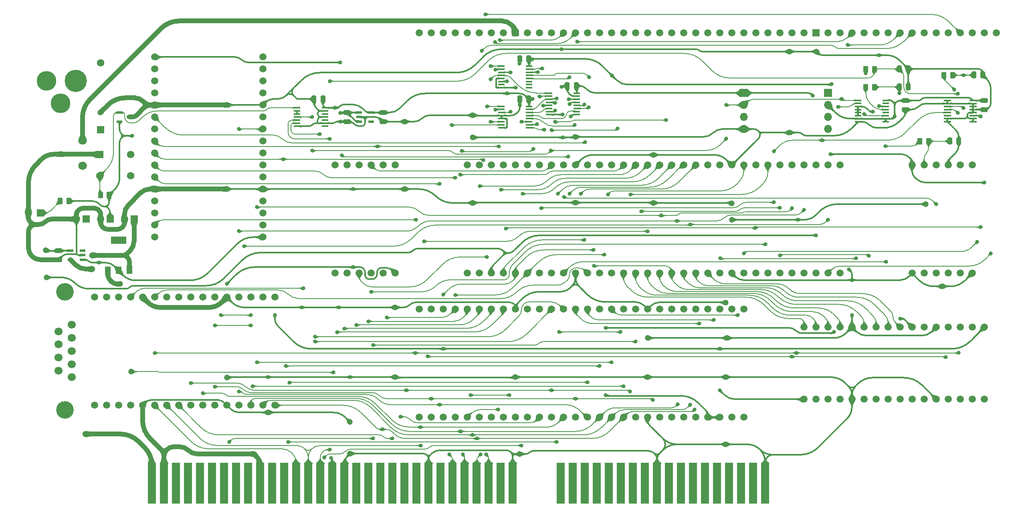
<source format=gtl>
%TF.GenerationSoftware,KiCad,Pcbnew,8.0.7*%
%TF.CreationDate,2025-02-19T17:32:35+02:00*%
%TF.ProjectId,Speed,53706565-642e-46b6-9963-61645f706362,V0*%
%TF.SameCoordinates,Original*%
%TF.FileFunction,Copper,L1,Top*%
%TF.FilePolarity,Positive*%
%FSLAX46Y46*%
G04 Gerber Fmt 4.6, Leading zero omitted, Abs format (unit mm)*
G04 Created by KiCad (PCBNEW 8.0.7) date 2025-02-19 17:32:35*
%MOMM*%
%LPD*%
G01*
G04 APERTURE LIST*
G04 Aperture macros list*
%AMRoundRect*
0 Rectangle with rounded corners*
0 $1 Rounding radius*
0 $2 $3 $4 $5 $6 $7 $8 $9 X,Y pos of 4 corners*
0 Add a 4 corners polygon primitive as box body*
4,1,4,$2,$3,$4,$5,$6,$7,$8,$9,$2,$3,0*
0 Add four circle primitives for the rounded corners*
1,1,$1+$1,$2,$3*
1,1,$1+$1,$4,$5*
1,1,$1+$1,$6,$7*
1,1,$1+$1,$8,$9*
0 Add four rect primitives between the rounded corners*
20,1,$1+$1,$2,$3,$4,$5,0*
20,1,$1+$1,$4,$5,$6,$7,0*
20,1,$1+$1,$6,$7,$8,$9,0*
20,1,$1+$1,$8,$9,$2,$3,0*%
G04 Aperture macros list end*
%TA.AperFunction,ComponentPad*%
%ADD10O,1.700000X1.700000*%
%TD*%
%TA.AperFunction,ComponentPad*%
%ADD11R,1.700000X1.700000*%
%TD*%
%TA.AperFunction,ComponentPad*%
%ADD12C,1.500000*%
%TD*%
%TA.AperFunction,SMDPad,CuDef*%
%ADD13RoundRect,0.250000X-0.250000X-0.475000X0.250000X-0.475000X0.250000X0.475000X-0.250000X0.475000X0*%
%TD*%
%TA.AperFunction,WasherPad*%
%ADD14C,3.700000*%
%TD*%
%TA.AperFunction,WasherPad*%
%ADD15C,1.700000*%
%TD*%
%TA.AperFunction,SMDPad,CuDef*%
%ADD16RoundRect,0.250000X0.262500X0.450000X-0.262500X0.450000X-0.262500X-0.450000X0.262500X-0.450000X0*%
%TD*%
%TA.AperFunction,SMDPad,CuDef*%
%ADD17R,1.450000X0.450000*%
%TD*%
%TA.AperFunction,ComponentPad*%
%ADD18R,1.600000X1.600000*%
%TD*%
%TA.AperFunction,ComponentPad*%
%ADD19RoundRect,0.400000X-0.400000X-0.400000X0.400000X-0.400000X0.400000X0.400000X-0.400000X0.400000X0*%
%TD*%
%TA.AperFunction,SMDPad,CuDef*%
%ADD20R,1.150000X0.600000*%
%TD*%
%TA.AperFunction,ComponentPad*%
%ADD21C,1.800000*%
%TD*%
%TA.AperFunction,ComponentPad*%
%ADD22R,1.500000X1.500000*%
%TD*%
%TA.AperFunction,ConnectorPad*%
%ADD23R,1.780000X8.620000*%
%TD*%
%TA.AperFunction,ComponentPad*%
%ADD24C,4.150000*%
%TD*%
%TA.AperFunction,ComponentPad*%
%ADD25C,4.700000*%
%TD*%
%TA.AperFunction,SMDPad,CuDef*%
%ADD26RoundRect,0.250000X-0.262500X-0.450000X0.262500X-0.450000X0.262500X0.450000X-0.262500X0.450000X0*%
%TD*%
%TA.AperFunction,SMDPad,CuDef*%
%ADD27RoundRect,0.250000X-0.475000X0.250000X-0.475000X-0.250000X0.475000X-0.250000X0.475000X0.250000X0*%
%TD*%
%TA.AperFunction,SMDPad,CuDef*%
%ADD28RoundRect,0.250000X0.250000X0.475000X-0.250000X0.475000X-0.250000X-0.475000X0.250000X-0.475000X0*%
%TD*%
%TA.AperFunction,ComponentPad*%
%ADD29C,1.575000*%
%TD*%
%TA.AperFunction,ComponentPad*%
%ADD30R,1.575000X1.575000*%
%TD*%
%TA.AperFunction,SMDPad,CuDef*%
%ADD31R,1.475000X0.450000*%
%TD*%
%TA.AperFunction,SMDPad,CuDef*%
%ADD32R,3.300000X1.500000*%
%TD*%
%TA.AperFunction,SMDPad,CuDef*%
%ADD33R,1.200000X1.500000*%
%TD*%
%TA.AperFunction,SMDPad,CuDef*%
%ADD34R,1.250000X0.600000*%
%TD*%
%TA.AperFunction,SMDPad,CuDef*%
%ADD35R,1.525000X0.430000*%
%TD*%
%TA.AperFunction,ViaPad*%
%ADD36C,0.800000*%
%TD*%
%TA.AperFunction,ViaPad*%
%ADD37C,1.200000*%
%TD*%
%TA.AperFunction,ViaPad*%
%ADD38C,1.300000*%
%TD*%
%TA.AperFunction,Conductor*%
%ADD39C,0.380000*%
%TD*%
%TA.AperFunction,Conductor*%
%ADD40C,1.000000*%
%TD*%
%TA.AperFunction,Conductor*%
%ADD41C,0.200000*%
%TD*%
G04 APERTURE END LIST*
D10*
%TO.P,J4,4,Pin_4*%
%TO.N,/CLK*%
X142239998Y74930000D03*
%TO.P,J4,3,Pin_3*%
%TO.N,unconnected-(J4-Pin_3-Pad3)*%
X142239998Y77470000D03*
%TO.P,J4,2,Pin_2*%
%TO.N,/3.3V*%
X142239998Y80010000D03*
D11*
%TO.P,J4,1,Pin_1*%
%TO.N,unconnected-(J4-Pin_1-Pad1)*%
X142239998Y82550000D03*
%TD*%
D12*
%TO.P,B3,12,GND*%
%TO.N,GND*%
X172720000Y44450000D03*
%TO.P,B3,11,Clock*%
%TO.N,Net-(B3-Clock)*%
X170180000Y44450000D03*
%TO.P,B3,10,N.C.*%
%TO.N,unconnected-(B3-N.C.-Pad10)*%
X167640000Y44450000D03*
%TO.P,B3,9,~{Select_Fast}*%
%TO.N,/~{RAM}_{N}*%
X165100000Y44450000D03*
%TO.P,B3,8,N.C.*%
%TO.N,unconnected-(B3-N.C.-Pad8)*%
X162560000Y44450000D03*
%TO.P,B3,7,GND*%
%TO.N,GND*%
X160020000Y44450000D03*
%TO.P,B3,6,5V*%
%TO.N,/5V*%
X160020000Y67310000D03*
%TO.P,B3,5,Fast_Clock*%
%TO.N,/50MHZ*%
X162560000Y67310000D03*
%TO.P,B3,4,N.C.*%
%TO.N,unconnected-(B3-N.C.-Pad4)*%
X165100000Y67310000D03*
%TO.P,B3,3,GND*%
%TO.N,GND*%
X167640000Y67310000D03*
%TO.P,B3,2,Slow_Clock*%
%TO.N,6.25MHZ*%
X170180000Y67310000D03*
%TO.P,B3,1,~{Reset}*%
%TO.N,~{Reset}*%
X172720000Y67310000D03*
%TD*%
D13*
%TO.P,C7,2*%
%TO.N,GND*%
X169876000Y72390000D03*
%TO.P,C7,1*%
%TO.N,/50MHZ*%
X167976000Y72390000D03*
%TD*%
D12*
%TO.P,B2,32,N.C.*%
%TO.N,unconnected-(B2-N.C.-Pad32)*%
X-12700000Y39370000D03*
%TO.P,B2,31,N.C.*%
%TO.N,unconnected-(B2-N.C.-Pad31)*%
X-10160000Y39370000D03*
%TO.P,B2,30,N.C.*%
%TO.N,unconnected-(B2-N.C.-Pad30)*%
X-7620000Y39370000D03*
%TO.P,B2,29,~{Reset}*%
%TO.N,~{Reset}*%
X-5080000Y39370000D03*
%TO.P,B2,28,GND*%
%TO.N,GND*%
X-2540000Y39370000D03*
%TO.P,B2,27,~{INT}*%
%TO.N,/~{INT}*%
X0Y39370000D03*
%TO.P,B2,26,~{Out1}*%
%TO.N,unconnected-(B2-~{Out1}-Pad26)*%
X2540000Y39370000D03*
%TO.P,B2,25,~{Out2}*%
%TO.N,unconnected-(B2-~{Out2}-Pad25)*%
X5080000Y39370000D03*
%TO.P,B2,24,TX_Ready*%
%TO.N,unconnected-(B2-TX_Ready-Pad24)*%
X7620000Y39370000D03*
%TO.P,B2,23,RX_Ready*%
%TO.N,unconnected-(B2-RX_Ready-Pad23)*%
X10160000Y39370000D03*
%TO.P,B2,22,A2*%
%TO.N,A2*%
X12700000Y39370000D03*
%TO.P,B2,21,GND*%
%TO.N,GND*%
X15240000Y39370000D03*
%TO.P,B2,20,A1*%
%TO.N,A1*%
X17780000Y39370000D03*
%TO.P,B2,19,A0*%
%TO.N,A0*%
X20320000Y39370000D03*
%TO.P,B2,18,1.8432Mhz*%
%TO.N,unconnected-(B2-1.8432Mhz-Pad18)*%
X22860000Y39370000D03*
%TO.P,B2,17,5V*%
%TO.N,/5V*%
X25400000Y39370000D03*
%TO.P,B2,16,D0*%
%TO.N,D0*%
X25400000Y16510000D03*
%TO.P,B2,15,D1*%
%TO.N,D1*%
X22860000Y16510000D03*
%TO.P,B2,14,D2*%
%TO.N,D2*%
X20320000Y16510000D03*
%TO.P,B2,13,D3*%
%TO.N,D3*%
X17780000Y16510000D03*
%TO.P,B2,12,GND*%
%TO.N,GND*%
X15240000Y16510000D03*
%TO.P,B2,11,D4*%
%TO.N,D4*%
X12700000Y16510000D03*
%TO.P,B2,10,D5*%
%TO.N,D5*%
X10160000Y16510000D03*
%TO.P,B2,9,D6*%
%TO.N,D6*%
X7620000Y16510000D03*
%TO.P,B2,8,D7*%
%TO.N,D7*%
X5080000Y16510000D03*
%TO.P,B2,7,~{WD}*%
%TO.N,~{WD}*%
X2540000Y16510000D03*
%TO.P,B2,6,~{RD}*%
%TO.N,~{RD}*%
X0Y16510000D03*
%TO.P,B2,5,GND*%
%TO.N,GND*%
X-2540000Y16510000D03*
%TO.P,B2,4,~{CS}*%
%TO.N,/~{UART}*%
X-5080000Y16510000D03*
%TO.P,B2,3,~{ADS}*%
%TO.N,unconnected-(B2-~{ADS}-Pad3)*%
X-7620000Y16510000D03*
%TO.P,B2,2,N.C.*%
%TO.N,unconnected-(B2-N.C.-Pad2)*%
X-10160000Y16510000D03*
%TO.P,B2,1,5V*%
%TO.N,/5V*%
X-12700000Y16510000D03*
D14*
%TO.P,B2,*%
%TO.N,*%
X-18923000Y40484000D03*
D15*
X-17503000Y33534000D03*
X-20343000Y32148000D03*
X-17503000Y30761000D03*
X-20343000Y29375000D03*
X-17503000Y27989000D03*
X-20343000Y26603000D03*
X-17503000Y25216000D03*
X-20343000Y23830000D03*
X-17503000Y22444000D03*
D14*
X-18923000Y15494000D03*
%TD*%
D16*
%TO.P,R5,2*%
%TO.N,Net-(IC5-Q3)*%
X150217500Y87620000D03*
%TO.P,R5,1*%
%TO.N,6.25MHZ*%
X152042500Y87620000D03*
%TD*%
D17*
%TO.P,IC8,16,3V*%
%TO.N,/3.3V*%
X79125000Y79745000D03*
%TO.P,IC8,15,~{Y0}*%
%TO.N,/~{RAM}_{N}*%
X79125000Y79095000D03*
%TO.P,IC8,14,~{Y1}*%
%TO.N,/~{ROM}_{N}*%
X79125000Y78445000D03*
%TO.P,IC8,13,~{Y2}*%
%TO.N,/~{UART}_{N}*%
X79125000Y77795000D03*
%TO.P,IC8,12,~{Y3}*%
%TO.N,/~{LCD}_{N}*%
X79125000Y77145000D03*
%TO.P,IC8,11,~{Y4}*%
%TO.N,~{Select}_{Device}1*%
X79125000Y76495000D03*
%TO.P,IC8,10,~{Y5}*%
%TO.N,~{Select}_{Device}2*%
X79125000Y75845000D03*
%TO.P,IC8,9,~{Y6}*%
%TO.N,~{Select}_{Device}3*%
X79125000Y75195000D03*
%TO.P,IC8,8,GND*%
%TO.N,GND*%
X73275000Y75195000D03*
%TO.P,IC8,7,~{Y7}*%
%TO.N,~{Select}_{Device}4*%
X73275000Y75845000D03*
%TO.P,IC8,6,E3*%
%TO.N,/Native Latch*%
X73275000Y76495000D03*
%TO.P,IC8,5,~{E2}*%
%TO.N,GND*%
X73275000Y77145000D03*
%TO.P,IC8,4,~{E1}*%
X73275000Y77795000D03*
%TO.P,IC8,3,A2*%
%TO.N,/A21*%
X73275000Y78445000D03*
%TO.P,IC8,2,A1*%
%TO.N,/A20*%
X73275000Y79095000D03*
%TO.P,IC8,1,A0*%
%TO.N,/A19*%
X73275000Y79745000D03*
%TD*%
D12*
%TO.P,B13,49,X*%
%TO.N,/X*%
X177800000Y95250000D03*
%TO.P,B13,48,VPA*%
%TO.N,/VPA*%
X175260000Y95250000D03*
%TO.P,B13,47,~{NMI}*%
%TO.N,unconnected-(B13-~{NMI}-Pad47)*%
X172720000Y95250000D03*
%TO.P,B13,46,~{ML}*%
%TO.N,/~{ML}*%
X170180000Y95250000D03*
%TO.P,B13,45,~{IRQ}*%
%TO.N,unconnected-(B13-~{IRQ}-Pad45)*%
X167640000Y95250000D03*
%TO.P,B13,44,~{ABORT}*%
%TO.N,unconnected-(B13-~{ABORT}-Pad44)*%
X165100000Y95250000D03*
%TO.P,B13,43,RDY*%
%TO.N,unconnected-(B13-RDY-Pad43)*%
X162560000Y95250000D03*
%TO.P,B13,42,~{VP}*%
%TO.N,/~{VP}*%
X160020000Y95250000D03*
%TO.P,B13,41,~{RES}*%
%TO.N,~{Reset}*%
X157480000Y95250000D03*
%TO.P,B13,40,VDA*%
%TO.N,/VDA*%
X154940000Y95250000D03*
%TO.P,B13,39,M*%
%TO.N,/M*%
X152400000Y95250000D03*
%TO.P,B13,38,E*%
%TO.N,/E*%
X149860000Y95250000D03*
%TO.P,B13,37,R~{W}*%
%TO.N,/R~{W}*%
X147320000Y95250000D03*
%TO.P,B13,36,BE*%
%TO.N,unconnected-(B13-BE-Pad36)*%
X144780000Y95250000D03*
%TO.P,B13,35,PHI2*%
%TO.N,/PHI2*%
X142240000Y95250000D03*
D18*
%TO.P,B13,34,GND*%
%TO.N,GND*%
X139700000Y95250000D03*
D12*
%TO.P,B13,33,A0*%
%TO.N,A0*%
X137160000Y95250000D03*
%TO.P,B13,32,A1*%
%TO.N,A1*%
X134620000Y95250000D03*
%TO.P,B13,31,A2*%
%TO.N,A2*%
X132080000Y95250000D03*
%TO.P,B13,30,A3*%
%TO.N,A3*%
X129540000Y95250000D03*
%TO.P,B13,29,A4*%
%TO.N,A4*%
X127000000Y95250000D03*
%TO.P,B13,28,A5*%
%TO.N,A5*%
X124460000Y95250000D03*
%TO.P,B13,27,A6*%
%TO.N,A6*%
X121920000Y95250000D03*
%TO.P,B13,26,A7*%
%TO.N,A7*%
X119380000Y95250000D03*
%TO.P,B13,25,A8*%
%TO.N,A8*%
X116840000Y95250000D03*
%TO.P,B13,24,A9*%
%TO.N,A9*%
X114300000Y95250000D03*
%TO.P,B13,23,A10*%
%TO.N,A10*%
X111760000Y95250000D03*
%TO.P,B13,22,A11*%
%TO.N,A11*%
X109220000Y95250000D03*
%TO.P,B13,21,A12*%
%TO.N,A12*%
X106680000Y95250000D03*
%TO.P,B13,20,A13*%
%TO.N,A13*%
X104140000Y95250000D03*
%TO.P,B13,19,A14*%
%TO.N,A14*%
X101600000Y95250000D03*
%TO.P,B13,18,A15*%
%TO.N,A15*%
X99060000Y95250000D03*
%TO.P,B13,17,A16*%
%TO.N,A16*%
X96520000Y95250000D03*
%TO.P,B13,16,A17*%
%TO.N,/A17*%
X93980000Y95250000D03*
%TO.P,B13,15,A18*%
%TO.N,/A18*%
X91440000Y95250000D03*
%TO.P,B13,14,A19*%
%TO.N,/A19*%
X88900000Y95250000D03*
%TO.P,B13,13,A20*%
%TO.N,/A20*%
X86360000Y95250000D03*
%TO.P,B13,12,A21*%
%TO.N,/A21*%
X83820000Y95250000D03*
%TO.P,B13,11,A22*%
%TO.N,/A22*%
X81280000Y95250000D03*
%TO.P,B13,10,A23*%
%TO.N,/A23*%
X78740000Y95250000D03*
D19*
%TO.P,B13,9,12V*%
%TO.N,12V*%
X76200000Y95250000D03*
D12*
%TO.P,B13,8,D0*%
%TO.N,D0*%
X73660000Y95250000D03*
%TO.P,B13,7,D1*%
%TO.N,D1*%
X71120000Y95250000D03*
%TO.P,B13,6,D2*%
%TO.N,D2*%
X68580000Y95250000D03*
%TO.P,B13,5,D3*%
%TO.N,D3*%
X66040000Y95250000D03*
%TO.P,B13,4,D4*%
%TO.N,D4*%
X63500000Y95250000D03*
%TO.P,B13,3,D5*%
%TO.N,D5*%
X60960000Y95250000D03*
%TO.P,B13,2,D6*%
%TO.N,D6*%
X58420000Y95250000D03*
%TO.P,B13,1,D7*%
%TO.N,D7*%
X55880000Y95250000D03*
%TD*%
D10*
%TO.P,J2,4,Pin_4*%
%TO.N,GND*%
X124459998Y74930000D03*
%TO.P,J2,3,Pin_3*%
%TO.N,unconnected-(J2-Pin_3-Pad3)*%
X124459998Y77470000D03*
%TO.P,J2,2,Pin_2*%
%TO.N,~{Reset}*%
X124459998Y80010000D03*
D11*
%TO.P,J2,1,Pin_1*%
%TO.N,/5V*%
X124459998Y82550000D03*
%TD*%
D20*
%TO.P,IC2,5,3.3VOut*%
%TO.N,/3.3V*%
X45750000Y78420000D03*
%TO.P,IC2,4,ADJ*%
%TO.N,unconnected-(IC2-ADJ-Pad4)*%
X45750000Y76520000D03*
%TO.P,IC2,3,EN*%
%TO.N,/5V*%
X43150000Y76520000D03*
%TO.P,IC2,2,GND*%
%TO.N,GND*%
X43150000Y77470000D03*
%TO.P,IC2,1,6VIn*%
%TO.N,/5V*%
X43150000Y78420000D03*
%TD*%
D21*
%TO.P,S2,2,2*%
%TO.N,12V*%
X-15240000Y72500000D03*
%TO.P,S2,1,1*%
%TO.N,/12V Forward*%
X-15240000Y67200000D03*
%TD*%
D12*
%TO.P,C4,2*%
%TO.N,GND*%
X-6350000Y55880000D03*
D22*
%TO.P,C4,1*%
%TO.N,12V*%
X-4350000Y55880000D03*
%TD*%
D23*
%TO.P,J3,D18,D18*%
%TO.N,GND*%
X128981198Y1D03*
%TO.P,J3,D17,D17*%
%TO.N,unconnected-(J3-PadD17)*%
X126441198Y1D03*
%TO.P,J3,D16,D16*%
%TO.N,unconnected-(J3-PadD16)*%
X123901198Y1D03*
%TO.P,J3,D15,D15*%
%TO.N,unconnected-(J3-PadD15)*%
X121361198Y1D03*
%TO.P,J3,D14,D14*%
%TO.N,unconnected-(J3-PadD14)*%
X118821198Y1D03*
%TO.P,J3,D13,D13*%
%TO.N,unconnected-(J3-PadD13)*%
X116281198Y1D03*
%TO.P,J3,D12,D12*%
%TO.N,unconnected-(J3-PadD12)*%
X113741198Y1D03*
%TO.P,J3,D11,D11*%
%TO.N,unconnected-(J3-PadD11)*%
X111201198Y1D03*
%TO.P,J3,D10,D10*%
%TO.N,unconnected-(J3-PadD10)*%
X108661198Y1D03*
%TO.P,J3,D9,D9*%
%TO.N,GND*%
X106121198Y1D03*
%TO.P,J3,D8,D8*%
%TO.N,unconnected-(J3-PadD8)*%
X103581198Y1D03*
%TO.P,J3,D7,D7*%
%TO.N,unconnected-(J3-PadD7)*%
X101041198Y1D03*
%TO.P,J3,D6,D6*%
%TO.N,unconnected-(J3-PadD6)*%
X98501198Y1D03*
%TO.P,J3,D5,D5*%
%TO.N,unconnected-(J3-PadD5)*%
X95961198Y1D03*
%TO.P,J3,D4,D4*%
%TO.N,unconnected-(J3-PadD4)*%
X93421198Y1D03*
%TO.P,J3,D3,D3*%
%TO.N,unconnected-(J3-PadD3)*%
X90881198Y1D03*
%TO.P,J3,D2,D2*%
%TO.N,unconnected-(J3-PadD2)*%
X88341198Y1D03*
%TO.P,J3,D1,D1*%
%TO.N,unconnected-(J3-PadD1)*%
X85801198Y1D03*
%TO.P,J3,B31,B31*%
%TO.N,GND*%
X75641198Y1D03*
%TO.P,J3,B30,B30*%
%TO.N,unconnected-(J3-PadB30)*%
X73101198Y1D03*
%TO.P,J3,B29,B29*%
%TO.N,~{Select}_{Device}1*%
X70561198Y1D03*
%TO.P,J3,B28,B28*%
%TO.N,~{Select}_{Device}2*%
X68021198Y1D03*
%TO.P,J3,B27,B27*%
%TO.N,~{Select}_{Device}3*%
X65481198Y1D03*
%TO.P,J3,B26,B26*%
%TO.N,~{Select}_{Device}4*%
X62941198Y1D03*
%TO.P,J3,B25,B25*%
%TO.N,unconnected-(J3-PadB25)*%
X60401198Y1D03*
%TO.P,J3,B24,B24*%
%TO.N,GND*%
X57861198Y1D03*
%TO.P,J3,B23,B23*%
%TO.N,unconnected-(J3-PadB23)*%
X55321198Y1D03*
%TO.P,J3,B22,B22*%
%TO.N,unconnected-(J3-PadB22)*%
X52781198Y1D03*
%TO.P,J3,B21,B21*%
%TO.N,unconnected-(J3-PadB21)*%
X50241198Y1D03*
%TO.P,J3,B20,B20*%
%TO.N,unconnected-(J3-PadB20)*%
X47701198Y1D03*
%TO.P,J3,B19,B19*%
%TO.N,unconnected-(J3-PadB19)*%
X45161198Y1D03*
%TO.P,J3,B18,B18*%
%TO.N,unconnected-(J3-PadB18)*%
X42621198Y1D03*
%TO.P,J3,B17,B17*%
%TO.N,GND*%
X40081198Y1D03*
%TO.P,J3,B16,B16*%
%TO.N,~{6.25MHZ}*%
X37541198Y1D03*
%TO.P,J3,B15,B15*%
%TO.N,6.25MHZ*%
X35001198Y1D03*
%TO.P,J3,B14,B14*%
%TO.N,~{WD}*%
X32461198Y1D03*
%TO.P,J3,B13,B13*%
%TO.N,~{RD}*%
X29921198Y1D03*
%TO.P,J3,B12,B12*%
%TO.N,unconnected-(J3-PadB12)*%
X27381198Y1D03*
%TO.P,J3,B11,B11*%
%TO.N,unconnected-(J3-PadB11)*%
X24841198Y1D03*
%TO.P,J3,B10,B10*%
%TO.N,GND*%
X22301198Y1D03*
%TO.P,J3,B9,B9*%
%TO.N,unconnected-(J3-PadB9)*%
X19761198Y1D03*
%TO.P,J3,B8,B8*%
%TO.N,unconnected-(J3-PadB8)*%
X17221198Y1D03*
%TO.P,J3,B7,B7*%
%TO.N,unconnected-(J3-PadB7)*%
X14681198Y1D03*
%TO.P,J3,B6,B6*%
%TO.N,unconnected-(J3-PadB6)*%
X12141198Y1D03*
%TO.P,J3,B5,B5*%
%TO.N,unconnected-(J3-PadB5)*%
X9601198Y1D03*
%TO.P,J3,B4,B4*%
%TO.N,unconnected-(J3-PadB4)*%
X7061198Y1D03*
%TO.P,J3,B3,B3*%
%TO.N,unconnected-(J3-PadB3)*%
X4521198Y1D03*
%TO.P,J3,B2,B2*%
%TO.N,GND*%
X1981198Y1D03*
%TO.P,J3,B1,B1*%
%TO.N,12V*%
X-558802Y1D03*
%TD*%
D24*
%TO.P,J1,SHL2,GND*%
%TO.N,GND*%
X-22860000Y85090000D03*
%TO.P,J1,SHL1,GND*%
X-19860000Y80390000D03*
D25*
%TO.P,J1,INNER,VCC*%
%TO.N,/12V Socket*%
X-16660000Y85090000D03*
%TD*%
D13*
%TO.P,C10,2*%
%TO.N,GND*%
X174956000Y86360000D03*
%TO.P,C10,1*%
%TO.N,/Clock*%
X173056000Y86360000D03*
%TD*%
D12*
%TO.P,B19,12,GND*%
%TO.N,GND*%
X50800000Y44450000D03*
%TO.P,B19,11,N.C.*%
%TO.N,unconnected-(B19-N.C.-Pad11)*%
X48260000Y44450000D03*
%TO.P,B19,10,Bank_Latch*%
%TO.N,/~{Trans Out}*%
X45720000Y44450000D03*
%TO.P,B19,9,~{Data_Output}*%
%TO.N,/Bank Latch*%
X43180000Y44450000D03*
%TO.P,B19,8,N.C.*%
%TO.N,unconnected-(B19-N.C.-Pad8)*%
X40640000Y44450000D03*
%TO.P,B19,7,N.C.*%
%TO.N,unconnected-(B19-N.C.-Pad7)*%
X38100000Y44450000D03*
%TO.P,B19,6,3.3V*%
%TO.N,/3.3V*%
X38100000Y67310000D03*
%TO.P,B19,5,N.C.*%
%TO.N,unconnected-(B19-N.C.-Pad5)*%
X40640000Y67310000D03*
%TO.P,B19,4,N.C.*%
%TO.N,unconnected-(B19-N.C.-Pad4)*%
X43180000Y67310000D03*
%TO.P,B19,3,~{PHI2}*%
%TO.N,/~{PHI2}*%
X45720000Y67310000D03*
%TO.P,B19,2,N.C.*%
%TO.N,unconnected-(B19-N.C.-Pad2)*%
X48260000Y67310000D03*
%TO.P,B19,1,N.C.*%
%TO.N,unconnected-(B19-N.C.-Pad1)*%
X50800000Y67310000D03*
%TD*%
D16*
%TO.P,R2,2*%
%TO.N,Net-(IC5-Q0)*%
X161647500Y72380000D03*
%TO.P,R2,1*%
%TO.N,/50MHZ*%
X163472500Y72380000D03*
%TD*%
D13*
%TO.P,C9,2*%
%TO.N,GND*%
X159216000Y87630000D03*
%TO.P,C9,1*%
%TO.N,6.25MHZ*%
X157316000Y87630000D03*
%TD*%
D26*
%TO.P,R3,2*%
%TO.N,/5V*%
X-18137500Y59700000D03*
%TO.P,R3,1*%
%TO.N,Net-(LED2-K)*%
X-19962500Y59700000D03*
%TD*%
D27*
%TO.P,C15,2*%
%TO.N,GND*%
X158622998Y79044000D03*
%TO.P,C15,1*%
%TO.N,/3.3V*%
X158622998Y80944000D03*
%TD*%
D12*
%TO.P,C5,2*%
%TO.N,GND*%
X-16510000Y55880000D03*
D22*
%TO.P,C5,1*%
%TO.N,12V*%
X-14510000Y55880000D03*
%TD*%
D27*
%TO.P,C12,2*%
%TO.N,GND*%
X175259998Y79044000D03*
%TO.P,C12,1*%
%TO.N,/3.3V*%
X175259998Y80944000D03*
%TD*%
D28*
%TO.P,C14,2*%
%TO.N,GND*%
X77138998Y89789000D03*
%TO.P,C14,1*%
%TO.N,/3.3V*%
X79038998Y89789000D03*
%TD*%
D12*
%TO.P,B6,32,N.C.*%
%TO.N,unconnected-(B6-N.C.-Pad32)*%
X175260000Y17780000D03*
%TO.P,B6,31,N.C.*%
%TO.N,unconnected-(B6-N.C.-Pad31)*%
X172720000Y17780000D03*
%TO.P,B6,30,N.C.*%
%TO.N,unconnected-(B6-N.C.-Pad30)*%
X170180000Y17780000D03*
%TO.P,B6,29,N.C.*%
%TO.N,unconnected-(B6-N.C.-Pad29)*%
X167640000Y17780000D03*
%TO.P,B6,28,GND*%
%TO.N,GND*%
X165100000Y17780000D03*
%TO.P,B6,27,N.C.*%
%TO.N,unconnected-(B6-N.C.-Pad27)*%
X162560000Y17780000D03*
%TO.P,B6,26,~{Set_Timer}*%
%TO.N,/~{NMI}*%
X160020000Y17780000D03*
%TO.P,B6,25,N.C.*%
%TO.N,unconnected-(B6-N.C.-Pad25)*%
X157480000Y17780000D03*
%TO.P,B6,24,N.C.*%
%TO.N,unconnected-(B6-N.C.-Pad24)*%
X154940000Y17780000D03*
%TO.P,B6,23,N.C.*%
%TO.N,unconnected-(B6-N.C.-Pad23)*%
X152400000Y17780000D03*
%TO.P,B6,22,N.C.*%
%TO.N,unconnected-(B6-N.C.-Pad22)*%
X149860000Y17780000D03*
%TO.P,B6,21,GND*%
%TO.N,GND*%
X147320000Y17780000D03*
%TO.P,B6,20,N.C.*%
%TO.N,unconnected-(B6-N.C.-Pad20)*%
X144780000Y17780000D03*
%TO.P,B6,19,N.C.*%
%TO.N,unconnected-(B6-N.C.-Pad19)*%
X142240000Y17780000D03*
%TO.P,B6,18,~{Hold}*%
%TO.N,/Native Latch*%
X139700000Y17780000D03*
%TO.P,B6,17,5V*%
%TO.N,/5V*%
X137160000Y17780000D03*
%TO.P,B6,16,D7*%
%TO.N,D7*%
X137160000Y33020000D03*
%TO.P,B6,15,D6*%
%TO.N,D6*%
X139700000Y33020000D03*
%TO.P,B6,14,D5*%
%TO.N,D5*%
X142240000Y33020000D03*
%TO.P,B6,13,D4*%
%TO.N,D4*%
X144780000Y33020000D03*
%TO.P,B6,12,GND*%
%TO.N,GND*%
X147320000Y33020000D03*
%TO.P,B6,11,D3*%
%TO.N,D3*%
X149860000Y33020000D03*
%TO.P,B6,10,D2*%
%TO.N,D2*%
X152400000Y33020000D03*
%TO.P,B6,9,D1*%
%TO.N,D1*%
X154940000Y33020000D03*
%TO.P,B6,8,D0*%
%TO.N,D0*%
X157480000Y33020000D03*
%TO.P,B6,7,~{NMI_Rate_Select}*%
%TO.N,/3.3V*%
X160020000Y33020000D03*
%TO.P,B6,6,CLK*%
%TO.N,/25MHZ*%
X162560000Y33020000D03*
%TO.P,B6,5,GND*%
%TO.N,GND*%
X165100000Y33020000D03*
%TO.P,B6,4,~{WD}*%
%TO.N,~{WD}*%
X167640000Y33020000D03*
%TO.P,B6,3,~{RD}*%
%TO.N,~{RD}*%
X170180000Y33020000D03*
%TO.P,B6,2,~{Reset}*%
%TO.N,~{Reset}*%
X172720000Y33020000D03*
%TO.P,B6,1,5V*%
%TO.N,/5V*%
X175260000Y33020000D03*
%TD*%
D17*
%TO.P,IC7,16,3V*%
%TO.N,/3.3V*%
X79120998Y88243000D03*
%TO.P,IC7,15,~{Y0}*%
%TO.N,/~{ROM}_{E}*%
X79120998Y87593000D03*
%TO.P,IC7,14,~{Y1}*%
%TO.N,/~{RAM}_{E}*%
X79120998Y86943000D03*
%TO.P,IC7,13,~{Y2}*%
%TO.N,/~{UART}_{E}*%
X79120998Y86293000D03*
%TO.P,IC7,12,~{Y3}*%
%TO.N,/~{LCD}_{E}*%
X79120998Y85643000D03*
%TO.P,IC7,11,~{Y4}*%
%TO.N,unconnected-(IC7-~{Y4}-Pad11)*%
X79120998Y84993000D03*
%TO.P,IC7,10,~{Y5}*%
%TO.N,unconnected-(IC7-~{Y5}-Pad10)*%
X79120998Y84343000D03*
%TO.P,IC7,9,~{Y6}*%
%TO.N,unconnected-(IC7-~{Y6}-Pad9)*%
X79120998Y83693000D03*
%TO.P,IC7,8,GND*%
%TO.N,GND*%
X73270998Y83693000D03*
%TO.P,IC7,7,~{Y7}*%
%TO.N,unconnected-(IC7-~{Y7}-Pad7)*%
X73270998Y84343000D03*
%TO.P,IC7,6,E3*%
%TO.N,/3.3V*%
X73270998Y84993000D03*
%TO.P,IC7,5,~{E2}*%
%TO.N,GND*%
X73270998Y85643000D03*
%TO.P,IC7,4,~{E1}*%
%TO.N,/Native Latch*%
X73270998Y86293000D03*
%TO.P,IC7,3,A2*%
%TO.N,/A21*%
X73270998Y86943000D03*
%TO.P,IC7,2,A1*%
%TO.N,/A20*%
X73270998Y87593000D03*
%TO.P,IC7,1,A0*%
%TO.N,/A19*%
X73270998Y88243000D03*
%TD*%
D27*
%TO.P,C6,2*%
%TO.N,GND*%
X-20320000Y47294000D03*
%TO.P,C6,1*%
%TO.N,/W65C816V*%
X-20320000Y49194000D03*
%TD*%
D12*
%TO.P,C3,2*%
%TO.N,GND*%
X-11430000Y55880000D03*
D22*
%TO.P,C3,1*%
%TO.N,/5V*%
X-9430000Y55880000D03*
%TD*%
D28*
%TO.P,C16,2*%
%TO.N,GND*%
X87171998Y84074000D03*
%TO.P,C16,1*%
%TO.N,/5V*%
X89071998Y84074000D03*
%TD*%
D20*
%TO.P,IC1,5,14VIn*%
%TO.N,12V*%
X-17810000Y47310000D03*
%TO.P,IC1,4,5.0VOut*%
%TO.N,/W65C816V*%
X-17810000Y49210000D03*
%TO.P,IC1,3,Bypass*%
%TO.N,unconnected-(IC1-Bypass-Pad3)*%
X-15210000Y49210000D03*
%TO.P,IC1,2,GND*%
%TO.N,GND*%
X-15210000Y48260000D03*
%TO.P,IC1,1,~{SHDN}*%
%TO.N,/5V*%
X-15210000Y47310000D03*
%TD*%
D28*
%TO.P,C11,2*%
%TO.N,GND*%
X77139000Y81280000D03*
%TO.P,C11,1*%
%TO.N,/3.3V*%
X79039000Y81280000D03*
%TD*%
D12*
%TO.P,B1,64,M*%
%TO.N,/M*%
X144780000Y44450000D03*
%TO.P,B1,63,X*%
%TO.N,/X*%
X142240000Y44450000D03*
%TO.P,B1,62,VPA\u00B7VDA*%
%TO.N,unconnected-(B1-VPA\u00B7VDA-Pad62)*%
X139700000Y44450000D03*
%TO.P,B1,61,~{RD}*%
%TO.N,~{RD}*%
X137160000Y44450000D03*
%TO.P,B1,60,~{WD}*%
%TO.N,~{WD}*%
X134620000Y44450000D03*
%TO.P,B1,59,VDA*%
%TO.N,/VDA*%
X132080000Y44450000D03*
%TO.P,B1,58,~{Data_Output}*%
%TO.N,/~{Trans Out}*%
X129540000Y44450000D03*
%TO.P,B1,57,Native_Latch*%
%TO.N,/Native Latch*%
X127000000Y44450000D03*
%TO.P,B1,56,VPA*%
%TO.N,/VPA*%
X124460000Y44450000D03*
%TO.P,B1,55,GND*%
%TO.N,GND*%
X121920000Y44450000D03*
%TO.P,B1,54,E*%
%TO.N,/E*%
X119380000Y44450000D03*
%TO.P,B1,53,D0*%
%TO.N,D0*%
X116840000Y44450000D03*
%TO.P,B1,52,D1*%
%TO.N,D1*%
X114300000Y44450000D03*
%TO.P,B1,51,D2*%
%TO.N,D2*%
X111760000Y44450000D03*
%TO.P,B1,50,D3*%
%TO.N,D3*%
X109220000Y44450000D03*
%TO.P,B1,49,D4*%
%TO.N,D4*%
X106680000Y44450000D03*
%TO.P,B1,48,D5*%
%TO.N,D5*%
X104140000Y44450000D03*
%TO.P,B1,47,D6*%
%TO.N,D6*%
X101600000Y44450000D03*
%TO.P,B1,46,D7*%
%TO.N,D7*%
X99060000Y44450000D03*
%TO.P,B1,45,DE*%
%TO.N,/3.3V*%
X96520000Y44450000D03*
%TO.P,B1,44,~{ABORT}*%
%TO.N,unconnected-(B1-~{ABORT}-Pad44)*%
X93980000Y44450000D03*
%TO.P,B1,43,~{IRQ}*%
%TO.N,/~{INT}*%
X91440000Y44450000D03*
%TO.P,B1,42,GND*%
%TO.N,GND*%
X88900000Y44450000D03*
%TO.P,B1,41,~{NMI}*%
%TO.N,/~{NMI}*%
X86360000Y44450000D03*
%TO.P,B1,40,~{Reset}*%
%TO.N,~{Reset}*%
X83820000Y44450000D03*
%TO.P,B1,39,PHI2*%
%TO.N,/PHI2*%
X81280000Y44450000D03*
%TO.P,B1,38,BA0*%
%TO.N,A16*%
X78740000Y44450000D03*
%TO.P,B1,37,BA1*%
%TO.N,/A17*%
X76200000Y44450000D03*
%TO.P,B1,36,BA2*%
%TO.N,/A18*%
X73660000Y44450000D03*
%TO.P,B1,35,5V*%
%TO.N,/W65C816V*%
X71120000Y44450000D03*
%TO.P,B1,34,BA3*%
%TO.N,/A19*%
X68580000Y44450000D03*
%TO.P,B1,33,~{BANK_0}*%
%TO.N,unconnected-(B1-~{BANK_0}-Pad33)*%
X66040000Y44450000D03*
%TO.P,B1,32,~{ML}*%
%TO.N,/~{ML}*%
X66040000Y67310000D03*
%TO.P,B1,31,~{VP}*%
%TO.N,/~{VP}*%
X68580000Y67310000D03*
%TO.P,B1,30,Bank_Latch*%
%TO.N,/Bank Latch*%
X71120000Y67310000D03*
%TO.P,B1,29,BA4*%
%TO.N,/A20*%
X73660000Y67310000D03*
%TO.P,B1,28,BA5*%
%TO.N,/A21*%
X76200000Y67310000D03*
%TO.P,B1,27,BA6*%
%TO.N,/A22*%
X78740000Y67310000D03*
%TO.P,B1,26,BA7*%
%TO.N,/A23*%
X81280000Y67310000D03*
%TO.P,B1,25,~{PHI2}_{OUT}*%
%TO.N,/~{PHI2}*%
X83820000Y67310000D03*
%TO.P,B1,24,R~{W}*%
%TO.N,/R~{W}*%
X86360000Y67310000D03*
%TO.P,B1,23,GND*%
%TO.N,GND*%
X88900000Y67310000D03*
%TO.P,B1,22,Address_Valid*%
%TO.N,unconnected-(B1-Address_Valid-Pad22)*%
X91440000Y67310000D03*
%TO.P,B1,21,RDY*%
%TO.N,unconnected-(B1-RDY-Pad21)*%
X93980000Y67310000D03*
%TO.P,B1,20,BE*%
%TO.N,/3.3V*%
X96520000Y67310000D03*
%TO.P,B1,19,A15*%
%TO.N,A15*%
X99060000Y67310000D03*
%TO.P,B1,18,A14*%
%TO.N,A14*%
X101600000Y67310000D03*
%TO.P,B1,17,A13*%
%TO.N,A13*%
X104140000Y67310000D03*
%TO.P,B1,16,A12*%
%TO.N,A12*%
X106680000Y67310000D03*
%TO.P,B1,15,A11*%
%TO.N,A11*%
X109220000Y67310000D03*
%TO.P,B1,14,A10*%
%TO.N,A10*%
X111760000Y67310000D03*
%TO.P,B1,13,A9*%
%TO.N,A9*%
X114300000Y67310000D03*
%TO.P,B1,12,A8*%
%TO.N,A8*%
X116840000Y67310000D03*
%TO.P,B1,11,A7*%
%TO.N,A7*%
X119380000Y67310000D03*
%TO.P,B1,10,GND*%
%TO.N,GND*%
X121920000Y67310000D03*
%TO.P,B1,9,A6*%
%TO.N,A6*%
X124460000Y67310000D03*
%TO.P,B1,8,A5*%
%TO.N,A5*%
X127000000Y67310000D03*
%TO.P,B1,7,A4*%
%TO.N,A4*%
X129540000Y67310000D03*
%TO.P,B1,6,A3*%
%TO.N,A3*%
X132080000Y67310000D03*
%TO.P,B1,5,A2*%
%TO.N,A2*%
X134620000Y67310000D03*
%TO.P,B1,4,A1*%
%TO.N,A1*%
X137160000Y67310000D03*
%TO.P,B1,3,5V*%
%TO.N,/W65C816V*%
X139700000Y67310000D03*
%TO.P,B1,2,A0*%
%TO.N,A0*%
X142240000Y67310000D03*
%TO.P,B1,1,Opcode_Valid*%
%TO.N,unconnected-(B1-Opcode_Valid-Pad1)*%
X144780000Y67310000D03*
%TD*%
D29*
%TO.P,S1,4,N2*%
%TO.N,unconnected-(S1-N2-Pad4)*%
X-5080000Y65060000D03*
%TO.P,S1,3,N1*%
%TO.N,/~{Reset Switch}*%
X-11580000Y65060000D03*
%TO.P,S1,2,C2*%
%TO.N,unconnected-(S1-C2-Pad2)*%
X-5080000Y69560000D03*
D30*
%TO.P,S1,1,C1*%
%TO.N,GND*%
X-11580000Y69560000D03*
%TD*%
D13*
%TO.P,C8,2*%
%TO.N,GND*%
X159216000Y83820000D03*
%TO.P,C8,1*%
%TO.N,/25MHZ*%
X157316000Y83820000D03*
%TD*%
D27*
%TO.P,C1,2*%
%TO.N,GND*%
X40640000Y76504000D03*
%TO.P,C1,1*%
%TO.N,/5V*%
X40640000Y78404000D03*
%TD*%
D31*
%TO.P,IC9,16,5V*%
%TO.N,/5V*%
X89170998Y82539000D03*
%TO.P,IC9,15,~{OE}*%
%TO.N,GND*%
X89170998Y81889000D03*
%TO.P,IC9,14,4B1*%
%TO.N,/~{LCD}_{E}*%
X89170998Y81239000D03*
%TO.P,IC9,13,4B2*%
%TO.N,/~{LCD}_{N}*%
X89170998Y80589000D03*
%TO.P,IC9,12,4A*%
%TO.N,/~{LCD}*%
X89170998Y79939000D03*
%TO.P,IC9,11,3B1*%
%TO.N,/~{UART}_{E}*%
X89170998Y79289000D03*
%TO.P,IC9,10,3B2*%
%TO.N,/~{UART}_{N}*%
X89170998Y78639000D03*
%TO.P,IC9,9,3A*%
%TO.N,/~{UART}*%
X89170998Y77989000D03*
%TO.P,IC9,8,GND*%
%TO.N,GND*%
X83294998Y77989000D03*
%TO.P,IC9,7,2A*%
%TO.N,/~{ROM}*%
X83294998Y78639000D03*
%TO.P,IC9,6,2B2*%
%TO.N,/~{ROM}_{N}*%
X83294998Y79289000D03*
%TO.P,IC9,5,2B1*%
%TO.N,/~{ROM}_{E}*%
X83294998Y79939000D03*
%TO.P,IC9,4,1A*%
%TO.N,/~{RAM}*%
X83294998Y80589000D03*
%TO.P,IC9,3,1B2*%
%TO.N,/~{RAM}_{N}*%
X83294998Y81239000D03*
%TO.P,IC9,2,1B1*%
%TO.N,/~{RAM}_{E}*%
X83294998Y81889000D03*
%TO.P,IC9,1,S*%
%TO.N,/Native Latch*%
X83294998Y82539000D03*
%TD*%
D32*
%TO.P,IC3,4,N.C*%
%TO.N,unconnected-(IC3-N.C-Pad4)*%
X-7620000Y51460000D03*
D33*
%TO.P,IC3,3,15VIn*%
%TO.N,12V*%
X-5320000Y45060000D03*
%TO.P,IC3,2,5.0VOut*%
%TO.N,/5V*%
X-7620000Y45060000D03*
%TO.P,IC3,1,GND*%
%TO.N,GND*%
X-9920000Y45060000D03*
%TD*%
D31*
%TO.P,IC6,14,3V*%
%TO.N,/3.3V*%
X35958000Y79420000D03*
%TO.P,IC6,13,6A*%
%TO.N,GND*%
X35958000Y78770000D03*
%TO.P,IC6,12,6Y*%
%TO.N,unconnected-(IC6-6Y-Pad12)*%
X35958000Y78120000D03*
%TO.P,IC6,11,5A*%
%TO.N,GND*%
X35958000Y77470000D03*
%TO.P,IC6,10,5Y*%
%TO.N,unconnected-(IC6-5Y-Pad10)*%
X35958000Y76820000D03*
%TO.P,IC6,9,4A*%
%TO.N,GND*%
X35958000Y76170000D03*
%TO.P,IC6,8,4Y*%
%TO.N,unconnected-(IC6-4Y-Pad8)*%
X35958000Y75520000D03*
%TO.P,IC6,7,GND*%
%TO.N,GND*%
X30082000Y75520000D03*
%TO.P,IC6,6,3Y*%
%TO.N,~{6.25MHZ}*%
X30082000Y76170000D03*
%TO.P,IC6,5,3A*%
%TO.N,6.25MHZ*%
X30082000Y76820000D03*
%TO.P,IC6,4,2Y*%
%TO.N,~{Reset}*%
X30082000Y77470000D03*
%TO.P,IC6,3,2A*%
%TO.N,/Reset*%
X30082000Y78120000D03*
%TO.P,IC6,2,1Y*%
X30082000Y78770000D03*
%TO.P,IC6,1,1A*%
%TO.N,/~{Reset Switch}*%
X30082000Y79420000D03*
%TD*%
D26*
%TO.P,R1,2*%
%TO.N,/5V*%
X-9605000Y60960000D03*
%TO.P,R1,1*%
%TO.N,/~{Reset Switch}*%
X-11430000Y60960000D03*
%TD*%
D34*
%TO.P,IC4,3,GND*%
%TO.N,GND*%
X-5300000Y77470000D03*
%TO.P,IC4,2,5V*%
%TO.N,/5V*%
X-7400000Y76520000D03*
%TO.P,IC4,1,~{RST}*%
%TO.N,/~{Reset Switch}*%
X-7400000Y78420000D03*
%TD*%
D16*
%TO.P,R4,2*%
%TO.N,Net-(IC5-Q1)*%
X150217500Y83810000D03*
%TO.P,R4,1*%
%TO.N,/25MHZ*%
X152042500Y83810000D03*
%TD*%
D27*
%TO.P,C2,2*%
%TO.N,GND*%
X48260000Y76504000D03*
%TO.P,C2,1*%
%TO.N,/3.3V*%
X48260000Y78404000D03*
%TD*%
D35*
%TO.P,IC10,16,3V*%
%TO.N,/3.3V*%
X172892000Y80962000D03*
%TO.P,IC10,15,I4*%
%TO.N,GND*%
X172892000Y80328000D03*
%TO.P,IC10,14,I5*%
X172892000Y79692000D03*
%TO.P,IC10,13,I6*%
X172892000Y79058000D03*
%TO.P,IC10,12,I7*%
X172892000Y78422000D03*
%TO.P,IC10,11,S0*%
%TO.N,/Native Latch*%
X172892000Y77788000D03*
%TO.P,IC10,10,S1*%
%TO.N,GND*%
X172892000Y77152000D03*
%TO.P,IC10,9,S2*%
X172892000Y76518000D03*
%TO.P,IC10,8,GND*%
X167468000Y76518000D03*
%TO.P,IC10,7,~{OE}*%
X167468000Y77152000D03*
%TO.P,IC10,6,NC*%
%TO.N,unconnected-(IC10-NC-Pad6)*%
X167468000Y77788000D03*
%TO.P,IC10,5,Y*%
%TO.N,/PHI2*%
X167468000Y78422000D03*
%TO.P,IC10,4,I0*%
%TO.N,6.25MHZ*%
X167468000Y79058000D03*
%TO.P,IC10,3,I1*%
%TO.N,/Clock*%
X167468000Y79692000D03*
%TO.P,IC10,2,I2*%
%TO.N,GND*%
X167468000Y80328000D03*
%TO.P,IC10,1,I3*%
X167468000Y80962000D03*
%TD*%
D12*
%TO.P,B4,56,N.C.*%
%TO.N,unconnected-(B4-N.C.-Pad56)*%
X124460000Y13970000D03*
%TO.P,B4,55,N.C.*%
%TO.N,unconnected-(B4-N.C.-Pad55)*%
X121920000Y13970000D03*
%TO.P,B4,54,~{Main}*%
%TO.N,/3.3V*%
X119380000Y13970000D03*
%TO.P,B4,53,~{Special}*%
X116840000Y13970000D03*
%TO.P,B4,52,H2*%
%TO.N,unconnected-(B4-H2-Pad52)*%
X114300000Y13970000D03*
%TO.P,B4,51,H1*%
%TO.N,unconnected-(B4-H1-Pad51)*%
X111760000Y13970000D03*
%TO.P,B4,50,H0*%
%TO.N,unconnected-(B4-H0-Pad50)*%
X109220000Y13970000D03*
%TO.P,B4,49,~{ROM}*%
%TO.N,/~{ROM}*%
X106680000Y13970000D03*
%TO.P,B4,48,GND*%
%TO.N,GND*%
X104140000Y13970000D03*
%TO.P,B4,47,~{RAM}*%
%TO.N,/~{RAM}*%
X101600000Y13970000D03*
%TO.P,B4,46,D0*%
%TO.N,D0*%
X99060000Y13970000D03*
%TO.P,B4,45,D1*%
%TO.N,D1*%
X96520000Y13970000D03*
%TO.P,B4,44,D2*%
%TO.N,D2*%
X93980000Y13970000D03*
%TO.P,B4,43,D3*%
%TO.N,D3*%
X91440000Y13970000D03*
%TO.P,B4,42,D4*%
%TO.N,D4*%
X88900000Y13970000D03*
%TO.P,B4,41,D5*%
%TO.N,D5*%
X86360000Y13970000D03*
%TO.P,B4,40,D6*%
%TO.N,D6*%
X83820000Y13970000D03*
%TO.P,B4,39,D7*%
%TO.N,D7*%
X81280000Y13970000D03*
%TO.P,B4,38,N.C.*%
%TO.N,unconnected-(B4-N.C.-Pad38)*%
X78740000Y13970000D03*
%TO.P,B4,37,GND*%
%TO.N,GND*%
X76200000Y13970000D03*
%TO.P,B4,36,N.C.*%
%TO.N,unconnected-(B4-N.C.-Pad36)*%
X73660000Y13970000D03*
%TO.P,B4,35,N.C.*%
%TO.N,unconnected-(B4-N.C.-Pad35)*%
X71120000Y13970000D03*
%TO.P,B4,34,N.C.*%
%TO.N,unconnected-(B4-N.C.-Pad34)*%
X68580000Y13970000D03*
%TO.P,B4,33,A18*%
%TO.N,/A18*%
X66040000Y13970000D03*
%TO.P,B4,32,N.C.*%
%TO.N,unconnected-(B4-N.C.-Pad32)*%
X63500000Y13970000D03*
%TO.P,B4,31,5V*%
%TO.N,/5V*%
X60960000Y13970000D03*
%TO.P,B4,30,N.C.*%
%TO.N,unconnected-(B4-N.C.-Pad30)*%
X58420000Y13970000D03*
%TO.P,B4,29,N.C.*%
%TO.N,unconnected-(B4-N.C.-Pad29)*%
X55880000Y13970000D03*
%TO.P,B4,28,~{RD}*%
%TO.N,~{RD}*%
X55880000Y36830000D03*
%TO.P,B4,27,~{WD}*%
%TO.N,~{WD}*%
X58420000Y36830000D03*
%TO.P,B4,26,A17*%
%TO.N,/A17*%
X60960000Y36830000D03*
%TO.P,B4,25,A16*%
%TO.N,A16*%
X63500000Y36830000D03*
%TO.P,B4,24,A15*%
%TO.N,A15*%
X66040000Y36830000D03*
%TO.P,B4,23,A14*%
%TO.N,A14*%
X68580000Y36830000D03*
%TO.P,B4,22,A13*%
%TO.N,A13*%
X71120000Y36830000D03*
%TO.P,B4,21,A12*%
%TO.N,A12*%
X73660000Y36830000D03*
%TO.P,B4,20,GND*%
%TO.N,GND*%
X76200000Y36830000D03*
%TO.P,B4,19,A11*%
%TO.N,A11*%
X78740000Y36830000D03*
%TO.P,B4,18,N.C.*%
%TO.N,unconnected-(B4-N.C.-Pad18)*%
X81280000Y36830000D03*
%TO.P,B4,17,A10*%
%TO.N,A10*%
X83820000Y36830000D03*
%TO.P,B4,16,A9*%
%TO.N,A9*%
X86360000Y36830000D03*
%TO.P,B4,15,A8*%
%TO.N,A8*%
X88900000Y36830000D03*
%TO.P,B4,14,A7*%
%TO.N,A7*%
X91440000Y36830000D03*
%TO.P,B4,13,A6*%
%TO.N,A6*%
X93980000Y36830000D03*
%TO.P,B4,12,A5*%
%TO.N,A5*%
X96520000Y36830000D03*
%TO.P,B4,11,A4*%
%TO.N,A4*%
X99060000Y36830000D03*
%TO.P,B4,10,A3*%
%TO.N,A3*%
X101600000Y36830000D03*
%TO.P,B4,9,GND*%
%TO.N,GND*%
X104140000Y36830000D03*
%TO.P,B4,8,A2*%
%TO.N,A2*%
X106680000Y36830000D03*
%TO.P,B4,7,A1*%
%TO.N,A1*%
X109220000Y36830000D03*
%TO.P,B4,6,A0*%
%TO.N,A0*%
X111760000Y36830000D03*
%TO.P,B4,5,N.C.*%
%TO.N,unconnected-(B4-N.C.-Pad5)*%
X114300000Y36830000D03*
%TO.P,B4,4,N.C.*%
%TO.N,unconnected-(B4-N.C.-Pad4)*%
X116840000Y36830000D03*
%TO.P,B4,3,5V*%
%TO.N,/5V*%
X119380000Y36830000D03*
%TO.P,B4,2,N.C.*%
%TO.N,unconnected-(B4-N.C.-Pad2)*%
X121920000Y36830000D03*
%TO.P,B4,1,N.C.*%
%TO.N,unconnected-(B4-N.C.-Pad1)*%
X124460000Y36830000D03*
%TD*%
D29*
%TO.P,D1,2*%
%TO.N,/12V Socket*%
X-11430000Y88900000D03*
D30*
%TO.P,D1,1*%
%TO.N,/12V Forward*%
X-11430000Y74800000D03*
%TD*%
D28*
%TO.P,C13,2*%
%TO.N,GND*%
X33660000Y81280000D03*
%TO.P,C13,1*%
%TO.N,/3.3V*%
X35560000Y81280000D03*
%TD*%
D12*
%TO.P,LED2,2,A*%
%TO.N,GND*%
X-26670000Y57150000D03*
D22*
%TO.P,LED2,1,K*%
%TO.N,Net-(LED2-K)*%
X-24130000Y57150000D03*
%TD*%
D16*
%TO.P,R6,2*%
%TO.N,Net-(B3-Clock)*%
X166727500Y86350000D03*
%TO.P,R6,1*%
%TO.N,/Clock*%
X168552500Y86350000D03*
%TD*%
D17*
%TO.P,IC5,16,3V*%
%TO.N,/3.3V*%
X154440000Y81015000D03*
%TO.P,IC5,15,TC*%
%TO.N,unconnected-(IC5-TC-Pad15)*%
X154440000Y80365000D03*
%TO.P,IC5,14,Q0*%
%TO.N,Net-(IC5-Q0)*%
X154440000Y79715000D03*
%TO.P,IC5,13,Q1*%
%TO.N,Net-(IC5-Q1)*%
X154440000Y79065000D03*
%TO.P,IC5,12,Q2*%
%TO.N,unconnected-(IC5-Q2-Pad12)*%
X154440000Y78415000D03*
%TO.P,IC5,11,Q3*%
%TO.N,Net-(IC5-Q3)*%
X154440000Y77765000D03*
%TO.P,IC5,10,CET*%
%TO.N,/3.3V*%
X154440000Y77115000D03*
%TO.P,IC5,9,~{PE}*%
X154440000Y76465000D03*
%TO.P,IC5,8,GND*%
%TO.N,GND*%
X148590000Y76465000D03*
%TO.P,IC5,7,CEP*%
%TO.N,/3.3V*%
X148590000Y77115000D03*
%TO.P,IC5,6,D3*%
%TO.N,GND*%
X148590000Y77765000D03*
%TO.P,IC5,5,D2*%
X148590000Y78415000D03*
%TO.P,IC5,4,D1*%
X148590000Y79065000D03*
%TO.P,IC5,3,D0*%
X148590000Y79715000D03*
%TO.P,IC5,2,CP*%
%TO.N,/CLK*%
X148590000Y80365000D03*
%TO.P,IC5,1,~{MR}*%
%TO.N,~{Reset}*%
X148590000Y81015000D03*
%TD*%
D12*
%TO.P,B5,32,N.C.*%
%TO.N,unconnected-(B5-N.C.-Pad32)*%
X22860000Y90170000D03*
%TO.P,B5,31,N.C.*%
%TO.N,unconnected-(B5-N.C.-Pad31)*%
X22860000Y87630000D03*
%TO.P,B5,30,N.C.*%
%TO.N,unconnected-(B5-N.C.-Pad30)*%
X22860000Y85090000D03*
%TO.P,B5,29,N.C.*%
%TO.N,unconnected-(B5-N.C.-Pad29)*%
X22860000Y82550000D03*
%TO.P,B5,28,GND*%
%TO.N,GND*%
X22860000Y80010000D03*
%TO.P,B5,27,A0*%
%TO.N,A0*%
X22860000Y77470000D03*
%TO.P,B5,26,A1*%
%TO.N,A1*%
X22860000Y74930000D03*
%TO.P,B5,25,A2*%
%TO.N,A2*%
X22860000Y72390000D03*
%TO.P,B5,24,N.C.*%
%TO.N,unconnected-(B5-N.C.-Pad24)*%
X22860000Y69850000D03*
%TO.P,B5,23,N.C.*%
%TO.N,unconnected-(B5-N.C.-Pad23)*%
X22860000Y67310000D03*
%TO.P,B5,22,N.C.*%
%TO.N,unconnected-(B5-N.C.-Pad22)*%
X22860000Y64770000D03*
%TO.P,B5,21,GND*%
%TO.N,GND*%
X22860000Y62230000D03*
%TO.P,B5,20,N.C.*%
%TO.N,unconnected-(B5-N.C.-Pad20)*%
X22860000Y59690000D03*
%TO.P,B5,19,N.C.*%
%TO.N,unconnected-(B5-N.C.-Pad19)*%
X22860000Y57150000D03*
%TO.P,B5,18,N.C.*%
%TO.N,unconnected-(B5-N.C.-Pad18)*%
X22860000Y54610000D03*
%TO.P,B5,17,5V*%
%TO.N,/5V*%
X22860000Y52070000D03*
%TO.P,B5,16,D7*%
%TO.N,D7*%
X0Y52070000D03*
%TO.P,B5,15,D6*%
%TO.N,D6*%
X0Y54610000D03*
%TO.P,B5,14,D5*%
%TO.N,D5*%
X0Y57150000D03*
%TO.P,B5,13,D4*%
%TO.N,D4*%
X0Y59690000D03*
%TO.P,B5,12,GND*%
%TO.N,GND*%
X0Y62230000D03*
%TO.P,B5,11,D3*%
%TO.N,D3*%
X0Y64770000D03*
%TO.P,B5,10,D2*%
%TO.N,D2*%
X0Y67310000D03*
%TO.P,B5,9,D1*%
%TO.N,D1*%
X0Y69850000D03*
%TO.P,B5,8,D0*%
%TO.N,D0*%
X0Y72390000D03*
%TO.P,B5,7,N.C.*%
%TO.N,unconnected-(B5-N.C.-Pad7)*%
X0Y74930000D03*
%TO.P,B5,6,~{CS}*%
%TO.N,/~{LCD}*%
X0Y77470000D03*
%TO.P,B5,5,GND*%
%TO.N,GND*%
X0Y80010000D03*
%TO.P,B5,4,~{WD}*%
%TO.N,~{WD}*%
X0Y82550000D03*
%TO.P,B5,3,~{RD}*%
%TO.N,~{RD}*%
X0Y85090000D03*
%TO.P,B5,2,N.C.*%
%TO.N,unconnected-(B5-N.C.-Pad2)*%
X0Y87630000D03*
%TO.P,B5,1,5V*%
%TO.N,/5V*%
X0Y90170000D03*
%TD*%
D36*
%TO.N,/5V*%
X119380000Y28447998D03*
X142748004Y69596000D03*
X39242998Y89027000D03*
X25400001Y35559997D03*
X-11735500Y46693400D03*
X-4699600Y73483800D03*
X39242998Y78359000D03*
X139064998Y81966500D03*
X119379998Y19685000D03*
X60960000Y28458900D03*
X175264600Y63604700D03*
%TO.N,/3.3V*%
X96646998Y86233000D03*
X38099994Y79419994D03*
X143001998Y84455000D03*
X74421998Y82468400D03*
X95249998Y32893000D03*
X156336997Y77591897D03*
X74471407Y85051957D03*
X79882998Y81280000D03*
X79628996Y89662000D03*
X143509999Y32003999D03*
X157502325Y34820335D03*
X95249999Y18657000D03*
%TO.N,/~{UART}*%
X87883998Y77597000D03*
X39511600Y69342000D03*
X87375998Y69088000D03*
D37*
X-4953002Y23622000D03*
D36*
X37786300Y23455200D03*
%TO.N,/Bank Latch*%
X70230998Y47879000D03*
%TO.N,/R~{W}*%
X89217499Y93408505D03*
%TO.N,/Clock*%
X170887200Y86350000D03*
X170887200Y79375000D03*
%TO.N,/~{RAM}*%
X83819998Y74676000D03*
X84568659Y80433320D03*
X97789998Y75057000D03*
%TO.N,/A20*%
X71946802Y87503000D03*
X71946802Y79042302D03*
X72897998Y93727633D03*
%TO.N,/PHI2*%
X81660998Y58225000D03*
X140964737Y72567201D03*
X130809998Y70231000D03*
X130809998Y59436000D03*
%TO.N,/~{VP}*%
X69088000Y91440000D03*
%TO.N,/~{ML}*%
X69850002Y99190000D03*
%TO.N,/E*%
X148168200Y47637000D03*
X119506998Y47613000D03*
%TO.N,/~{Trans Out}*%
X129031998Y50546000D03*
X45719998Y40513000D03*
%TO.N,/VPA*%
X124459998Y48641000D03*
X173771200Y51065200D03*
%TO.N,/VDA*%
X132079998Y48248000D03*
X150873200Y48145000D03*
%TO.N,/25MHZ*%
X157360600Y82469700D03*
%TO.N,/CLK*%
X144398998Y79629000D03*
%TO.N,/X*%
X176656998Y48641000D03*
%TO.N,/A21*%
X75183992Y86943000D03*
X75183990Y78613000D03*
%TO.N,/A19*%
X70164000Y79745000D03*
X71870000Y93370489D03*
X70992998Y88243000D03*
%TO.N,/A17*%
X92710000Y49365500D03*
X60959998Y39878000D03*
%TO.N,/A18*%
X90748500Y51484000D03*
X72600000Y15622400D03*
%TO.N,/W65C816V*%
X139699998Y52451006D03*
D37*
X-22860002Y43561000D03*
X-22987002Y49276000D03*
D36*
%TO.N,/~{LCD}*%
X90804998Y80137000D03*
X90931998Y72136000D03*
%TO.N,/~{NMI}*%
X154558998Y46863000D03*
%TO.N,D5*%
X10160000Y19050000D03*
X56939900Y51181000D03*
X56133998Y11882345D03*
X104140000Y53321400D03*
%TO.N,D6*%
X83819998Y19685000D03*
X55244998Y55753000D03*
X53182900Y19685000D03*
X7619998Y21209000D03*
X100456998Y19431000D03*
%TO.N,~{Reset}*%
X33273998Y70358000D03*
X120776998Y80010000D03*
X33273988Y77470000D03*
X146430998Y92710000D03*
X83692998Y70358000D03*
X31413049Y41230949D03*
X120776992Y72898000D03*
X145160998Y81280000D03*
%TO.N,A15*%
X45161200Y34278000D03*
X64516000Y65278000D03*
%TO.N,~{WD}*%
X134620000Y26797000D03*
X167131998Y26670000D03*
X56260998Y7989000D03*
X57658400Y26837400D03*
%TO.N,A1*%
X110345998Y55499002D03*
X17779998Y74930000D03*
X137159997Y57833999D03*
X17780000Y53340000D03*
%TO.N,A2*%
X12699998Y33401000D03*
X134619998Y58166000D03*
X20319997Y33400999D03*
X21589998Y58420000D03*
X107061000Y56642000D03*
%TO.N,A12*%
X77723998Y61247698D03*
X38565300Y31992000D03*
%TO.N,GND*%
X31114998Y37211000D03*
D37*
X67182995Y73151997D03*
X41274998Y6289000D03*
D36*
X153034998Y90551000D03*
D37*
X134111998Y74168000D03*
X67182998Y77851000D03*
X52831998Y76504000D03*
X121919998Y59243006D03*
X88900000Y73278970D03*
X104140000Y22479000D03*
D36*
X86233000Y73151997D03*
X15240000Y42164000D03*
D37*
X76200000Y22479000D03*
D36*
X85978998Y83820000D03*
D37*
X50799998Y37211000D03*
D36*
X24002998Y22479000D03*
D37*
X120649998Y22479000D03*
X50799991Y22478993D03*
D36*
X147319998Y35560000D03*
D37*
X15239998Y62230000D03*
X41274998Y12954000D03*
D36*
X41909998Y62230000D03*
X151764998Y78613000D03*
D37*
X52832000Y62230000D03*
D36*
X146684998Y45212000D03*
X41274998Y22479000D03*
D37*
X-11493502Y78422500D03*
X20954998Y6222990D03*
X24002998Y14986000D03*
D36*
X86220998Y78036000D03*
X38861998Y37211000D03*
D37*
X120910984Y30726972D03*
X67182998Y59309000D03*
X121919998Y55753000D03*
X88900004Y59375000D03*
X-19860000Y69596000D03*
X105409998Y69469004D03*
X139826998Y91313000D03*
X104132968Y30726970D03*
X162940998Y59055000D03*
D36*
X39319996Y76503992D03*
D37*
X166369986Y41656000D03*
X105409996Y59309003D03*
D36*
X77088998Y88773000D03*
D37*
X120649998Y8255000D03*
D36*
X76326998Y83693000D03*
X77139007Y80060009D03*
X85978998Y91821000D03*
D37*
X15240000Y22352002D03*
X-7238998Y42164000D03*
D36*
X135889998Y55753000D03*
D37*
X120649998Y38227000D03*
X15366998Y80010000D03*
X134111994Y91313000D03*
D36*
X147319998Y43000000D03*
D37*
X77088998Y6210300D03*
D36*
X41909998Y45720000D03*
%TO.N,A4*%
X100477574Y61111085D03*
X20700998Y20552600D03*
X99060000Y20552600D03*
%TO.N,A11*%
X35813998Y5461000D03*
X85174700Y61214000D03*
X77469998Y8008000D03*
%TO.N,D1*%
X27153200Y68564600D03*
X113129900Y16613400D03*
X67130961Y10239000D03*
X69462300Y68338000D03*
%TO.N,A5*%
X96520000Y25606300D03*
X21590000Y25606300D03*
X123189998Y35560000D03*
%TO.N,D4*%
X105251000Y17653000D03*
X58420000Y17907002D03*
X88899993Y17906995D03*
X12700000Y20447000D03*
%TO.N,A9*%
X90023300Y61214000D03*
X33908998Y30988000D03*
%TO.N,A10*%
X33908998Y29972000D03*
X87617495Y61214000D03*
%TO.N,D7*%
X50241200Y9489000D03*
X51942998Y14097000D03*
X85470998Y32004000D03*
X98360000Y32004000D03*
%TO.N,A8*%
X84934100Y8763000D03*
X28193998Y8751000D03*
X115034700Y33782000D03*
%TO.N,A14*%
X68698849Y62873149D03*
X42621200Y33516000D03*
%TO.N,D0*%
X114096300Y15612800D03*
X47061200Y71278900D03*
X72774900Y71278900D03*
X48132998Y11430000D03*
X68041295Y9489000D03*
%TO.N,A13*%
X40081200Y32754000D03*
X73152000Y62123149D03*
%TO.N,A3*%
X46111200Y9489000D03*
X132079998Y58293000D03*
X102803600Y57543000D03*
X46111200Y29230900D03*
X15747998Y8751000D03*
X101599998Y29972000D03*
%TO.N,A7*%
X118109998Y34544000D03*
X91440000Y21373100D03*
X28421467Y21298934D03*
%TO.N,A0*%
X18922998Y50165000D03*
X20320000Y35560000D03*
X142239998Y55753000D03*
X13969998Y35560000D03*
X113156998Y54767000D03*
%TO.N,~{RD}*%
X0Y27582200D03*
X135565000Y27582200D03*
X55061400Y27582200D03*
X169846913Y27607998D03*
%TO.N,D3*%
X17779998Y19431000D03*
X92836998Y45974000D03*
X60186700Y63321500D03*
X60173800Y16637000D03*
%TO.N,A6*%
X27664700Y24809800D03*
X93980000Y24809800D03*
X95742300Y61087000D03*
%TO.N,D2*%
X63499996Y64643000D03*
X64619900Y10989000D03*
X110490000Y16742800D03*
%TO.N,6.25MHZ*%
X169671998Y82373000D03*
X36979700Y85063300D03*
X169671998Y78359000D03*
X36979700Y72886000D03*
X36979700Y7112000D03*
D38*
%TO.N,12V*%
X-13218400Y48217200D03*
X-14605002Y10414000D03*
X-13173500Y45316500D03*
D36*
%TO.N,~{6.25MHZ}*%
X37249774Y5372776D03*
X34866000Y73851000D03*
%TO.N,~{Select}_{Device}4*%
X62749996Y75768800D03*
X62230000Y6096000D03*
%TO.N,~{Select}_{Device}3*%
X66740000Y18657000D03*
X82295500Y74803000D03*
X74930000Y18657000D03*
X65081000Y6095996D03*
%TO.N,~{Select}_{Device}2*%
X79987667Y70761331D03*
X80774217Y75944884D03*
X64896998Y70346000D03*
X68831600Y6096000D03*
%TO.N,~{Select}_{Device}1*%
X70027800Y6096000D03*
X77470000Y76495000D03*
%TO.N,/~{RAM}_{N}*%
X84962998Y81407000D03*
X165099998Y59055000D03*
X86486998Y60579000D03*
%TO.N,A16*%
X63499998Y39830000D03*
X49021998Y35052000D03*
X95040600Y48362600D03*
%TO.N,/Native Latch*%
X126873016Y54017000D03*
X174472900Y54183400D03*
X74138500Y53872000D03*
X70997000Y76470500D03*
X174472900Y77584300D03*
X70992998Y85471006D03*
%TO.N,Net-(B3-Clock)*%
X168910000Y83287600D03*
%TO.N,Net-(IC5-Q0)*%
X154346300Y71318700D03*
X153034998Y79815000D03*
%TO.N,Net-(IC5-Q3)*%
X149907835Y78097539D03*
X150217500Y86741000D03*
%TO.N,/~{ROM}*%
X84581998Y76454000D03*
X84630998Y78867000D03*
X108076998Y76835000D03*
%TO.N,/~{RAM}_{E}*%
X80911486Y86997652D03*
X81279998Y81788000D03*
%TO.N,/~{LCD}_{E}*%
X87629998Y85852000D03*
X87499058Y81257972D03*
%TO.N,/~{UART}_{E}*%
X91693998Y79502000D03*
X91820998Y85852000D03*
%TO.N,/~{ROM}_{E}*%
X82041998Y79883000D03*
X81862158Y87733000D03*
%TO.N,/~{LCD}_{N}*%
X87655863Y80219744D03*
X88760998Y75788096D03*
%TD*%
D39*
%TO.N,GND*%
X172202298Y78422000D02*
G75*
G03*
X171836089Y78270311I2J-517900D01*
G01*
X47951041Y45590000D02*
G75*
G03*
X47271469Y45308529I-41J-961000D01*
G01*
X127888998Y73723499D02*
G75*
G02*
X127574683Y72964693I-1073098J1D01*
G01*
X67210998Y77823000D02*
G75*
G03*
X67278595Y77794998I67602J67600D01*
G01*
X103415000Y37555000D02*
G75*
G03*
X104865000Y37555000I725000J724999D01*
G01*
X77139007Y79488509D02*
G75*
G02*
X76734896Y78512896I-1379707J-9D01*
G01*
D40*
X-15168214Y58166000D02*
G75*
G03*
X-16117000Y57773000I3J-1341794D01*
G01*
D39*
X47271481Y45308517D02*
G75*
G03*
X46990016Y44628956I679519J-679517D01*
G01*
X40678098Y5692100D02*
G75*
G03*
X40081217Y4251055I1441002J-1441000D01*
G01*
X140207998Y90932000D02*
G75*
G03*
X141127813Y90551005I919802J919800D01*
G01*
X105376997Y59342001D02*
G75*
G03*
X105297332Y59375011I-79697J-79701D01*
G01*
X172892000Y78565000D02*
G75*
G02*
X172749000Y78422000I-143000J0D01*
G01*
X140226992Y7638992D02*
G75*
G02*
X136379236Y6045189I-3847792J3847808D01*
G01*
X-16389150Y48380850D02*
G75*
G03*
X-16097392Y48260000I291754J291750D01*
G01*
X81186455Y40513000D02*
G75*
G03*
X77660512Y39052488I45J-4986500D01*
G01*
X38513158Y76503992D02*
G75*
G03*
X38110008Y76336982I42J-570192D01*
G01*
D40*
X-9129917Y42657915D02*
G75*
G03*
X-7937500Y42164000I1192416J1192416D01*
G01*
D39*
X171183240Y42913240D02*
G75*
G02*
X168147993Y41656008I-3035240J3035260D01*
G01*
D40*
X-23124500Y55308500D02*
G75*
G02*
X-24504223Y54737000I-1379722J1379721D01*
G01*
D39*
X76200000Y37591994D02*
X76199996Y37592000D01*
X76200000Y37592002D02*
X76200000Y37591994D01*
X76200002Y37592004D02*
X76200000Y37592002D01*
X76199996Y37592000D02*
X76200002Y37592004D01*
D40*
X-6794501Y54165501D02*
G75*
G02*
X-7867621Y53721000I-1073119J1073116D01*
G01*
D39*
X42075497Y76034499D02*
G75*
G03*
X43208971Y75564986I1133503J1133501D01*
G01*
X34416998Y78156251D02*
G75*
G03*
X34602770Y77707691I634302J-51D01*
G01*
X92585650Y69469004D02*
G75*
G03*
X89979536Y68389468I50J-3685604D01*
G01*
X76136500Y22415500D02*
G75*
G02*
X75983197Y22352001I-153300J153300D01*
G01*
D40*
X-26225501Y54292501D02*
G75*
G03*
X-26225501Y55181499I-444497J444499D01*
G01*
X-25152385Y54737000D02*
G75*
G03*
X-26225501Y54292501I3J-1517622D01*
G01*
X-26225501Y55181499D02*
G75*
G03*
X-25152385Y54737000I1073114J1073112D01*
G01*
D39*
X115061998Y91567000D02*
G75*
G03*
X114448787Y91820994I-613198J-613200D01*
G01*
X160744999Y43724999D02*
G75*
G03*
X159295001Y43724999I-724999J-724999D01*
G01*
X44132498Y45402500D02*
G75*
G02*
X44449993Y44635987I-766498J-766500D01*
G01*
X40258998Y13970000D02*
G75*
G03*
X37806157Y14985982I-2452798J-2452800D01*
G01*
X121886999Y59276004D02*
G75*
G03*
X121807334Y59309015I-79699J-79704D01*
G01*
X23495000Y80645000D02*
G75*
G02*
X21961974Y80010011I-1533000J1533000D01*
G01*
D40*
X-21744776Y55880000D02*
G75*
G03*
X-23124500Y55308500I5J-1951237D01*
G01*
D39*
X159295000Y43725000D02*
G75*
G02*
X157544695Y43000002I-1750300J1750300D01*
G01*
X76578002Y78356004D02*
G75*
G02*
X75223617Y77794991I-1354402J1354396D01*
G01*
X44259498Y75755500D02*
G75*
G02*
X43799590Y75565005I-459898J459900D01*
G01*
X79178150Y6534150D02*
G75*
G02*
X78396306Y6210297I-781850J781850D01*
G01*
X86412603Y84074000D02*
G75*
G03*
X86105997Y83947001I-3J-433600D01*
G01*
X162896923Y80328000D02*
G75*
G03*
X161346992Y79686006I-23J-2191900D01*
G01*
D40*
X-11430000Y55238614D02*
G75*
G03*
X-10985501Y54165499I1517617J2D01*
G01*
D39*
X127507997Y74548999D02*
G75*
G03*
X126588182Y74929991I-919797J-919799D01*
G01*
X117919483Y74104485D02*
G75*
G02*
X115926513Y73278974I-1992983J1993015D01*
G01*
X27812998Y82042000D02*
G75*
G02*
X25973367Y81280014I-1839598J1839600D01*
G01*
X59372498Y60769500D02*
G75*
G03*
X55846539Y62230016I-3525998J-3526000D01*
G01*
X171836089Y78270311D02*
G75*
G03*
X171684399Y77904101I366211J-366211D01*
G01*
X76200000Y37591996D02*
X76199998Y37591999D01*
X76200001Y37592003D02*
X76200000Y37591996D01*
X76200000Y37592002D02*
X76200001Y37592003D01*
X76199998Y37591999D02*
X76200000Y37592002D01*
X150536406Y79206590D02*
G75*
G03*
X149308999Y79715003I-1227406J-1227390D01*
G01*
D40*
X-2234719Y79426282D02*
G75*
G03*
X-2234718Y80593718I-583716J583718D01*
G01*
X-825501Y80010000D02*
G75*
G03*
X-2234719Y79426282I4J-1992942D01*
G01*
X-2234719Y80593717D02*
G75*
G03*
X-825501Y80010000I1409218J1409219D01*
G01*
X-11811001Y57784999D02*
G75*
G03*
X-12730818Y58166000I-919816J-919814D01*
G01*
X-25076206Y67379794D02*
G75*
G03*
X-26670000Y63532038I3847760J-3847759D01*
G01*
D39*
X147002498Y44894500D02*
G75*
G02*
X147319993Y44127987I-766498J-766500D01*
G01*
X167999210Y68685212D02*
G75*
G03*
X167639993Y67818001I867190J-867212D01*
G01*
X150981726Y75840271D02*
G75*
G03*
X149473499Y76464985I-1508226J-1508271D01*
G01*
X173067000Y79058000D02*
G75*
G03*
X172892000Y78883000I0J-175000D01*
G01*
X172892000Y79233000D02*
G75*
G03*
X173067000Y79058000I175000J0D01*
G01*
X-1970000Y17080000D02*
G75*
G03*
X-2540000Y15703898I1376112J-1376106D01*
G01*
X34623749Y77273249D02*
G75*
G03*
X34416995Y76774107I499151J-499149D01*
G01*
X174726999Y87400999D02*
G75*
G03*
X174174141Y87630017I-552899J-552899D01*
G01*
X38109994Y76336996D02*
G75*
G02*
X37706829Y76169991I-403194J403204D01*
G01*
X-16680907Y48501700D02*
G75*
G03*
X-16510000Y48672607I2J170905D01*
G01*
X-16389150Y48380850D02*
G75*
G03*
X-16680907Y48501700I-291757J-291756D01*
G01*
X-16510000Y48672607D02*
G75*
G03*
X-16389150Y48380850I412606J0D01*
G01*
D40*
X-25933001Y48030999D02*
G75*
G03*
X-24153728Y47294000I1779270J1779267D01*
G01*
D39*
X34892961Y86868000D02*
G75*
G03*
X31045214Y85274198I39J-5441600D01*
G01*
X87658402Y82284095D02*
G75*
G03*
X88612248Y81889021I953798J953805D01*
G01*
D40*
X-26670000Y56254614D02*
G75*
G03*
X-26225501Y55181499I1517617J2D01*
G01*
D39*
X25028025Y81280000D02*
G75*
G03*
X23494992Y80645008I-25J-2168000D01*
G01*
X144239961Y59055000D02*
G75*
G03*
X140392214Y57461198I39J-5441600D01*
G01*
X161556769Y42913230D02*
G75*
G03*
X164591993Y41655978I3035231J3035170D01*
G01*
X21049963Y45720000D02*
G75*
G03*
X17202210Y44126204I7J-5441550D01*
G01*
X14670000Y17080000D02*
G75*
G03*
X13293898Y17649999I-1376100J-1376100D01*
G01*
X59372498Y60769500D02*
G75*
G03*
X62898456Y59308952I3526002J3525900D01*
G01*
X29336997Y82041999D02*
G75*
G03*
X27813001Y82041997I-761997J-761999D01*
G01*
X29336998Y83566000D02*
G75*
G03*
X29336998Y82042000I762002J-762000D01*
G01*
X148209000Y32131000D02*
G75*
G03*
X150355235Y31242015I2146200J2146200D01*
G01*
D40*
X7112005Y6984995D02*
G75*
G03*
X5272362Y7746998I-1839645J-1839655D01*
G01*
D39*
X34592498Y78594500D02*
G75*
G03*
X34416996Y78170805I423702J-423700D01*
G01*
X74390000Y75338400D02*
G75*
G02*
X74347999Y75237001I-143400J0D01*
G01*
X157447584Y89398415D02*
G75*
G03*
X154664999Y90550990I-2782584J-2782615D01*
G01*
X16319500Y38290500D02*
G75*
G03*
X18925643Y37210999I2606140J2606130D01*
G01*
X119912452Y74930000D02*
G75*
G03*
X117919504Y74104464I48J-2818500D01*
G01*
X157289498Y76517500D02*
G75*
G02*
X154070144Y75183982I-3219398J3219400D01*
G01*
X75855999Y37935999D02*
G75*
G03*
X75025507Y38280003I-830499J-830499D01*
G01*
X162121792Y20758207D02*
G75*
G03*
X158274036Y22352010I-3847792J-3847807D01*
G01*
X107353099Y7023101D02*
G75*
G03*
X107353099Y9486899I-1231899J1231899D01*
G01*
X110327166Y8255000D02*
G75*
G03*
X107353109Y7023091I34J-4206000D01*
G01*
X107353098Y9486898D02*
G75*
G03*
X110327166Y8254985I2974102J2974102D01*
G01*
X139671826Y56740828D02*
G75*
G02*
X137286998Y55753014I-2384826J2384872D01*
G01*
X171533450Y77302950D02*
G75*
G02*
X171169024Y77151990I-364450J364450D01*
G01*
X146173486Y31873486D02*
G75*
G02*
X143405556Y30726998I-2767886J2767914D01*
G01*
X87171998Y83393814D02*
G75*
G03*
X87612743Y82329745I1504802J-14D01*
G01*
D40*
X-9906002Y44240001D02*
G75*
G03*
X-9336073Y42864071I1945862J1D01*
G01*
X-16117000Y57773000D02*
G75*
G03*
X-16510000Y56824214I948794J-948789D01*
G01*
D39*
X103378000Y37592000D02*
G75*
G03*
X101538369Y38353987I-1839600J-1839600D01*
G01*
X55164895Y38280000D02*
G75*
G03*
X53874500Y37745498I5J-1824900D01*
G01*
D40*
X-1079501Y62230000D02*
G75*
G03*
X-2922324Y61466677I5J-2606156D01*
G01*
D39*
X171835350Y77302950D02*
G75*
G03*
X172199775Y77151990I364450J364450D01*
G01*
X151656051Y22352000D02*
G75*
G03*
X148590014Y21081986I49J-4336100D01*
G01*
X-593898Y17650000D02*
G75*
G03*
X-1970000Y17080000I4J-1946112D01*
G01*
X174726999Y87400999D02*
G75*
G02*
X174956017Y86848141I-552899J-552899D01*
G01*
D40*
X14160500Y38290500D02*
G75*
G02*
X11554356Y37210999I-2606140J2606130D01*
G01*
X-1460499Y38290500D02*
G75*
G03*
X1145643Y37210999I2606139J2606130D01*
G01*
D39*
X44449998Y76215407D02*
G75*
G02*
X44259500Y75755498I-650398J-7D01*
G01*
X136842497Y73850501D02*
G75*
G03*
X137609007Y73533004I766503J766499D01*
G01*
X122645000Y43725000D02*
G75*
G03*
X124395304Y43000002I1750300J1750300D01*
G01*
X47777000Y76987000D02*
G75*
G03*
X48943065Y76503986I1166100J1166100D01*
G01*
X169876000Y71476001D02*
G75*
G02*
X169229708Y69915704I-2206600J-1D01*
G01*
X72297626Y85643000D02*
G75*
G03*
X72197473Y85601525I-26J-141600D01*
G01*
D40*
X-2413002Y80772000D02*
G75*
G03*
X-4252632Y81534000I-1839632J-1839635D01*
G01*
D39*
X16002000Y15748000D02*
G75*
G03*
X17841630Y14986013I1839600J1839600D01*
G01*
X88190170Y41732470D02*
G75*
G03*
X88900038Y43446150I-1713670J1713730D01*
G01*
X89609829Y41732470D02*
G75*
G03*
X88190170Y41732470I-709829J-709830D01*
G01*
X88900000Y43446150D02*
G75*
G03*
X89609806Y41732447I2423500J-50D01*
G01*
D40*
X-6181839Y81534000D02*
G75*
G03*
X-9937752Y79978250I4J-5311674D01*
G01*
D39*
X58102470Y77851000D02*
G75*
G03*
X56476507Y77177491I30J-2299500D01*
G01*
X176656998Y80476262D02*
G75*
G02*
X176237487Y79463511I-1432298J38D01*
G01*
X72160998Y83698000D02*
G75*
G03*
X72173069Y83692987I12102J12100D01*
G01*
X91394507Y39947792D02*
G75*
G03*
X95242263Y38353959I3847793J3847708D01*
G01*
X53874498Y37745500D02*
G75*
G02*
X52584100Y37211000I-1290398J1290400D01*
G01*
X115061998Y91567000D02*
G75*
G03*
X115675208Y91313003I613202J613200D01*
G01*
X33660000Y80578999D02*
G75*
G03*
X34155676Y79382309I1692400J1D01*
G01*
D40*
X7112005Y6984995D02*
G75*
G03*
X8951647Y6222993I1839635J1839635D01*
G01*
D39*
X67633792Y88461792D02*
G75*
G02*
X63786036Y86867989I-3847792J3847808D01*
G01*
X74372500Y77127500D02*
G75*
G03*
X74330251Y77145021I-42300J-42300D01*
G01*
X57536099Y5963901D02*
G75*
G03*
X56751240Y6289016I-784899J-784901D01*
G01*
X150997498Y75824500D02*
G75*
G03*
X152543801Y75184000I1546302J1546300D01*
G01*
X60159301Y6985000D02*
G75*
G03*
X58534297Y6311901I-1J-2298100D01*
G01*
X120840498Y68389502D02*
G75*
G03*
X118234349Y69469023I-2606198J-2606202D01*
G01*
X86197498Y78012500D02*
G75*
G02*
X86140763Y77989016I-56698J56700D01*
G01*
X176015280Y79241282D02*
G75*
G02*
X175538998Y79044011I-476280J476318D01*
G01*
X44703998Y43434000D02*
G75*
G03*
X45317208Y43180003I613202J613200D01*
G01*
X147320000Y18796000D02*
G75*
G03*
X146601571Y20530412I-2452800J0D01*
G01*
X148038420Y20530420D02*
G75*
G03*
X147319988Y18796000I1734380J-1734420D01*
G01*
X146601579Y20530420D02*
G75*
G03*
X148038421Y20530419I718421J718419D01*
G01*
X145986500Y21145500D02*
G75*
G03*
X142767146Y22479019I-3219400J-3219400D01*
G01*
X72197480Y85601518D02*
G75*
G03*
X72156010Y85501371I100120J-100118D01*
G01*
X46672498Y43497500D02*
G75*
G02*
X45905985Y43180007I-766498J766500D01*
G01*
X34835500Y77475000D02*
G75*
G03*
X34847571Y77469988I12100J12100D01*
G01*
X158622998Y78447500D02*
G75*
G02*
X158201212Y77429206I-1440098J0D01*
G01*
X169267888Y74718111D02*
G75*
G02*
X169876006Y73250000I-1468088J-1468111D01*
G01*
X150905491Y78837506D02*
G75*
G03*
X151447498Y78612994I542009J541994D01*
G01*
X106121200Y5036861D02*
G75*
G03*
X105587812Y6324612I-1821100J39D01*
G01*
X106654599Y6324601D02*
G75*
G03*
X106121216Y5036861I1287701J-1287701D01*
G01*
X105587801Y6324601D02*
G75*
G03*
X106654599Y6324601I533399J533396D01*
G01*
D40*
X-3798911Y77862090D02*
G75*
G02*
X-4745501Y77470000I-946585J946581D01*
G01*
D39*
X44449998Y44047210D02*
G75*
G03*
X44703995Y43433997I867202J-10D01*
G01*
X72155998Y83710071D02*
G75*
G03*
X72161006Y83698008I17102J29D01*
G01*
X104140000Y13334999D02*
G75*
G03*
X104589020Y12250991I1533000J1D01*
G01*
D40*
X-21360001Y69596000D02*
G75*
G03*
X-23920662Y68535339I2J-3621326D01*
G01*
D39*
X74372500Y77127500D02*
G75*
G02*
X74390021Y77085251I-42300J-42300D01*
G01*
X127876298Y7150100D02*
G75*
G03*
X125208833Y8255013I-2667498J-2667500D01*
G01*
X147124001Y74999001D02*
G75*
G02*
X143584766Y73533015I-3539201J3539199D01*
G01*
X56476498Y77177500D02*
G75*
G02*
X54850525Y76503990I-1625998J1626000D01*
G01*
D40*
X21628098Y5549890D02*
G75*
G02*
X22301189Y3924882I-1624998J-1624990D01*
G01*
X-26225501Y54292501D02*
G75*
G03*
X-26670000Y53219385I1073123J-1073119D01*
G01*
X-10985501Y54165499D02*
G75*
G03*
X-9912385Y53721000I1073114J1073112D01*
G01*
D39*
X50230000Y45020000D02*
G75*
G03*
X48853898Y45589999I-1376100J-1376100D01*
G01*
X161346998Y79686000D02*
G75*
G02*
X159797072Y79044012I-1549898J1549900D01*
G01*
D40*
X1981198Y5665695D02*
G75*
G03*
X1371598Y7137400I-2081307J-1D01*
G01*
X2590798Y7137400D02*
G75*
G03*
X1981200Y5665695I1471702J-1471700D01*
G01*
X1371598Y7137400D02*
G75*
G03*
X2590798Y7137400I609600J609599D01*
G01*
D39*
X44449998Y76820001D02*
G75*
G03*
X43799999Y77469998I-649998J-1D01*
G01*
X45099997Y77470000D02*
G75*
G03*
X44450000Y76820001I3J-650000D01*
G01*
X47777000Y76987000D02*
G75*
G03*
X46610934Y77470014I-1166100J-1166100D01*
G01*
X33299998Y75845000D02*
G75*
G02*
X32515378Y75520009I-784598J784600D01*
G01*
X136842497Y73850501D02*
G75*
G03*
X136075986Y74167993I-766497J-766501D01*
G01*
X34592498Y78594500D02*
G75*
G03*
X34592498Y78945500I-175498J175500D01*
G01*
X35016192Y78770000D02*
G75*
G03*
X34592501Y78594497I8J-599200D01*
G01*
X34592498Y78945500D02*
G75*
G03*
X35016192Y78769996I423702J423700D01*
G01*
X88836513Y73215483D02*
G75*
G02*
X88683243Y73151951I-153313J153217D01*
G01*
X34825500Y77475000D02*
G75*
G03*
X34825500Y77485000I-5000J5000D01*
G01*
X34835500Y77475000D02*
G75*
G03*
X34825500Y77475000I-5000J-5000D01*
G01*
X77138998Y88858355D02*
G75*
G02*
X77113985Y88798013I-85398J45D01*
G01*
D40*
X-26670000Y49810271D02*
G75*
G03*
X-25933001Y48030999I2516272J1D01*
G01*
D39*
X79959993Y6858000D02*
G75*
G03*
X79178152Y6534148I7J-1105700D01*
G01*
X44132498Y45402500D02*
G75*
G03*
X43365985Y45719993I-766498J-766500D01*
G01*
X41947529Y76162468D02*
G75*
G03*
X41122999Y76503988I-824529J-824568D01*
G01*
D40*
X-6350000Y55238621D02*
G75*
G02*
X-6794501Y54165501I-1517617J-1D01*
G01*
D39*
X50863487Y22415496D02*
G75*
G03*
X51016781Y22351989I153313J153304D01*
G01*
X30054096Y81324901D02*
G75*
G03*
X30162498Y81279997I108404J108399D01*
G01*
X171533450Y77302950D02*
G75*
G03*
X171684410Y77667375I-364450J364450D01*
G01*
X171835350Y77302950D02*
G75*
G03*
X171533450Y77302950I-150950J-150952D01*
G01*
X171684400Y77667375D02*
G75*
G03*
X171835357Y77302957I515400J25D01*
G01*
X120623498Y38253500D02*
G75*
G03*
X120559521Y38280008I-63998J-64000D01*
G01*
X147320000Y16256000D02*
G75*
G02*
X146242377Y13654361I-3679300J0D01*
G01*
X87935350Y41477650D02*
G75*
G02*
X85606478Y40513009I-2328850J2328850D01*
G01*
X-18258327Y48501700D02*
G75*
G03*
X-19716150Y47897850I3J-2061679D01*
G01*
X46989998Y44264012D02*
G75*
G02*
X46672501Y43497497I-1083998J-12D01*
G01*
X67295667Y59375000D02*
G75*
G03*
X67216008Y59341990I33J-112700D01*
G01*
X75641198Y5662504D02*
G75*
G03*
X75253846Y6597648I-1322498J-4D01*
G01*
X76188993Y6210300D02*
G75*
G03*
X75641200Y5662504I7J-547800D01*
G01*
X75253848Y6597650D02*
G75*
G03*
X76188993Y6210297I935152J935150D01*
G01*
X75253848Y6597650D02*
G75*
G03*
X74318702Y6985000I-935148J-935150D01*
G01*
X106615304Y38280000D02*
G75*
G03*
X104864999Y37555001I-4J-2475300D01*
G01*
X34084617Y76170000D02*
G75*
G03*
X33299993Y75845005I-17J-1109600D01*
G01*
X57861198Y5179042D02*
G75*
G03*
X57536086Y5963888I-1109998J-42D01*
G01*
X58186297Y5963901D02*
G75*
G03*
X57861181Y5179042I784903J-784901D01*
G01*
X57536099Y5963901D02*
G75*
G03*
X58186297Y5963901I325099J325097D01*
G01*
D40*
X4062502Y7747000D02*
G75*
G03*
X2590798Y7137400I-2J-2081300D01*
G01*
X-11811001Y57784999D02*
G75*
G02*
X-11430000Y56865181I-919812J-919815D01*
G01*
D39*
X164211000Y32131000D02*
G75*
G02*
X162064764Y31242015I-2146200J2146200D01*
G01*
X175806499Y85509501D02*
G75*
G02*
X176657005Y83456214I-2053299J-2053301D01*
G01*
X15456799Y22479000D02*
G75*
G03*
X15303499Y22415501I1J-216800D01*
G01*
D40*
X-2540000Y13302961D02*
G75*
G03*
X-946207Y9455205I5441554J2D01*
G01*
D39*
X128981198Y4482635D02*
G75*
G03*
X127876287Y7150089I-3772398J-35D01*
G01*
X130543762Y6045200D02*
G75*
G03*
X128981200Y4482635I38J-1562600D01*
G01*
X127876298Y7150100D02*
G75*
G03*
X130543762Y6045184I2667502J2667500D01*
G01*
X74347999Y75237001D02*
G75*
G02*
X74246599Y75195000I-101399J101399D01*
G01*
X127888998Y73723499D02*
G75*
G03*
X127574684Y74482305I-1073098J1D01*
G01*
X128333499Y74168000D02*
G75*
G03*
X127889000Y73723499I1J-444500D01*
G01*
X127574688Y74482309D02*
G75*
G03*
X128333499Y74167993I758812J758791D01*
G01*
X105587801Y6324601D02*
G75*
G03*
X104300061Y6857984I-1287701J-1287701D01*
G01*
D40*
X-5586677Y58802324D02*
G75*
G03*
X-6350000Y56959501I1842833J-1842828D01*
G01*
D39*
X73246963Y91821000D02*
G75*
G03*
X69399215Y90227199I37J-5441600D01*
G01*
X30289498Y81280000D02*
X30162498Y81280000D01*
X14670000Y17080000D02*
X15810000Y15940000D01*
X172892000Y78883000D02*
X172892000Y79233000D01*
X27812998Y82042000D02*
X29336998Y83566000D01*
X172892000Y78851000D02*
X172892000Y78565000D01*
X76968348Y6210300D02*
X76727048Y6210300D01*
X43799999Y77470000D02*
X45099997Y77470000D01*
X34825500Y77485000D02*
X34835500Y77475000D01*
X75641198Y5607050D02*
X75641198Y4400550D01*
%TO.N,/W65C816V*%
X54563798Y49229800D02*
G75*
G02*
X53532445Y48802552I-1031398J1031300D01*
G01*
X-5262602Y41473400D02*
G75*
G02*
X-6048187Y41148000I-785581J785575D01*
G01*
X-4477016Y41798800D02*
G75*
G03*
X-5262602Y41473400I1J-1110991D01*
G01*
X73655485Y48255487D02*
G75*
G03*
X73655486Y49153513I-448985J449013D01*
G01*
X74739498Y48704500D02*
G75*
G03*
X73655491Y48255481I2J-1533000D01*
G01*
X73655485Y49153512D02*
G75*
G03*
X74739498Y48704490I1084015J1083988D01*
G01*
X71569013Y46169015D02*
G75*
G03*
X71119991Y45085001I1083987J-1084015D01*
G01*
X-22923502Y49212500D02*
G75*
G03*
X-22770199Y49149000I153302J153302D01*
G01*
X73628248Y49180750D02*
G75*
G03*
X72478478Y49656991I-1149748J-1149750D01*
G01*
X-16827502Y42354500D02*
G75*
G03*
X-19740250Y43561000I-2912752J-2912756D01*
G01*
X75823510Y49153512D02*
G75*
G02*
X74739498Y48704494I-1084010J1083988D01*
G01*
X22354561Y48802600D02*
G75*
G03*
X18506804Y47208808I-1J-5441550D01*
G01*
X55595150Y49657000D02*
G75*
G03*
X54563813Y49229785I50J-1458600D01*
G01*
X-16827502Y42354500D02*
G75*
G03*
X-13914753Y41148000I2912749J2912750D01*
G01*
X14690590Y43392592D02*
G75*
G02*
X10842834Y41798797I-3847760J3847758D01*
G01*
X81374967Y52451006D02*
G75*
G03*
X77527236Y50857188I33J-5441506D01*
G01*
%TO.N,/3.3V*%
X116464999Y15405659D02*
G75*
G02*
X116840029Y14500330I-905299J-905359D01*
G01*
X95313499Y18593500D02*
G75*
G03*
X95466801Y18530000I153301J153300D01*
G01*
X135445498Y32321500D02*
G75*
G03*
X134065774Y32892989I-1379698J-1379700D01*
G01*
X135445498Y32321500D02*
G75*
G03*
X136825221Y31750008I1379702J1379700D01*
G01*
X57163361Y82468400D02*
G75*
G03*
X53315614Y80874598I39J-5441600D01*
G01*
X143382999Y31876999D02*
G75*
G02*
X143076395Y31750002I-306599J306601D01*
G01*
X74441928Y85022478D02*
G75*
G02*
X74370761Y84993014I-71128J71122D01*
G01*
X35759000Y79619000D02*
G75*
G03*
X36239428Y79420012I480400J480400D01*
G01*
X78444800Y81874200D02*
G75*
G03*
X77010274Y82468389I-1434500J-1434500D01*
G01*
X157430396Y80944000D02*
G75*
G03*
X156657248Y80623750I4J-1093400D01*
G01*
X142938498Y84391500D02*
G75*
G02*
X142785195Y84328002I-153298J153300D01*
G01*
X143880170Y78369827D02*
G75*
G03*
X146829199Y77148311I2949030J2949073D01*
G01*
X172588650Y81265350D02*
G75*
G03*
X171856298Y81568699I-732350J-732350D01*
G01*
X79845805Y89789004D02*
G75*
G03*
X79692496Y89725504I-5J-216804D01*
G01*
X43911497Y79278499D02*
G75*
G03*
X41838895Y80136996I-2072597J-2072599D01*
G01*
X156336998Y79850601D02*
G75*
G03*
X156016748Y80623750I-1093398J-1D01*
G01*
X156657247Y80623751D02*
G75*
G03*
X156336998Y79850601I773153J-773151D01*
G01*
X156016749Y80623751D02*
G75*
G03*
X156657247Y80623751I320249J320247D01*
G01*
X156098548Y77353448D02*
G75*
G02*
X155522882Y77115008I-575648J575652D01*
G01*
X39020413Y79660415D02*
G75*
G02*
X38439999Y79419992I-580413J580385D01*
G01*
X97599498Y85280500D02*
G75*
G03*
X99899036Y84328014I2299502J2299500D01*
G01*
X155661000Y80979500D02*
G75*
G03*
X155575295Y81014998I-85700J-85700D01*
G01*
X44423514Y78766483D02*
G75*
G03*
X45259999Y78420008I836486J836517D01*
G01*
X51758932Y79317934D02*
G75*
G02*
X49552499Y78404010I-2206432J2206466D01*
G01*
X162028348Y81256350D02*
G75*
G02*
X161274268Y80944014I-754048J754050D01*
G01*
X94684786Y88195211D02*
G75*
G03*
X90837030Y89789009I-3847786J-3847811D01*
G01*
X158473282Y34566717D02*
G75*
G03*
X157860995Y34820322I-612282J-612317D01*
G01*
X40003993Y80137000D02*
G75*
G03*
X39138500Y79778498I7J-1224000D01*
G01*
X79565496Y89725500D02*
G75*
G03*
X79412193Y89788996I-153296J-153300D01*
G01*
X162782427Y81568700D02*
G75*
G03*
X162028340Y81256358I-27J-1066400D01*
G01*
X35560000Y80099428D02*
G75*
G03*
X35758992Y79618992I679400J-28D01*
G01*
X114934452Y16936207D02*
G75*
G03*
X111086696Y18529982I-3847752J-3847807D01*
G01*
X46240001Y78420000D02*
X45259999Y78420000D01*
X155661000Y80979500D02*
X155732000Y80908500D01*
%TO.N,/5V*%
X160020000Y66041299D02*
G75*
G03*
X160559730Y64738257I1842800J1D01*
G01*
X120332498Y18732500D02*
G75*
G03*
X122632036Y17780014I2299502J2299500D01*
G01*
X39319817Y78404000D02*
G75*
G03*
X39265493Y78381505I-17J-76800D01*
G01*
X-9795001Y58181999D02*
G75*
G02*
X-9430000Y57300808I-881185J-881188D01*
G01*
X138773248Y82258250D02*
G75*
G03*
X138068901Y82550000I-704348J-704350D01*
G01*
X-7002001Y73085801D02*
G75*
G03*
X-7002001Y73881799I-397998J397999D01*
G01*
X-6041146Y73483800D02*
G75*
G03*
X-7002001Y73085801I2J-1358859D01*
G01*
X-7002001Y73881799D02*
G75*
G03*
X-6041146Y73483800I960852J960849D01*
G01*
X-11752502Y59123500D02*
G75*
G03*
X-13144296Y59700000I-1391795J-1391797D01*
G01*
X-13981702Y47001700D02*
G75*
G03*
X-13237399Y46693400I744300J744297D01*
G01*
X119374549Y28453449D02*
G75*
G03*
X119361389Y28458895I-13149J-13149D01*
G01*
X25400001Y34734497D02*
G75*
G03*
X25983726Y33325289I1992899J3D01*
G01*
X-6594100Y43951900D02*
G75*
G03*
X-4117358Y42926000I2476739J2476735D01*
G01*
X18351500Y89598500D02*
G75*
G03*
X19731223Y89027010I1379700J1379700D01*
G01*
X159384998Y68960998D02*
G75*
G03*
X157851970Y69595987I-1532998J-1532998D01*
G01*
X-7400000Y74842653D02*
G75*
G03*
X-7002001Y73881799I1358855J1D01*
G01*
X18351500Y89598500D02*
G75*
G03*
X16971776Y90169990I-1379700J-1379700D01*
G01*
X-11535212Y58906210D02*
G75*
G03*
X-10668002Y58547000I867208J867206D01*
G01*
X42302675Y76741324D02*
G75*
G03*
X42837000Y76519985I534325J534276D01*
G01*
X-9605000Y59494447D02*
G75*
G02*
X-9882501Y58824501I-947441J-2D01*
G01*
X159660790Y68685207D02*
G75*
G02*
X160020004Y67817999I-867190J-867207D01*
G01*
X160856649Y64441349D02*
G75*
G03*
X162876498Y63604699I2019851J2019851D01*
G01*
X91073903Y83551094D02*
G75*
G03*
X89811498Y84074001I-1262403J-1262394D01*
G01*
X29276005Y30032992D02*
G75*
G03*
X33123761Y28439158I3847795J3847708D01*
G01*
X-10552447Y58547000D02*
G75*
G03*
X-9882501Y58824501I2J947441D01*
G01*
X-9882501Y58269499D02*
G75*
G03*
X-10552447Y58547000I-669948J-669951D01*
G01*
X-9882501Y58824501D02*
G75*
G03*
X-9882501Y58269499I277503J-277501D01*
G01*
X-7002001Y73085801D02*
G75*
G03*
X-7400000Y72124946I960860J-960857D01*
G01*
X91312998Y83312000D02*
G75*
G03*
X93152628Y82550011I1839602J1839600D01*
G01*
X20828099Y52070000D02*
G75*
G03*
X17467491Y50677983I1J-4752600D01*
G01*
X-7400000Y64724170D02*
G75*
G02*
X-8502500Y62062500I-3764162J-3D01*
G01*
X-8436700Y45876700D02*
G75*
G03*
X-10408388Y46693400I-1971690J-1971694D01*
G01*
X-13981702Y47001700D02*
G75*
G03*
X-14726004Y47310000I-744303J-744304D01*
G01*
X172281790Y30041790D02*
G75*
G02*
X168434034Y28447960I-3847790J3847710D01*
G01*
X60950150Y28449050D02*
G75*
G02*
X60926369Y28439212I-23750J23750D01*
G01*
X11309290Y44519792D02*
G75*
G02*
X7461534Y42925997I-3847760J3847758D01*
G01*
D40*
%TO.N,12V*%
X-2152592Y7613590D02*
G75*
G02*
X-558799Y3765834I-3847754J-3847756D01*
G01*
X75885691Y96453306D02*
G75*
G02*
X76200003Y95694499I-758791J-758806D01*
G01*
X-3359209Y8820207D02*
G75*
G03*
X-7206965Y10414000I-3847758J-3847761D01*
G01*
X75374499Y96964499D02*
G75*
G03*
X73381563Y97789985I-1992899J-1992899D01*
G01*
X5174963Y97790000D02*
G75*
G03*
X1327210Y96196204I7J-5441550D01*
G01*
X-16750941Y46250941D02*
G75*
G03*
X-14495000Y45316500I2255940J2255941D01*
G01*
X-5729401Y47807799D02*
G75*
G02*
X-5320000Y46819417I-988375J-988379D01*
G01*
X-13646207Y81222792D02*
G75*
G03*
X-15240000Y77375036I3847766J-3847760D01*
G01*
X-6717782Y48217200D02*
G75*
G03*
X-5729401Y48626601I4J1397772D01*
G01*
X-5729401Y47807799D02*
G75*
G03*
X-6717782Y48217200I-988382J-988382D01*
G01*
X-5729401Y48626601D02*
G75*
G03*
X-5729401Y47807799I409403J-409401D01*
G01*
X-4350000Y51270876D02*
G75*
G02*
X-5244401Y49111601I-3053670J-3D01*
G01*
D41*
%TO.N,/~{ROM}_{N}*%
X82901828Y79289000D02*
G75*
G03*
X82230631Y79011002I-28J-949200D01*
G01*
X82086659Y78867000D02*
G75*
G02*
X81067860Y78445028I-1018759J1018800D01*
G01*
%TO.N,/~{LCD}_{N}*%
X88286222Y80589000D02*
G75*
G03*
X87840471Y80404392I-22J-630400D01*
G01*
X82138547Y76361000D02*
G75*
G03*
X84031290Y75576981I1892753J1892700D01*
G01*
X82138547Y76361000D02*
G75*
G03*
X80245803Y77145015I-1892747J-1892700D01*
G01*
X88655450Y75682548D02*
G75*
G02*
X88400634Y75576986I-254850J254852D01*
G01*
%TO.N,/~{UART}_{N}*%
X86711326Y77465667D02*
G75*
G02*
X86084422Y77205988I-626926J626933D01*
G01*
X81564735Y77500497D02*
G75*
G03*
X82275727Y77206017I710965J711003D01*
G01*
X81564735Y77500497D02*
G75*
G03*
X80853743Y77795028I-711035J-710997D01*
G01*
X87141644Y78378646D02*
G75*
G03*
X86971013Y77966669I411956J-411946D01*
G01*
X87877473Y78739001D02*
G75*
G03*
X87236506Y78473492I27J-906501D01*
G01*
X86970998Y77966669D02*
G75*
G02*
X86800330Y77554713I-582598J31D01*
G01*
%TO.N,/~{ROM}_{E}*%
X80518337Y87663000D02*
G75*
G02*
X80349342Y87592972I-169037J169000D01*
G01*
X80687331Y87733000D02*
G75*
G03*
X80518320Y87663017I-31J-239000D01*
G01*
%TO.N,/~{UART}_{E}*%
X91587498Y79395500D02*
G75*
G02*
X91330384Y79289007I-257098J257100D01*
G01*
X91376498Y86296500D02*
G75*
G03*
X90303380Y86740991I-1073098J-1073100D01*
G01*
X84421498Y86326500D02*
G75*
G02*
X84340621Y86292992I-80898J80900D01*
G01*
X85105405Y86741000D02*
G75*
G03*
X84645497Y86550501I-5J-650400D01*
G01*
X84488498Y86393500D02*
X84421498Y86326500D01*
%TO.N,/~{LCD}_{E}*%
X87508544Y81248486D02*
G75*
G03*
X87531445Y81239036I22856J22914D01*
G01*
X87493498Y85715500D02*
G75*
G02*
X87163957Y85579018I-329498J329500D01*
G01*
%TO.N,/~{RAM}_{E}*%
X81452415Y81889000D02*
G75*
G03*
X81330494Y81838504I-15J-172400D01*
G01*
X80884160Y86970326D02*
G75*
G02*
X80818189Y86943009I-65960J65974D01*
G01*
%TO.N,/~{ROM}*%
X88661405Y76835000D02*
G75*
G03*
X88201497Y76644501I-5J-650400D01*
G01*
X84466891Y78702893D02*
G75*
G02*
X84070703Y78538790I-396191J396207D01*
G01*
X88201498Y76644500D02*
G75*
G02*
X87741590Y76454005I-459898J459900D01*
G01*
%TO.N,Net-(IC5-Q3)*%
X150074104Y77931269D02*
G75*
G03*
X150475514Y77765016I401396J401431D01*
G01*
%TO.N,Net-(IC5-Q0)*%
X161116850Y71849350D02*
G75*
G02*
X159835747Y71318651I-1281150J1281050D01*
G01*
X153084998Y79765000D02*
G75*
G03*
X153205708Y79715003I120702J120700D01*
G01*
%TO.N,Net-(IC5-Q1)*%
X150217500Y82545583D02*
G75*
G03*
X151111580Y80387092I3052600J17D01*
G01*
X151724321Y79774345D02*
G75*
G03*
X153436833Y79065006I1712479J1712455D01*
G01*
%TO.N,Net-(B3-Clock)*%
X166727500Y85910050D02*
G75*
G03*
X167038573Y85158990I1062100J-50D01*
G01*
%TO.N,/Native Latch*%
X74468483Y54065300D02*
G75*
G03*
X74235155Y53968645I17J-330000D01*
G01*
X75230898Y85781066D02*
G75*
G03*
X73994981Y86292972I-1235898J-1235966D01*
G01*
X174371050Y77686150D02*
G75*
G03*
X174125162Y77787984I-245850J-245850D01*
G01*
X127157078Y54183400D02*
G75*
G03*
X126956219Y54100197I22J-284100D01*
G01*
X126848866Y54041150D02*
G75*
G03*
X126790562Y54065260I-58266J-58350D01*
G01*
X72396229Y86293000D02*
G75*
G03*
X71403987Y85882011I-29J-1403200D01*
G01*
X76879172Y84132792D02*
G75*
G03*
X80726928Y82539005I3847728J3847708D01*
G01*
%TO.N,/A21*%
X75099990Y78529000D02*
G75*
G02*
X74897196Y78445005I-202790J202800D01*
G01*
%TO.N,/~{RAM}_{N}*%
X80632178Y79488680D02*
G75*
G02*
X79681749Y79094962I-950478J950420D01*
G01*
X84919154Y81363156D02*
G75*
G02*
X84813306Y81319307I-105854J105844D01*
G01*
X164464998Y59690000D02*
G75*
G03*
X162931972Y60324988I-1532998J-1533000D01*
G01*
X86613998Y60452000D02*
G75*
G03*
X86920603Y60325001I306602J306600D01*
G01*
X82838748Y81239000D02*
G75*
G03*
X82059853Y80916409I-48J-1101500D01*
G01*
%TO.N,~{Select}_{Device}1*%
X70294500Y5829300D02*
G75*
G02*
X70561212Y5185429I-643900J-643900D01*
G01*
%TO.N,~{Select}_{Device}2*%
X64990648Y70252350D02*
G75*
G03*
X65216739Y70158716I226052J226050D01*
G01*
X68426400Y5690800D02*
G75*
G03*
X68021216Y4712560I978200J-978200D01*
G01*
X80724275Y75894942D02*
G75*
G02*
X80603704Y75844993I-120575J120558D01*
G01*
X79686351Y70460015D02*
G75*
G02*
X78958911Y70158705I-727451J727485D01*
G01*
%TO.N,~{Select}_{Device}3*%
X66760485Y18669000D02*
G75*
G03*
X66746004Y18662996I15J-20500D01*
G01*
X74924000Y18663000D02*
G75*
G03*
X74909514Y18669006I-14500J-14500D01*
G01*
X80702998Y74999000D02*
G75*
G03*
X80229812Y75195004I-473198J-473200D01*
G01*
X80702998Y74999000D02*
G75*
G03*
X81176183Y74802993I473202J473200D01*
G01*
X65281100Y5895896D02*
G75*
G02*
X65481204Y5412811I-483100J-483096D01*
G01*
%TO.N,~{Select}_{Device}4*%
X62585599Y5740401D02*
G75*
G02*
X62941202Y4881909I-858499J-858501D01*
G01*
%TO.N,~{6.25MHZ}*%
X28828998Y74608955D02*
G75*
G03*
X29051031Y74073033I757902J45D01*
G01*
X29211389Y76170000D02*
G75*
G03*
X28941001Y76057997I11J-382400D01*
G01*
X28940998Y76058000D02*
G75*
G03*
X28828995Y75787608I270402J-270400D01*
G01*
X29050998Y74073000D02*
G75*
G03*
X29586953Y73851022I535902J535900D01*
G01*
X37395487Y5227063D02*
G75*
G02*
X37541185Y4875280I-351787J-351763D01*
G01*
%TO.N,6.25MHZ*%
X35471099Y6642101D02*
G75*
G03*
X35001215Y5507664I1134401J-1134401D01*
G01*
X152681069Y87630000D02*
G75*
G03*
X152669007Y87624991I31J-17100D01*
G01*
X158694450Y82801450D02*
G75*
G03*
X159728819Y82373008I1034350J1034350D01*
G01*
X115697476Y89338207D02*
G75*
G03*
X111849720Y90931999I-3847776J-3847807D01*
G01*
X67734090Y86657092D02*
G75*
G02*
X63886334Y85063290I-3847790J3847808D01*
G01*
X157791000Y87155000D02*
G75*
G02*
X158266020Y86008248I-1146800J-1146800D01*
G01*
X169322498Y78708500D02*
G75*
G03*
X168478730Y79058012I-843798J-843800D01*
G01*
X28193998Y74207300D02*
G75*
G03*
X28580997Y73272999I1321302J0D01*
G01*
X36460349Y7112000D02*
G75*
G03*
X35573742Y6744782I-49J-1253800D01*
G01*
X152668998Y87625000D02*
G75*
G02*
X152656926Y87619989I-12098J12100D01*
G01*
X29035601Y76820000D02*
G75*
G03*
X28440498Y76573500I-1J-841600D01*
G01*
X117716891Y87318792D02*
G75*
G03*
X121564647Y85725018I3847709J3847708D01*
G01*
X28440498Y76573500D02*
G75*
G03*
X28194000Y75978396I595102J-595100D01*
G01*
X151649749Y86117751D02*
G75*
G02*
X150701564Y85725015I-948149J948149D01*
G01*
X152042500Y87065251D02*
G75*
G02*
X151650212Y86118256I-1339300J49D01*
G01*
X74262961Y90932000D02*
G75*
G03*
X70415214Y89338198I39J-5441600D01*
G01*
X158266000Y83835819D02*
G75*
G03*
X158694444Y82801444I1462800J-19D01*
G01*
X28580998Y73273000D02*
G75*
G03*
X29515298Y72885999I934302J934300D01*
G01*
%TO.N,D2*%
X92489500Y12479500D02*
G75*
G02*
X88891114Y10988994I-3598400J3598400D01*
G01*
X21340334Y17996700D02*
G75*
G03*
X20618839Y17697861I-34J-1020300D01*
G01*
X111760000Y43878500D02*
G75*
G03*
X112164116Y42902893I1379700J0D01*
G01*
X35623498Y65341500D02*
G75*
G03*
X33937169Y66039987I-1686298J-1686300D01*
G01*
X151771382Y35426616D02*
G75*
G02*
X152400009Y33908999I-1517582J-1517616D01*
G01*
X97431769Y15992000D02*
G75*
G03*
X94991009Y14980991I31J-3451800D01*
G01*
X46208090Y16402907D02*
G75*
G03*
X42360334Y17996709I-3847790J-3847807D01*
G01*
X132467500Y39998500D02*
G75*
G03*
X129110536Y41389015I-3357000J-3357000D01*
G01*
X150183791Y37014207D02*
G75*
G03*
X146336035Y38608010I-3847791J-3847807D01*
G01*
X35623498Y65341500D02*
G75*
G03*
X37309826Y64643010I1686302J1686300D01*
G01*
X50028205Y12582792D02*
G75*
G03*
X53875961Y10988958I3847795J3847708D01*
G01*
X132467500Y39998500D02*
G75*
G03*
X135824463Y38607985I3357000J3357000D01*
G01*
X20618849Y17697851D02*
G75*
G03*
X20320014Y16976365I721451J-721451D01*
G01*
X110114600Y16367400D02*
G75*
G02*
X109208304Y15991998I-906300J906300D01*
G01*
X112719000Y42348000D02*
G75*
G03*
X115034230Y41389013I2315200J2315200D01*
G01*
X635000Y66675000D02*
G75*
G03*
X2168025Y66040002I1533020J1533020D01*
G01*
%TO.N,A6*%
X97020335Y61835656D02*
G75*
G03*
X96116606Y61461350I-35J-1278056D01*
G01*
X122992828Y63302828D02*
G75*
G02*
X119450761Y61835685I-3542028J3542072D01*
G01*
X124460000Y66040000D02*
G75*
G02*
X123561984Y63871964I-3066100J0D01*
G01*
%TO.N,D3*%
X108838998Y45592998D02*
G75*
G03*
X107919181Y45973991I-919798J-919798D01*
G01*
X89934837Y15303500D02*
G75*
G03*
X86715483Y16636975I-3219337J-3219400D01*
G01*
X131778500Y39417500D02*
G75*
G03*
X135572436Y37846015I3793900J3793900D01*
G01*
X724250Y64045750D02*
G75*
G03*
X2472744Y63321499I1748490J1748480D01*
G01*
X149253832Y35340665D02*
G75*
G02*
X149860029Y33877249I-1463432J-1463465D01*
G01*
X148304249Y36290249D02*
G75*
G03*
X144548335Y37846014I-3755949J-3755949D01*
G01*
X47305448Y17718550D02*
G75*
G03*
X44694355Y18800081I-2611048J-2611050D01*
G01*
X18603447Y19115549D02*
G75*
G03*
X19365011Y18800103I761553J761551D01*
G01*
X108950593Y45481404D02*
G75*
G02*
X109220002Y44830999I-650393J-650404D01*
G01*
X131778500Y39417500D02*
G75*
G03*
X127984563Y40988985I-3793900J-3793900D01*
G01*
X47305448Y17718550D02*
G75*
G03*
X49916540Y16637016I2611052J2611050D01*
G01*
X110251999Y42020999D02*
G75*
G03*
X112743468Y40988985I2491501J2491501D01*
G01*
X18467603Y19251394D02*
G75*
G03*
X18033998Y19431001I-433603J-433594D01*
G01*
X109220000Y43751500D02*
G75*
G03*
X109713920Y42559091I1686300J0D01*
G01*
%TO.N,~{RD}*%
X29027099Y6405899D02*
G75*
G02*
X29921220Y4247348I-2158599J-2158599D01*
G01*
X169846913Y27686541D02*
G75*
G03*
X169791420Y27709500I-32513J-41D01*
G01*
X169755470Y27673642D02*
G75*
G02*
X169534708Y27582193I-220770J220758D01*
G01*
X29027099Y6405899D02*
G75*
G03*
X26868548Y7300020I-2158599J-2158599D01*
G01*
X7616207Y8893792D02*
G75*
G03*
X11463963Y7300002I3847753J3847758D01*
G01*
%TO.N,A0*%
X113084498Y54694500D02*
G75*
G02*
X112909467Y54622014I-174998J175000D01*
G01*
X59415961Y54622000D02*
G75*
G03*
X55568214Y53028198I39J-5441600D01*
G01*
X141746998Y55260000D02*
G75*
G02*
X140556790Y54767004I-1190198J1190200D01*
G01*
X54298790Y51758792D02*
G75*
G02*
X50451034Y50164990I-3847790J3847808D01*
G01*
%TO.N,A7*%
X91440000Y36385499D02*
G75*
G03*
X91754314Y35626693I1073100J1D01*
G01*
X92138499Y35242499D02*
G75*
G03*
X93824824Y34544010I1686301J1686301D01*
G01*
X28548076Y21373100D02*
G75*
G03*
X28458564Y21336003I24J-126600D01*
G01*
%TO.N,A3*%
X124609330Y58293000D02*
G75*
G03*
X123703991Y57918009I-30J-1280300D01*
G01*
X81163448Y29601450D02*
G75*
G02*
X80268861Y29230917I-894548J894550D01*
G01*
X123704000Y57918000D02*
G75*
G02*
X122798669Y57543012I-905300J905300D01*
G01*
X17007842Y9489000D02*
G75*
G03*
X16116986Y9120012I-42J-1259800D01*
G01*
X82058034Y29972000D02*
G75*
G03*
X81163438Y29601460I-34J-1265100D01*
G01*
%TO.N,A13*%
X71120000Y36385501D02*
G75*
G02*
X70805688Y35626696I-1073100J-1D01*
G01*
X83893574Y63319574D02*
G75*
G02*
X81005147Y62123115I-2888474J2888426D01*
G01*
X69532499Y34353501D02*
G75*
G02*
X65699932Y32765987I-3832599J3832599D01*
G01*
X86782001Y64516000D02*
G75*
G03*
X83893584Y63319564I-1J-4084800D01*
G01*
X102743000Y65913000D02*
G75*
G02*
X99370343Y64515982I-3372700J3372700D01*
G01*
X40101685Y32766000D02*
G75*
G03*
X40087204Y32759996I15J-20500D01*
G01*
%TO.N,D0*%
X101122697Y15178300D02*
G75*
G03*
X99664151Y14574149I3J-2062700D01*
G01*
X46757787Y11789210D02*
G75*
G03*
X47624998Y11429992I867213J867190D01*
G01*
X50627497Y10459499D02*
G75*
G03*
X52970492Y9488995I2343003J2343001D01*
G01*
X133972500Y41160500D02*
G75*
G03*
X136455518Y40132008I2483000J2483000D01*
G01*
X96172792Y11082792D02*
G75*
G02*
X92325036Y9488989I-3847792J3847808D01*
G01*
X43630790Y14916207D02*
G75*
G03*
X39783034Y16510009I-3847790J-3847807D01*
G01*
X47060450Y71278150D02*
G75*
G02*
X47058639Y71277384I-1850J1850D01*
G01*
X153358792Y38538207D02*
G75*
G03*
X149511036Y40132010I-3847792J-3847807D01*
G01*
X556300Y71833700D02*
G75*
G03*
X1899327Y71277403I1343020J1343020D01*
G01*
X50195813Y10891184D02*
G75*
G03*
X48894998Y11430007I-1300813J-1300784D01*
G01*
X155462085Y36434914D02*
G75*
G02*
X155956008Y35242500I-1192385J-1192414D01*
G01*
X113879050Y15395550D02*
G75*
G02*
X113354562Y15178316I-524450J524450D01*
G01*
X117970500Y43319500D02*
G75*
G03*
X120699768Y42188987I2729300J2729300D01*
G01*
X155956000Y35242500D02*
G75*
G03*
X156449920Y34050091I1686300J0D01*
G01*
X133972500Y41160500D02*
G75*
G03*
X131489481Y42188992I-2483000J-2483000D01*
G01*
%TO.N,A14*%
X68580000Y36385501D02*
G75*
G02*
X68265688Y35626696I-1073100J-1D01*
G01*
X82998574Y64075574D02*
G75*
G02*
X80095662Y62873179I-2902874J2902926D01*
G01*
X85901486Y65278000D02*
G75*
G03*
X82998589Y64075559I14J-4105300D01*
G01*
X67373499Y34734501D02*
G75*
G02*
X64460747Y33527951I-2912799J2912699D01*
G01*
X42641685Y33528000D02*
G75*
G03*
X42627204Y33521996I15J-20500D01*
G01*
X100584000Y66294000D02*
G75*
G02*
X98131159Y65278017I-2452800J2452800D01*
G01*
%TO.N,A8*%
X89979498Y34861498D02*
G75*
G03*
X92585640Y33782015I2606102J2606102D01*
G01*
X28214483Y8763000D02*
G75*
G03*
X28200003Y8756995I17J-20500D01*
G01*
X88900000Y36385499D02*
G75*
G03*
X89214314Y35626693I1073100J1D01*
G01*
%TO.N,D7*%
X128701792Y37795206D02*
G75*
G03*
X124854036Y39389010I-3847792J-3847806D01*
G01*
X48301998Y9864000D02*
G75*
G03*
X49207328Y9489011I905302J905300D01*
G01*
X136874249Y34575748D02*
G75*
G02*
X137159993Y33885885I-689849J-689848D01*
G01*
X53974997Y13461999D02*
G75*
G03*
X55508023Y12827008I1533003J1533001D01*
G01*
X136874249Y34575748D02*
G75*
G03*
X136184386Y34861493I-689849J-689848D01*
G01*
X80708500Y13398500D02*
G75*
G02*
X79328776Y12827010I-1379700J1379700D01*
G01*
X100574499Y40903499D02*
G75*
G03*
X104230826Y39389010I3656301J3656301D01*
G01*
X99060000Y43434000D02*
G75*
G03*
X99778429Y41699588I2452800J0D01*
G01*
X130041708Y36455291D02*
G75*
G03*
X133889464Y34861459I3847792J3847709D01*
G01*
X48301998Y9864000D02*
G75*
G03*
X47396667Y10238986I-905298J-905300D01*
G01*
X53833912Y13603085D02*
G75*
G03*
X52641498Y14097006I-1192412J-1192385D01*
G01*
X9757207Y11832792D02*
G75*
G03*
X13604963Y10239002I3847753J3847758D01*
G01*
%TO.N,A10*%
X108344848Y64229448D02*
G75*
G02*
X104497092Y62635660I-3847748J3847752D01*
G01*
X78555792Y31565792D02*
G75*
G02*
X74708036Y29971989I-3847792J3847808D01*
G01*
X90044413Y62635656D02*
G75*
G03*
X88328308Y61924843I-13J-2426956D01*
G01*
%TO.N,A9*%
X79086568Y38354000D02*
G75*
G03*
X77943491Y37880509I32J-1616600D01*
G01*
X110819448Y63829448D02*
G75*
G02*
X106971692Y62235660I-3847748J3847752D01*
G01*
X85598000Y37592000D02*
G75*
G03*
X83758369Y38353987I-1839600J-1839600D01*
G01*
X74175441Y32581792D02*
G75*
G02*
X70327685Y30988025I-3847741J3847808D01*
G01*
X91767375Y62235656D02*
G75*
G03*
X90534144Y61724812I25J-1744056D01*
G01*
X77470000Y36641693D02*
G75*
G02*
X76928818Y35335175I-1847700J7D01*
G01*
X77943482Y37880518D02*
G75*
G03*
X77469987Y36737431I1143118J-1143118D01*
G01*
%TO.N,D4*%
X106680000Y43561000D02*
G75*
G03*
X107308625Y42043390I2146200J0D01*
G01*
X107721500Y41630500D02*
G75*
G03*
X110235903Y40589001I2514400J2514400D01*
G01*
X18783598Y19824400D02*
G75*
G03*
X20286687Y19201794I1503102J1503100D01*
G01*
X144286085Y34910914D02*
G75*
G02*
X144780008Y33718500I-1192385J-1192414D01*
G01*
X143446500Y35750500D02*
G75*
G03*
X140227146Y37084019I-3219400J-3219400D01*
G01*
X105124002Y17779997D02*
G75*
G03*
X104817403Y17906997I-306602J-306597D01*
G01*
X18783598Y19824400D02*
G75*
G03*
X17280508Y20447003I-1503098J-1503100D01*
G01*
X47491298Y18554401D02*
G75*
G03*
X49054257Y17906983I1563002J1562999D01*
G01*
X130930792Y38995206D02*
G75*
G03*
X127083036Y40589010I-3847792J-3847806D01*
G01*
X47491298Y18554401D02*
G75*
G03*
X45928338Y19201815I-1562998J-1563001D01*
G01*
X131248207Y38677792D02*
G75*
G03*
X135095963Y37083959I3847793J3847708D01*
G01*
%TO.N,A5*%
X97155000Y36195000D02*
G75*
G03*
X98688025Y35560011I1533000J1533000D01*
G01*
%TO.N,D1*%
X152088792Y37776207D02*
G75*
G03*
X148241036Y39370010I-3847792J-3847807D01*
G01*
X49900833Y11832792D02*
G75*
G03*
X53748589Y10238977I3847767J3847708D01*
G01*
X24712210Y17595000D02*
G75*
G03*
X23402497Y17052503I-10J-1852200D01*
G01*
X94382792Y11832792D02*
G75*
G02*
X90535036Y10238989I-3847792J3847808D01*
G01*
X133156500Y40579500D02*
G75*
G03*
X130236508Y41789004I-2920000J-2920000D01*
G01*
X114300000Y43878500D02*
G75*
G03*
X114704116Y42902893I1379700J0D01*
G01*
X69349000Y68451300D02*
G75*
G03*
X69075469Y68564587I-273500J-273500D01*
G01*
X154266480Y35598519D02*
G75*
G02*
X154940011Y33972500I-1625980J-1626019D01*
G01*
X112615400Y16098900D02*
G75*
G02*
X111373287Y15584405I-1242100J1242100D01*
G01*
X115059000Y42548000D02*
G75*
G03*
X116891388Y41788995I1832400J1832400D01*
G01*
X133156500Y40579500D02*
G75*
G03*
X136076491Y39369996I2920000J2920000D01*
G01*
X45732418Y16001207D02*
G75*
G03*
X41884662Y17594958I-3847718J-3847807D01*
G01*
X642700Y69207300D02*
G75*
G03*
X2194315Y68564602I1551610J1551610D01*
G01*
X99275953Y15584400D02*
G75*
G03*
X97327214Y14777186I47J-2756000D01*
G01*
%TO.N,A11*%
X37052119Y6186275D02*
G75*
G03*
X36176635Y5823637I-19J-1238075D01*
G01*
X106539448Y64629448D02*
G75*
G02*
X102691692Y63035660I-3847748J3847752D01*
G01*
X88284461Y63035656D02*
G75*
G03*
X86085548Y62124808I39J-3109756D01*
G01*
X40228131Y6712637D02*
G75*
G02*
X38957380Y6186292I-1270731J1270763D01*
G01*
X41498882Y7239000D02*
G75*
G03*
X40228142Y6712626I18J-1797100D01*
G01*
X58042500Y7623500D02*
G75*
G02*
X57114234Y7238986I-928300J928300D01*
G01*
X58970765Y8008000D02*
G75*
G03*
X58042510Y7623490I35J-1312800D01*
G01*
%TO.N,A4*%
X129540000Y65849500D02*
G75*
G02*
X128507279Y63356261I-3526000J0D01*
G01*
X127855877Y62704877D02*
G75*
G02*
X124008121Y61111060I-3847777J3847723D01*
G01*
%TO.N,A12*%
X84598849Y62500849D02*
G75*
G02*
X81573474Y61247709I-3025349J3025351D01*
G01*
X71316790Y33597792D02*
G75*
G02*
X67469034Y32003990I-3847790J3847808D01*
G01*
X87624223Y63754000D02*
G75*
G03*
X84598843Y62500855I-23J-4278500D01*
G01*
X104717792Y65347792D02*
G75*
G02*
X100870036Y63753989I-3847792J3847808D01*
G01*
X73660000Y36385501D02*
G75*
G02*
X73345688Y35626696I-1073100J-1D01*
G01*
X38585785Y32004000D02*
G75*
G03*
X38571304Y31997996I15J-20500D01*
G01*
%TO.N,A2*%
X55879998Y57531000D02*
G75*
G03*
X58026233Y56642013I2146202J2146200D01*
G01*
X124759957Y57467501D02*
G75*
G03*
X124368262Y57305238I43J-554001D01*
G01*
X134270748Y57816750D02*
G75*
G02*
X133427585Y57467507I-843148J843150D01*
G01*
X124368250Y57305250D02*
G75*
G02*
X123976543Y57142982I-391750J391750D01*
G01*
X55879998Y57531000D02*
G75*
G03*
X53733762Y58419984I-2146198J-2146200D01*
G01*
X111225260Y57143000D02*
G75*
G03*
X110620512Y56892488I40J-855300D01*
G01*
X110620500Y56892500D02*
G75*
G02*
X110015739Y56641984I-604800J604800D01*
G01*
%TO.N,A1*%
X121757639Y56743000D02*
G75*
G03*
X120255989Y56121013I-39J-2123600D01*
G01*
X120256001Y56121001D02*
G75*
G02*
X118754362Y55499017I-1501601J1501599D01*
G01*
X58295644Y55499002D02*
G75*
G03*
X55689486Y54419514I-44J-3685602D01*
G01*
X136614497Y57288499D02*
G75*
G02*
X135297545Y56742953I-1316997J1316901D01*
G01*
X55689499Y54419501D02*
G75*
G02*
X53083353Y53340019I-2606099J2606099D01*
G01*
%TO.N,~{WD}*%
X34912260Y7989000D02*
G75*
G03*
X33179111Y7271089I40J-2451100D01*
G01*
X9455207Y9594792D02*
G75*
G03*
X13302963Y8001002I3847753J3847758D01*
G01*
X57678600Y26817200D02*
G75*
G03*
X57727367Y26796986I48800J48800D01*
G01*
X167068498Y26733500D02*
G75*
G03*
X166915195Y26796998I-153298J-153300D01*
G01*
X32461200Y5537939D02*
G75*
G03*
X31743303Y7271103I-2451070J1D01*
G01*
X33179099Y7271101D02*
G75*
G03*
X32461184Y5537939I1733201J-1733201D01*
G01*
X31743301Y7271101D02*
G75*
G03*
X33179099Y7271101I717899J717897D01*
G01*
X31737301Y7277101D02*
G75*
G03*
X29989654Y8001022I-1747701J-1747701D01*
G01*
%TO.N,A15*%
X98425000Y66675000D02*
G75*
G02*
X96891974Y66040011I-1533000J1533000D01*
G01*
X84104815Y66040000D02*
G75*
G03*
X83184995Y65659005I-15J-1300800D01*
G01*
X66040000Y36385501D02*
G75*
G02*
X65725688Y35626696I-1073100J-1D01*
G01*
X83185000Y65659000D02*
G75*
G02*
X82265184Y65278006I-919800J919800D01*
G01*
X65208499Y35109501D02*
G75*
G02*
X63201078Y34278009I-2007399J2007399D01*
G01*
%TO.N,~{Reset}*%
X126519613Y81216495D02*
G75*
G03*
X125063242Y80613250I-13J-2059595D01*
G01*
X145293498Y81147500D02*
G75*
G03*
X145613381Y81014992I319902J319900D01*
G01*
X83801394Y70421497D02*
G75*
G03*
X83724749Y70389745I6J-108397D01*
G01*
X156210000Y93980000D02*
G75*
G02*
X153143948Y92709980I-3066100J3066100D01*
G01*
X83311998Y69977000D02*
G75*
G02*
X82392182Y69596008I-919798J919800D01*
G01*
X62991998Y69977000D02*
G75*
G03*
X62072182Y70357992I-919798J-919800D01*
G01*
X62991998Y69977000D02*
G75*
G03*
X63911813Y69596005I919802J919800D01*
G01*
X119538740Y71659748D02*
G75*
G02*
X116549336Y70421456I-2989440J2989352D01*
G01*
X145129245Y81248247D02*
G75*
G02*
X145052588Y81216502I-76645J76653D01*
G01*
X31381523Y41262475D02*
G75*
G03*
X31305412Y41294020I-76123J-76075D01*
G01*
X-1795524Y41294001D02*
G75*
G03*
X-4117999Y40332000I1J-3284478D01*
G01*
%TO.N,D6*%
X129444792Y38195206D02*
G75*
G03*
X125597036Y39789010I-3847792J-3847806D01*
G01*
X100329998Y19558000D02*
G75*
G03*
X100023392Y19684996I-306598J-306600D01*
G01*
X101600000Y43434000D02*
G75*
G03*
X102318429Y41699588I2452800J0D01*
G01*
X139064998Y34924998D02*
G75*
G03*
X137531970Y35559987I-1532998J-1532998D01*
G01*
X19176998Y20447000D02*
G75*
G03*
X21016628Y19685011I1839602J1839600D01*
G01*
X19176998Y20447000D02*
G75*
G03*
X17337367Y21208986I-1839598J-1839600D01*
G01*
X130486207Y37153792D02*
G75*
G03*
X134333963Y35559959I3847793J3847708D01*
G01*
X139250987Y34739010D02*
G75*
G02*
X139700005Y33654999I-1083987J-1084010D01*
G01*
X1951223Y55753000D02*
G75*
G03*
X571502Y55181498I7J-1951230D01*
G01*
X102914500Y41103500D02*
G75*
G03*
X106087983Y39788993I3173500J3173500D01*
G01*
%TO.N,D5*%
X104140000Y43561000D02*
G75*
G03*
X104768625Y42043390I2146200J0D01*
G01*
X130187792Y38595206D02*
G75*
G03*
X126340036Y40189010I-3847792J-3847806D01*
G01*
X130867207Y37915792D02*
G75*
G03*
X134714963Y36321959I3847793J3847708D01*
G01*
X50023860Y13476137D02*
G75*
G03*
X53871616Y11882358I3847740J3847763D01*
G01*
X105381500Y41430500D02*
G75*
G03*
X108378746Y40189019I2997200J2997200D01*
G01*
X141287499Y35369499D02*
G75*
G03*
X138987961Y36321983I-2299499J-2299499D01*
G01*
X76889200Y52251200D02*
G75*
G02*
X74305508Y51180996I-2583700J2583700D01*
G01*
X85316172Y12926172D02*
G75*
G02*
X82796149Y11882382I-2519972J2520028D01*
G01*
X15057798Y18724200D02*
G75*
G03*
X15844348Y18398420I786502J786500D01*
G01*
X46695390Y16804607D02*
G75*
G03*
X42847634Y18398409I-3847790J-3847807D01*
G01*
X15057798Y18724200D02*
G75*
G03*
X14271247Y19050019I-786598J-786600D01*
G01*
X141746085Y34910914D02*
G75*
G02*
X142240008Y33718500I-1192385J-1192414D01*
G01*
X79472891Y53321400D02*
G75*
G03*
X76889203Y52251197I9J-3653900D01*
G01*
%TO.N,/~{NMI}*%
X90479248Y46863000D02*
G75*
G03*
X87566515Y45656485I52J-4119300D01*
G01*
%TO.N,/~{LCD}*%
X90668498Y80000500D02*
G75*
G02*
X90338957Y79864018I-329498J329500D01*
G01*
X26990999Y72830998D02*
G75*
G03*
X28992386Y72001991I2001401J2001402D01*
G01*
X2216207Y75253792D02*
G75*
G03*
X6063963Y73660002I3847753J3847758D01*
G01*
X90864996Y72068998D02*
G75*
G02*
X90703240Y72001952I-161796J161702D01*
G01*
X26990999Y72830998D02*
G75*
G03*
X24989612Y73660005I-2001399J-2001398D01*
G01*
%TO.N,/A18*%
X81887303Y51484000D02*
G75*
G03*
X78039535Y49890219I-3J-5441600D01*
G01*
X68860823Y15622400D02*
G75*
G03*
X66866193Y14796207I-23J-2820800D01*
G01*
X74034999Y45885659D02*
G75*
G03*
X73659970Y44980330I905301J-905359D01*
G01*
%TO.N,/A17*%
X76604112Y45997114D02*
G75*
G03*
X76199992Y45021501I975588J-975614D01*
G01*
X82226461Y49365500D02*
G75*
G03*
X78378714Y47771698I39J-5441600D01*
G01*
X76200000Y43942001D02*
G75*
G02*
X75840787Y43074795I-1226400J-1D01*
G01*
X64830009Y42145000D02*
G75*
G03*
X62093496Y41011502I-9J-3870000D01*
G01*
X75555499Y42789501D02*
G75*
G02*
X73999535Y42144985I-1555999J1555999D01*
G01*
%TO.N,A16*%
X84906563Y48362600D02*
G75*
G03*
X81058815Y46768799I37J-5441600D01*
G01*
X62611000Y35941000D02*
G75*
G02*
X60464764Y35052015I-2146200J2146200D01*
G01*
X75713792Y41423792D02*
G75*
G02*
X71866036Y39829989I-3847792J3847808D01*
G01*
%TO.N,/A20*%
X72100441Y87593000D02*
G75*
G03*
X71991789Y87548013I-41J-153600D01*
G01*
X72036763Y79095000D02*
G75*
G03*
X71973161Y79068641I37J-90000D01*
G01*
X85598816Y94488816D02*
G75*
G02*
X83761156Y93727670I-1837616J1837684D01*
G01*
%TO.N,/X*%
X175317498Y47301500D02*
G75*
G02*
X172083658Y45962018I-3233798J3233800D01*
G01*
X144821145Y45962000D02*
G75*
G03*
X142995987Y45206013I-45J-2581100D01*
G01*
%TO.N,Net-(LED2-K)*%
X-21940627Y57721872D02*
G75*
G02*
X-23321250Y57150000I-1380619J1380616D01*
G01*
%TO.N,/CLK*%
X147297000Y79997000D02*
G75*
G02*
X146408569Y79629013I-888400J888400D01*
G01*
X148127500Y80365000D02*
G75*
G03*
X147337958Y80037968I0J-1116600D01*
G01*
%TO.N,/50MHZ*%
X163016250Y69798252D02*
G75*
G03*
X162560013Y68696767I1101450J-1101452D01*
G01*
X163472500Y70899736D02*
G75*
G02*
X163016261Y69798241I-1557700J-36D01*
G01*
%TO.N,/VDA*%
X150752200Y48266000D02*
G75*
G03*
X150460080Y48386992I-292100J-292100D01*
G01*
X132317285Y48387000D02*
G75*
G03*
X132149503Y48317495I15J-237300D01*
G01*
%TO.N,/VPA*%
X125110405Y49022000D02*
G75*
G03*
X124650497Y48831501I-5J-650400D01*
G01*
X172749600Y50043600D02*
G75*
G02*
X170283239Y49021984I-2466400J2466400D01*
G01*
%TO.N,/~{Trans Out}*%
X74612498Y43370500D02*
G75*
G02*
X73845985Y43053007I-766498J766500D01*
G01*
X74929998Y44137012D02*
G75*
G02*
X74612501Y43370497I-1083998J-12D01*
G01*
X75603517Y46266519D02*
G75*
G03*
X74929987Y44640500I1625983J-1626019D01*
G01*
X82136961Y50546000D02*
G75*
G03*
X78289214Y48952198I39J-5441600D01*
G01*
X62502049Y43053000D02*
G75*
G03*
X59436013Y41782985I51J-4336100D01*
G01*
X59435998Y41783000D02*
G75*
G02*
X56369946Y40512981I-3066098J3066100D01*
G01*
%TO.N,/E*%
X148098700Y47567500D02*
G75*
G02*
X147930912Y47497995I-167800J167800D01*
G01*
X119564498Y47555500D02*
G75*
G03*
X119703315Y47498006I138802J138800D01*
G01*
%TO.N,/~{ML}*%
X167833792Y97596207D02*
G75*
G03*
X163986036Y99190010I-3847792J-3847807D01*
G01*
%TO.N,/~{VP}*%
X158311792Y93541792D02*
G75*
G02*
X154464036Y91947989I-3847792J3847808D01*
G01*
X143808498Y92284500D02*
G75*
G03*
X142996115Y92621006I-812398J-812400D01*
G01*
X143808498Y92284500D02*
G75*
G03*
X144620880Y91947991I812402J812400D01*
G01*
X71104093Y92621000D02*
G75*
G03*
X69678502Y92030498I7J-2016100D01*
G01*
%TO.N,/~{Reset Switch}*%
X-8054212Y78420000D02*
G75*
G03*
X-8509651Y78231351I5J-644100D01*
G01*
X-3193052Y76816949D02*
G75*
G02*
X-4682501Y76200000I-1489445J1489442D01*
G01*
X24499922Y79420000D02*
G75*
G03*
X23706243Y79091257I-22J-1122400D01*
G01*
X-5952501Y76597501D02*
G75*
G03*
X-4992848Y76200000I959653J959654D01*
G01*
X-6462501Y78307501D02*
G75*
G02*
X-6350002Y78035904I-271593J-271595D01*
G01*
X-6462501Y78307501D02*
G75*
G03*
X-6734097Y78420000I-271598J-271599D01*
G01*
X23706250Y79091250D02*
G75*
G02*
X22912577Y78762509I-793650J793650D01*
G01*
X-6350002Y77557153D02*
G75*
G03*
X-5952501Y76597501I1357162J4D01*
G01*
X564459Y78762500D02*
G75*
G03*
X-2528752Y77481250I6J-4374475D01*
G01*
X-8698300Y69979369D02*
G75*
G02*
X-10139150Y66500850I-4919360J-3D01*
G01*
X-8509651Y78231351D02*
G75*
G03*
X-8698300Y77775912I455451J-455444D01*
G01*
%TO.N,/PHI2*%
X123634499Y58864500D02*
G75*
G02*
X122254775Y58293010I-1379699J1379700D01*
G01*
X165130961Y78422000D02*
G75*
G03*
X161283214Y76828198I39J-5441600D01*
G01*
X158615991Y74160993D02*
G75*
G02*
X154768235Y72567190I-3847791J3847807D01*
G01*
X81777081Y58293000D02*
G75*
G03*
X81695004Y58258994I19J-116100D01*
G01*
X125014222Y59436000D02*
G75*
G03*
X123634493Y58864506I-22J-1951200D01*
G01*
X134798142Y72567201D02*
G75*
G03*
X131978086Y71399112I-42J-3988101D01*
G01*
%TO.N,/A19*%
X72044744Y93195744D02*
G75*
G03*
X72466615Y93021006I421856J421856D01*
G01*
X87785500Y94135500D02*
G75*
G02*
X85094858Y93021017I-2690600J2690600D01*
G01*
%TO.N,/~{RAM}*%
X84490819Y80511160D02*
G75*
G03*
X84302896Y80588987I-187919J-187960D01*
G01*
X97599498Y74866500D02*
G75*
G02*
X97139590Y74676005I-459898J459900D01*
G01*
%TO.N,/Clock*%
X170887250Y86350100D02*
X170887250Y86350096D01*
X170887249Y86350091D01*
X170887248Y86350087D01*
X170887247Y86350083D01*
X170887245Y86350079D01*
X170887243Y86350075D01*
X170887241Y86350071D01*
X170887238Y86350068D01*
X170887235Y86350065D01*
X170887232Y86350062D01*
X170887229Y86350059D01*
X170887225Y86350057D01*
X170887221Y86350055D01*
X170887217Y86350053D01*
X170887213Y86350052D01*
X170887209Y86350051D01*
X170887204Y86350050D01*
X170887200Y86350050D01*
X170728700Y79533500D02*
G75*
G03*
X170346047Y79692020I-382700J-382700D01*
G01*
%TO.N,/R~{W}*%
X146399252Y94329252D02*
G75*
G02*
X144176371Y93408515I-2222852J2222848D01*
G01*
%TO.N,/Bank Latch*%
X44005498Y42354498D02*
G75*
G03*
X45998429Y41529011I1992902J1992902D01*
G01*
X43180000Y43814999D02*
G75*
G03*
X43629020Y42730991I1533000J1D01*
G01*
X64610961Y47879000D02*
G75*
G03*
X60763214Y46285198I39J-5441600D01*
G01*
X57600790Y43122792D02*
G75*
G02*
X53753034Y41528990I-3847790J3847808D01*
G01*
%TO.N,/~{UART}*%
X87366498Y69078500D02*
G75*
G02*
X87343562Y69069016I-22898J22900D01*
G01*
X88553183Y77989000D02*
G75*
G03*
X88080003Y77792995I17J-669200D01*
G01*
X892798Y23538600D02*
G75*
G03*
X691452Y23622000I-201348J-201350D01*
G01*
X892798Y23538600D02*
G75*
G03*
X1094143Y23455198I201342J201330D01*
G01*
X39648100Y69205500D02*
G75*
G03*
X39977640Y69069017I329500J329500D01*
G01*
%TO.N,/~{INT}*%
X28235300Y39987000D02*
G75*
G03*
X30424991Y39079997I2189700J2189700D01*
G01*
X2601630Y40894000D02*
G75*
G03*
X762000Y40132000I0J-2601630D01*
G01*
X79912483Y41910000D02*
G75*
G03*
X76496382Y40494989I17J-4831100D01*
G01*
X88054150Y45129950D02*
G75*
G03*
X87630016Y44105961I1023950J-1023950D01*
G01*
X76496371Y40495000D02*
G75*
G02*
X73080258Y39080026I-3416071J3416100D01*
G01*
X89078138Y45554100D02*
G75*
G03*
X88054139Y45129961I-38J-1448100D01*
G01*
X90887950Y45002050D02*
G75*
G03*
X89555183Y45554093I-1332750J-1332750D01*
G01*
X28235300Y39987000D02*
G75*
G03*
X26045608Y40894003I-2189700J-2189700D01*
G01*
X87630000Y44069901D02*
G75*
G02*
X87180352Y42984352I-1535200J-1D01*
G01*
X86867999Y42672001D02*
G75*
G02*
X85028365Y41910014I-1839599J1839599D01*
G01*
%TO.N,/~{PHI2}*%
X83185000Y66675000D02*
G75*
G02*
X81651974Y66040011I-1533000J1533000D01*
G01*
X46355000Y66675000D02*
G75*
G03*
X47888025Y66040011I1533000J1533000D01*
G01*
D39*
%TO.N,GND*%
X79959993Y6858000D02*
X104300061Y6858000D01*
X77088998Y6210300D02*
X78396306Y6210300D01*
X77088998Y6210300D02*
X76968348Y6210300D01*
X76727048Y6210300D02*
X76188993Y6210300D01*
X58534297Y6311901D02*
X58186297Y5963901D01*
X60159301Y6985000D02*
X74318702Y6985000D01*
X75641198Y5607050D02*
X75641198Y5662504D01*
D40*
X5272362Y7747000D02*
X4062502Y7747000D01*
X20954998Y6222990D02*
X8951647Y6222990D01*
D41*
%TO.N,~{WD}*%
X13302963Y8001000D02*
X29989654Y8001000D01*
X9455207Y9594792D02*
X2540000Y16510000D01*
X31743301Y7271101D02*
X31737301Y7277101D01*
%TO.N,A3*%
X15747998Y8751000D02*
X16116998Y9120000D01*
X46111200Y9489000D02*
X17007842Y9489000D01*
%TO.N,A8*%
X28199998Y8757000D02*
X28193998Y8751000D01*
X28214483Y8763000D02*
X84934100Y8763000D01*
%TO.N,~{RD}*%
X26868548Y7300000D02*
X11463963Y7300000D01*
X29921200Y4247348D02*
X29921200Y0D01*
X7616207Y8893792D02*
X0Y16510000D01*
D40*
%TO.N,GND*%
X22301198Y3924882D02*
X22301198Y1D01*
X20954998Y6222990D02*
X21628098Y5549890D01*
D41*
%TO.N,A11*%
X41498882Y7239000D02*
X57114234Y7239000D01*
X77469998Y8008000D02*
X58970765Y8008000D01*
X37052119Y6186275D02*
X38957380Y6186275D01*
X36176635Y5823637D02*
X35813998Y5461000D01*
D39*
%TO.N,GND*%
X56751240Y6289000D02*
X41274998Y6289000D01*
X57861198Y5179042D02*
X57861198Y1D01*
X40678098Y5692100D02*
X41274998Y6289000D01*
X40081198Y4251055D02*
X40081198Y1D01*
D41*
%TO.N,A6*%
X97020335Y61835656D02*
X119450761Y61835656D01*
X95742300Y61087000D02*
X96116628Y61461328D01*
X122992828Y63302828D02*
X123561974Y63871974D01*
X124460000Y66040000D02*
X124460000Y67310000D01*
%TO.N,A4*%
X128507270Y63356270D02*
X127855877Y62704877D01*
X129540000Y65849500D02*
X129540000Y67310000D01*
X100477574Y61111085D02*
X124008121Y61111085D01*
D39*
%TO.N,GND*%
X107353099Y7023101D02*
X106654599Y6324601D01*
X106121200Y5036861D02*
X106121200Y0D01*
X107353098Y9486898D02*
X104589013Y12250984D01*
X104140000Y13334999D02*
X104140000Y13970000D01*
X134111994Y91313000D02*
X115675208Y91313000D01*
X114448787Y91821000D02*
X73246963Y91821000D01*
X34892961Y86868000D02*
X63786036Y86868000D01*
X31045205Y85274207D02*
X29336998Y83566000D01*
X67633792Y88461792D02*
X69399207Y90227207D01*
D40*
%TO.N,12V*%
X1327207Y96196207D02*
X-13646207Y81222792D01*
X73381563Y97790000D02*
X5174963Y97790000D01*
X75885691Y96453306D02*
X75374499Y96964499D01*
X-15240000Y77375036D02*
X-15240000Y72500000D01*
X76200000Y95694499D02*
X76200000Y95250000D01*
D39*
%TO.N,/5V*%
X19731223Y89027000D02*
X39242998Y89027000D01*
X16971776Y90170000D02*
X0Y90170000D01*
%TO.N,GND*%
X147320000Y17780000D02*
X147320000Y16256000D01*
X140226992Y7638992D02*
X146242369Y13654369D01*
X136379236Y6045200D02*
X130543762Y6045200D01*
X162121792Y20758207D02*
X165100000Y17780000D01*
X158274036Y22352000D02*
X151656051Y22352000D01*
X148590000Y21082000D02*
X148038420Y20530420D01*
X147320000Y18796000D02*
X147320000Y17780000D01*
X146601579Y20530420D02*
X145986500Y21145500D01*
X120649998Y22479000D02*
X142767146Y22479000D01*
D41*
%TO.N,A12*%
X81573474Y61247698D02*
X77723998Y61247698D01*
X87624223Y63754000D02*
X100870036Y63754000D01*
X104717792Y65347792D02*
X106680000Y67310000D01*
%TO.N,A13*%
X81005147Y62123149D02*
X73152000Y62123149D01*
X86782001Y64516000D02*
X99370343Y64516000D01*
X102743000Y65913000D02*
X104140000Y67310000D01*
%TO.N,A14*%
X80095662Y62873149D02*
X68698849Y62873149D01*
X100584000Y66294000D02*
X101600000Y67310000D01*
X85901486Y65278000D02*
X98131159Y65278000D01*
%TO.N,A15*%
X82265184Y65278000D02*
X64516000Y65278000D01*
X96891974Y66040000D02*
X84104815Y66040000D01*
X98425000Y66675000D02*
X99060000Y67310000D01*
%TO.N,D5*%
X74305508Y51181000D02*
X56939900Y51181000D01*
X104140000Y53321400D02*
X79472891Y53321400D01*
%TO.N,~{Select}_{Device}1*%
X77470000Y76495000D02*
X79125000Y76495000D01*
%TO.N,A2*%
X123976543Y57143000D02*
X111225260Y57143000D01*
X124759957Y57467501D02*
X133427585Y57467501D01*
X134270748Y57816750D02*
X134619998Y58166000D01*
%TO.N,A3*%
X124609330Y58293000D02*
X132079998Y58293000D01*
X102803600Y57543000D02*
X122798669Y57543000D01*
%TO.N,/PHI2*%
X125014222Y59436000D02*
X130809998Y59436000D01*
X122254775Y58293000D02*
X81777081Y58293000D01*
X81694998Y58259000D02*
X81660998Y58225000D01*
%TO.N,A1*%
X118754362Y55499002D02*
X110345998Y55499002D01*
X137159997Y57833999D02*
X136614497Y57288499D01*
X121757639Y56743000D02*
X135297545Y56743000D01*
X110345998Y55499002D02*
X58295644Y55499002D01*
X17780000Y53340000D02*
X53083353Y53340000D01*
%TO.N,D1*%
X154940000Y33972500D02*
X154940000Y33020000D01*
X148241036Y39370000D02*
X136076491Y39370000D01*
X130236508Y41789000D02*
X116891388Y41789000D01*
X152088792Y37776207D02*
X154266480Y35598519D01*
X114704111Y42902888D02*
X115059000Y42548000D01*
%TO.N,D2*%
X151771382Y35426616D02*
X150183791Y37014207D01*
X152400000Y33908999D02*
X152400000Y33020000D01*
X146336035Y38608000D02*
X135824463Y38608000D01*
X112164111Y42902888D02*
X112719000Y42348000D01*
X129110536Y41389000D02*
X115034230Y41389000D01*
%TO.N,D3*%
X149860000Y33877249D02*
X149860000Y33020000D01*
X149253832Y35340665D02*
X148304249Y36290249D01*
X135572436Y37846000D02*
X144548335Y37846000D01*
X110251999Y42020999D02*
X109713914Y42559085D01*
X109220000Y44069001D02*
X109220000Y43751500D01*
X127984563Y40989000D02*
X112743468Y40989000D01*
%TO.N,D4*%
X144286085Y34910914D02*
X143446500Y35750500D01*
X130930792Y38995206D02*
X131248207Y38677792D01*
X110235903Y40589000D02*
X127083036Y40589000D01*
X144780000Y33718500D02*
X144780000Y33020000D01*
X107308617Y42043382D02*
X107721500Y41630500D01*
X106680000Y43561000D02*
X106680000Y44450000D01*
X140227146Y37084000D02*
X135095963Y37084000D01*
%TO.N,D5*%
X134714963Y36322000D02*
X138987961Y36322000D01*
X130187792Y38595206D02*
X130867207Y37915792D01*
X141287499Y35369499D02*
X141746085Y34910914D01*
X126340036Y40189000D02*
X108378746Y40189000D01*
X104768617Y42043382D02*
X105381500Y41430500D01*
X104140000Y43561000D02*
X104140000Y44450000D01*
X142240000Y33718500D02*
X142240000Y33020000D01*
%TO.N,D6*%
X139064998Y34924998D02*
X139250987Y34739010D01*
X129444792Y38195206D02*
X130486207Y37153792D01*
X125597036Y39789000D02*
X106087983Y39789000D01*
X137531970Y35560000D02*
X134333963Y35560000D01*
X101600000Y43434000D02*
X101600000Y44450000D01*
X102318420Y41699579D02*
X102914500Y41103500D01*
%TO.N,D7*%
X137160000Y33885885D02*
X137160000Y33020000D01*
X136184386Y34861499D02*
X133889464Y34861499D01*
X124854036Y39389000D02*
X104230826Y39389000D01*
X128701792Y37795206D02*
X130041708Y36455291D01*
X100574499Y40903499D02*
X99778420Y41699579D01*
X99060000Y43434000D02*
X99060000Y44450000D01*
D39*
%TO.N,GND*%
X101538369Y38354000D02*
X95242263Y38354000D01*
X103415000Y37555000D02*
X103378000Y37592000D01*
X89609829Y41732470D02*
X91394507Y39947792D01*
D41*
%TO.N,D0*%
X117970500Y43319500D02*
X116840000Y44450000D01*
X136455518Y40132000D02*
X149511036Y40132000D01*
X153358792Y38538207D02*
X155462085Y36434914D01*
X120699768Y42189000D02*
X131489481Y42189000D01*
X156449914Y34050085D02*
X157480000Y33020000D01*
%TO.N,~{RD}*%
X169791374Y27709546D02*
X169755470Y27673642D01*
X169846913Y27607998D02*
X169846913Y27686541D01*
X135565000Y27582200D02*
X169534708Y27582200D01*
%TO.N,~{WD}*%
X134620000Y26797000D02*
X166915195Y26797000D01*
X167068498Y26733500D02*
X167131998Y26670000D01*
X134620000Y26797000D02*
X57727367Y26797000D01*
X57658400Y26837400D02*
X57678600Y26817200D01*
%TO.N,D4*%
X58420000Y17907002D02*
X49054257Y17907002D01*
X20286687Y19201800D02*
X45928338Y19201800D01*
X58420000Y17907002D02*
X88899986Y17907002D01*
X88899993Y17906995D02*
X88899986Y17907002D01*
X17280508Y20447000D02*
X12700000Y20447000D01*
%TO.N,~{Select}_{Device}4*%
X62749996Y75768800D02*
X73198800Y75768800D01*
%TO.N,D2*%
X37309826Y64643000D02*
X63499996Y64643000D01*
X33937169Y66040000D02*
X2168025Y66040000D01*
X635000Y66675000D02*
X0Y67310000D01*
%TO.N,A2*%
X107061000Y56642000D02*
X110015739Y56642000D01*
X58026233Y56642000D02*
X107061000Y56642000D01*
X21589998Y58420000D02*
X53733762Y58420000D01*
D39*
%TO.N,/5V*%
X20828099Y52070000D02*
X22796700Y52070000D01*
X160559735Y64738262D02*
X160856649Y64441349D01*
X-4117358Y42926000D02*
X7461534Y42926000D01*
X119361389Y28458900D02*
X60960000Y28458900D01*
X138068901Y82550000D02*
X124459998Y82550000D01*
X39319817Y78404000D02*
X40640000Y78404000D01*
X-14726004Y47310000D02*
X-15210000Y47310000D01*
X-13237399Y46693400D02*
X-11735500Y46693400D01*
X89811498Y84074000D02*
X89071998Y84074000D01*
X162876498Y63604700D02*
X175264600Y63604700D01*
X159384998Y68960998D02*
X159660790Y68685207D01*
X25400001Y34734497D02*
X25400001Y35559997D01*
X-9795001Y58181999D02*
X-9882501Y58269499D01*
X138773248Y82258250D02*
X139064998Y81966500D01*
X-13144296Y59700000D02*
X-18137500Y59700000D01*
X89170998Y82539000D02*
X89170998Y83975000D01*
X122632036Y17780000D02*
X137160000Y17780000D01*
X-11752502Y59123500D02*
X-11535212Y58906210D01*
X-9605000Y59494447D02*
X-9605000Y60960000D01*
X39265498Y78381500D02*
X39242998Y78359000D01*
X17467486Y50677988D02*
X11309290Y44519792D01*
X120332498Y18732500D02*
X119379998Y19685000D01*
X25983717Y33325280D02*
X29276005Y30032992D01*
X172281790Y30041790D02*
X175260000Y33020000D01*
X43150000Y78420000D02*
X40656000Y78420000D01*
X119380000Y28447998D02*
X168434034Y28447998D01*
X93152628Y82550000D02*
X124459998Y82550000D01*
X-6041146Y73483800D02*
X-4699600Y73483800D01*
X33123761Y28439200D02*
X60926369Y28439200D01*
X60960000Y28458900D02*
X60950150Y28449050D01*
X91073903Y83551094D02*
X91312998Y83312000D01*
X-8502500Y62062500D02*
X-9605000Y60960000D01*
X42302675Y76741324D02*
X40640000Y78404000D01*
X-9430000Y57300808D02*
X-9430000Y55880000D01*
X157851970Y69596000D02*
X142748004Y69596000D01*
X-7400000Y72124946D02*
X-7400000Y64724170D01*
X-8436700Y45876700D02*
X-7620000Y45060000D01*
X119380000Y28447998D02*
X119374549Y28453449D01*
X160020000Y66041299D02*
X160020000Y66804600D01*
X-11735500Y46693400D02*
X-10408388Y46693400D01*
X-7400000Y74842653D02*
X-7400000Y76520000D01*
X-6594100Y43951900D02*
X-7620000Y44977800D01*
X-10668002Y58547000D02*
X-10552447Y58547000D01*
%TO.N,/3.3V*%
X143382999Y31876999D02*
X143509999Y32003999D01*
X38099994Y79419994D02*
X38100000Y79420000D01*
X38100000Y79420000D02*
X38439999Y79420000D01*
X116464999Y15405659D02*
X114934452Y16936207D01*
X142785195Y84328000D02*
X99899036Y84328000D01*
X79845805Y89789004D02*
X90837030Y89789004D01*
X95313499Y18593500D02*
X95249999Y18657000D01*
X116840000Y13970000D02*
X119380000Y13970000D01*
X143880170Y78369827D02*
X142239998Y80010000D01*
X77010274Y82468400D02*
X74421998Y82468400D01*
X35560000Y80099428D02*
X35560000Y81280000D01*
X57163361Y82468400D02*
X74421998Y82468400D01*
X136825221Y31750000D02*
X143076395Y31750000D01*
X154440000Y77115000D02*
X148590000Y77115000D01*
X79692498Y89725502D02*
X79628996Y89662000D01*
X96646998Y86233000D02*
X97599498Y85280500D01*
X158622998Y80944000D02*
X161274268Y80944000D01*
X53315605Y80874607D02*
X51758932Y79317934D01*
X156016749Y80623751D02*
X155732000Y80908500D01*
X172892000Y80962000D02*
X175241998Y80962000D01*
X79120998Y89154002D02*
X79120998Y88243000D01*
X79125000Y79745000D02*
X79125000Y81194000D01*
X156336997Y77591897D02*
X156098548Y77353448D01*
X79120998Y89154002D02*
X79628996Y89662000D01*
X46240001Y78420000D02*
X48244000Y78420000D01*
X96646998Y86233000D02*
X94684786Y88195211D01*
X36239428Y79420000D02*
X38100000Y79420000D01*
X95466801Y18530000D02*
X111086696Y18530000D01*
X78444800Y81874200D02*
X79039000Y81280000D01*
X74441928Y85022478D02*
X74471407Y85051957D01*
X79628996Y89662000D02*
X79565496Y89725500D01*
X172588650Y81265350D02*
X172892000Y80962000D01*
X155522882Y77115000D02*
X154440000Y77115000D01*
X156336998Y77591898D02*
X156336997Y77591897D01*
X156336998Y77591898D02*
X156336998Y79850601D01*
X142938498Y84391500D02*
X143001998Y84455000D01*
X146829199Y77148300D02*
X148556700Y77148300D01*
X157502325Y34820335D02*
X157860995Y34820335D01*
X49552499Y78404000D02*
X48260000Y78404000D01*
X154440000Y77115000D02*
X154440000Y76465000D01*
X155575295Y81015000D02*
X154440000Y81015000D01*
X39020413Y79660415D02*
X39138498Y79778500D01*
X74370761Y84993000D02*
X73270998Y84993000D01*
X43911497Y79278499D02*
X44423514Y78766483D01*
X157430396Y80944000D02*
X158622998Y80944000D01*
X79882998Y81280000D02*
X79039000Y81280000D01*
X134065774Y32893000D02*
X95249998Y32893000D01*
X79412193Y89789000D02*
X79038998Y89789000D01*
X158473282Y34566717D02*
X160020000Y33020000D01*
X171856298Y81568700D02*
X162782427Y81568700D01*
X41838895Y80137000D02*
X40003993Y80137000D01*
D41*
%TO.N,/~{PHI2}*%
X46355000Y66675000D02*
X45720000Y67310000D01*
X83185000Y66675000D02*
X83820000Y67310000D01*
X81651974Y66040000D02*
X47888025Y66040000D01*
%TO.N,/~{INT}*%
X87180351Y42984353D02*
X86867999Y42672001D01*
X30424991Y39080000D02*
X73080258Y39080000D01*
X90887950Y45002050D02*
X91440000Y44450000D01*
X2601630Y40894000D02*
X26045608Y40894000D01*
X89078138Y45554100D02*
X89555183Y45554100D01*
X87630000Y44105961D02*
X87630000Y44069901D01*
X79912483Y41910000D02*
X85028365Y41910000D01*
X762000Y40132000D02*
X0Y39370000D01*
%TO.N,/~{UART}*%
X1094143Y23455200D02*
X37786300Y23455200D01*
X39511600Y69342000D02*
X39648100Y69205500D01*
X87343562Y69069000D02*
X39977640Y69069000D01*
X88079998Y77793000D02*
X87883998Y77597000D01*
X-4953002Y23622000D02*
X691452Y23622000D01*
X87366498Y69078500D02*
X87375998Y69088000D01*
%TO.N,/Bank Latch*%
X45998429Y41529000D02*
X53753034Y41529000D01*
X60763205Y46285207D02*
X57600790Y43122792D01*
X44005498Y42354498D02*
X43629013Y42730984D01*
X64610961Y47879000D02*
X70230998Y47879000D01*
%TO.N,/R~{W}*%
X146399252Y94329252D02*
X147320000Y95250000D01*
X89217499Y93408505D02*
X144176371Y93408505D01*
%TO.N,/Clock*%
X170887200Y86350050D02*
X170887200Y86350000D01*
X170346047Y79692000D02*
X167468000Y79692000D01*
X170887200Y79375000D02*
X170728700Y79533500D01*
X170887250Y86350100D02*
X173046100Y86350100D01*
X170887200Y86350000D02*
X168552500Y86350000D01*
%TO.N,/~{RAM}*%
X83819998Y74676000D02*
X97139590Y74676000D01*
X84490819Y80511160D02*
X84568659Y80433320D01*
X84302896Y80589000D02*
X83294998Y80589000D01*
X97789998Y75057000D02*
X97599498Y74866500D01*
%TO.N,/A20*%
X71991802Y87548000D02*
X71946802Y87503000D01*
X72897998Y93727633D02*
X83761156Y93727633D01*
X72100441Y87593000D02*
X73270998Y87593000D01*
X72036763Y79095000D02*
X73275000Y79095000D01*
X71973151Y79068651D02*
X71946802Y79042302D01*
X85598816Y94488816D02*
X86360000Y95250000D01*
%TO.N,/PHI2*%
X140964737Y72567201D02*
X134798142Y72567201D01*
X161283205Y76828207D02*
X158615991Y74160993D01*
X165130961Y78422000D02*
X167468000Y78422000D01*
X130809998Y70231000D02*
X131978098Y71399100D01*
X140964737Y72567201D02*
X154768235Y72567201D01*
%TO.N,/~{Reset Switch}*%
X22912577Y78762500D02*
X564459Y78762500D01*
X-3193052Y76816949D02*
X-2528752Y77481250D01*
X24499922Y79420000D02*
X30082000Y79420000D01*
X-6734097Y78420000D02*
X-7400000Y78420000D01*
X-11580000Y65060000D02*
X-11580000Y61110000D01*
X-8698300Y69979369D02*
X-8698300Y77775912D01*
X-8054212Y78420000D02*
X-7400000Y78420000D01*
X-4682501Y76200000D02*
X-4992848Y76200000D01*
X-6350002Y78035904D02*
X-6350002Y77557153D01*
X-11580000Y65060000D02*
X-10139150Y66500850D01*
%TO.N,/~{VP}*%
X158311792Y93541792D02*
X160020000Y95250000D01*
X142996115Y92621000D02*
X71104093Y92621000D01*
X154464036Y91948000D02*
X144620880Y91948000D01*
X69088000Y91440000D02*
X69678500Y92030500D01*
%TO.N,/~{ML}*%
X69850002Y99190000D02*
X163986036Y99190000D01*
X167833792Y97596207D02*
X170180000Y95250000D01*
%TO.N,/E*%
X119506998Y47613000D02*
X119564498Y47555500D01*
X148098700Y47567500D02*
X148168200Y47637000D01*
X147930912Y47498000D02*
X119703315Y47498000D01*
%TO.N,/~{Trans Out}*%
X74929998Y44137012D02*
X74929998Y44640500D01*
X56369946Y40513000D02*
X45719998Y40513000D01*
X75603517Y46266519D02*
X78289205Y48952207D01*
X82136961Y50546000D02*
X129031998Y50546000D01*
X73845985Y43053000D02*
X62502049Y43053000D01*
%TO.N,/VPA*%
X173771200Y51065200D02*
X172749600Y50043600D01*
X124650498Y48831500D02*
X124459998Y48641000D01*
X125110405Y49022000D02*
X170283239Y49022000D01*
%TO.N,/VDA*%
X150873200Y48145000D02*
X150752200Y48266000D01*
X132079998Y48248000D02*
X132149498Y48317500D01*
X150460080Y48387000D02*
X132317285Y48387000D01*
%TO.N,/50MHZ*%
X163472500Y72380000D02*
X167966000Y72380000D01*
X162560000Y68696767D02*
X162560000Y67310000D01*
X163472500Y70899736D02*
X163472500Y72380000D01*
%TO.N,/25MHZ*%
X157360600Y82469700D02*
X157360600Y83775400D01*
X152052500Y83820000D02*
X157316000Y83820000D01*
%TO.N,/CLK*%
X146408569Y79629000D02*
X144398998Y79629000D01*
X147297000Y79997000D02*
X147337963Y80037963D01*
%TO.N,/Reset*%
X30082000Y78120000D02*
X30082000Y78770000D01*
%TO.N,Net-(LED2-K)*%
X-23321250Y57150000D02*
X-24130000Y57150000D01*
X-21940627Y57721872D02*
X-19962500Y59700000D01*
%TO.N,/X*%
X175317498Y47301500D02*
X176656998Y48641000D01*
X142996000Y45206000D02*
X142240000Y44450000D01*
X172083658Y45962000D02*
X144821145Y45962000D01*
%TO.N,/A21*%
X75183992Y86943000D02*
X73270998Y86943000D01*
X75183990Y78613000D02*
X75099990Y78529000D01*
X74897196Y78445000D02*
X73275000Y78445000D01*
%TO.N,/A19*%
X72466615Y93021000D02*
X85094858Y93021000D01*
X87785500Y94135500D02*
X88900000Y95250000D01*
X70164000Y79745000D02*
X73275000Y79745000D01*
X70992998Y88243000D02*
X73270998Y88243000D01*
X72044744Y93195744D02*
X71870000Y93370489D01*
%TO.N,/A17*%
X60959998Y39878000D02*
X62093498Y41011500D01*
X76604112Y45997114D02*
X78378705Y47771707D01*
X82226461Y49365500D02*
X92710000Y49365500D01*
X64830009Y42145000D02*
X73999535Y42145000D01*
X75840790Y43074792D02*
X75555499Y42789501D01*
%TO.N,/A18*%
X78039547Y49890207D02*
X74034999Y45885659D01*
X81887303Y51484000D02*
X90748500Y51484000D01*
X66866200Y14796200D02*
X66040000Y13970000D01*
X68860823Y15622400D02*
X72600000Y15622400D01*
D39*
%TO.N,/W65C816V*%
X-22987002Y49276000D02*
X-22923502Y49212500D01*
X73655485Y49153512D02*
X73628248Y49180750D01*
X53532445Y48802600D02*
X22354561Y48802600D01*
X-17810000Y49210000D02*
X-20304000Y49210000D01*
X139699998Y52451006D02*
X81374967Y52451006D01*
X73655485Y48255487D02*
X71569013Y46169015D01*
X72478478Y49657000D02*
X55595150Y49657000D01*
X-6048187Y41148000D02*
X-13914753Y41148000D01*
X-4477016Y41798800D02*
X10842834Y41798800D01*
X75823510Y49153512D02*
X77527211Y50857213D01*
X-22860002Y43561000D02*
X-19740250Y43561000D01*
X71120000Y45085001D02*
X71120000Y44450000D01*
X-22770199Y49149000D02*
X-20365000Y49149000D01*
X18506805Y47208807D02*
X14690590Y43392592D01*
D41*
%TO.N,/~{LCD}*%
X6063963Y73660000D02*
X24989612Y73660000D01*
X2216207Y75253792D02*
X0Y77470000D01*
X90864996Y72068998D02*
X90931998Y72136000D01*
X90668498Y80000500D02*
X90804998Y80137000D01*
X90338957Y79864000D02*
X89245998Y79864000D01*
X28992386Y72001997D02*
X90703240Y72001997D01*
%TO.N,/~{NMI}*%
X87566500Y45656500D02*
X86360000Y44450000D01*
X154558998Y46863000D02*
X90479248Y46863000D01*
%TO.N,D5*%
X10160000Y19050000D02*
X14271247Y19050000D01*
X85316172Y12926172D02*
X86360000Y13970000D01*
X15844348Y18398400D02*
X42847634Y18398400D01*
X50023860Y13476137D02*
X46695390Y16804607D01*
X82796149Y11882345D02*
X56133998Y11882345D01*
X53871616Y11882345D02*
X56133998Y11882345D01*
%TO.N,D6*%
X83819998Y19685000D02*
X53182900Y19685000D01*
X100023392Y19685000D02*
X83819998Y19685000D01*
X571500Y55181500D02*
X0Y54610000D01*
X55244998Y55753000D02*
X1951223Y55753000D01*
X100329998Y19558000D02*
X100456998Y19431000D01*
X7619998Y21209000D02*
X17337367Y21209000D01*
X21016628Y19685000D02*
X53182900Y19685000D01*
%TO.N,~{Reset}*%
X33273998Y70358000D02*
X62072182Y70358000D01*
X146430998Y92710000D02*
X153143948Y92710000D01*
X145160998Y81280000D02*
X145129245Y81248247D01*
X119538740Y71659748D02*
X120776992Y72898000D01*
X120776998Y80010000D02*
X124459998Y80010000D01*
X156210000Y93980000D02*
X157480000Y95250000D01*
X83724746Y70389748D02*
X83692998Y70358000D01*
X31305412Y41294001D02*
X-1795524Y41294001D01*
X33273988Y77470000D02*
X30082000Y77470000D01*
X126519613Y81216495D02*
X145052588Y81216495D01*
X83801394Y70421497D02*
X116549336Y70421497D01*
X145293498Y81147500D02*
X145160998Y81280000D01*
X145613381Y81015000D02*
X148090000Y81015000D01*
X-4117999Y40332000D02*
X-5080000Y39370000D01*
X31413049Y41230949D02*
X31381523Y41262475D01*
X82392182Y69596000D02*
X63911813Y69596000D01*
X83311998Y69977000D02*
X83692998Y70358000D01*
X125063245Y80613247D02*
X124459998Y80010000D01*
%TO.N,A15*%
X65725691Y35626693D02*
X65208499Y35109501D01*
X45161200Y34278000D02*
X63201078Y34278000D01*
%TO.N,~{WD}*%
X34912260Y7989000D02*
X56260998Y7989000D01*
X32461200Y5537939D02*
X32461200Y0D01*
%TO.N,A1*%
X17779998Y74930000D02*
X22860000Y74930000D01*
%TO.N,A2*%
X12699999Y33400999D02*
X20319997Y33400999D01*
X12699998Y33401000D02*
X12699999Y33400999D01*
%TO.N,A12*%
X67469034Y32004000D02*
X38585785Y32004000D01*
X71316790Y33597792D02*
X73345691Y35626693D01*
X38565300Y31992000D02*
X38571300Y31998000D01*
D40*
%TO.N,GND*%
X-9129917Y42657915D02*
X-9336073Y42864071D01*
D39*
X73270998Y83693000D02*
X76326998Y83693000D01*
X-16680907Y48501700D02*
X-18258327Y48501700D01*
X105297332Y59375000D02*
X88900004Y59375000D01*
X172199775Y77152000D02*
X172892000Y77152000D01*
X167999210Y68685212D02*
X169229705Y69915707D01*
X147320000Y33020000D02*
X148209000Y32131000D01*
X34847571Y77470000D02*
X35958000Y77470000D01*
X13293898Y17650000D02*
X-593898Y17650000D01*
X86233000Y73151997D02*
X67182995Y73151997D01*
X76136500Y22415500D02*
X76200000Y22479000D01*
X34416998Y78156251D02*
X34416998Y78170805D01*
D40*
X-2540000Y15703898D02*
X-2540000Y13302961D01*
D39*
X74390000Y75338400D02*
X74390000Y77085251D01*
X104132970Y30726972D02*
X104132968Y30726970D01*
X30289498Y81280000D02*
X33660000Y81280000D01*
X166369986Y41656000D02*
X164591993Y41656000D01*
X50799991Y22478993D02*
X41275005Y22478993D01*
X148590000Y76465000D02*
X147124001Y74999001D01*
X44449998Y76215407D02*
X44449998Y76820001D01*
X157544695Y43000000D02*
X147319998Y43000000D01*
X120649998Y22479000D02*
X104140000Y22479000D01*
D40*
X-20320000Y47294000D02*
X-24153728Y47294000D01*
D39*
X72155998Y85501371D02*
X72155998Y83710071D01*
D40*
X-11493502Y78422500D02*
X-9937752Y79978250D01*
D39*
X174174141Y87630000D02*
X159216000Y87630000D01*
X169876000Y72390000D02*
X169876000Y73250000D01*
X35958000Y76170000D02*
X34084617Y76170000D01*
X148590000Y79065000D02*
X148590000Y79715000D01*
X134111998Y74168000D02*
X128333499Y74168000D01*
D40*
X0Y62230000D02*
X-1079501Y62230000D01*
D39*
X147319998Y44127987D02*
X147319998Y43000000D01*
X34623749Y77273249D02*
X34825500Y77475000D01*
X46989998Y44628956D02*
X46989998Y44264012D01*
X38513158Y76503992D02*
X39319996Y76503992D01*
X172892000Y79233000D02*
X172892000Y79692000D01*
X29336997Y82041999D02*
X30054096Y81324901D01*
X76734895Y78512897D02*
X76578002Y78356004D01*
X37706829Y76170000D02*
X35958000Y76170000D01*
X77139007Y79488509D02*
X77139007Y80060009D01*
X52832000Y62230000D02*
X41909998Y62230000D01*
D40*
X-15168214Y58166000D02*
X-12730818Y58166000D01*
X-4745501Y77470000D02*
X-5300000Y77470000D01*
D39*
X41909998Y45720000D02*
X21049963Y45720000D01*
X86140763Y77989000D02*
X83294998Y77989000D01*
X75641198Y4400550D02*
X75641198Y1D01*
D40*
X0Y62230000D02*
X15239998Y62230000D01*
X1371598Y7137400D02*
X-946207Y9455205D01*
X-2234719Y79426282D02*
X-3798911Y77862090D01*
D39*
X24002998Y14986000D02*
X37806157Y14986000D01*
X52831998Y76504000D02*
X54850525Y76504000D01*
X50799991Y22478993D02*
X50863487Y22415496D01*
X144239961Y59055000D02*
X162940998Y59055000D01*
D40*
X-25076206Y67379794D02*
X-23920662Y68535339D01*
D39*
X62898456Y59309000D02*
X67182998Y59309000D01*
X73270998Y83693000D02*
X72173069Y83693000D01*
X48943065Y76504000D02*
X52831998Y76504000D01*
D40*
X1981198Y5665695D02*
X1981198Y1D01*
X-2922324Y61466677D02*
X-5586677Y58802324D01*
D39*
X160744999Y43724999D02*
X161556769Y42913230D01*
X167468000Y76518000D02*
X167468000Y77152000D01*
X50799998Y37211000D02*
X52584100Y37211000D01*
D40*
X-825501Y80010000D02*
X0Y80010000D01*
D39*
X174956000Y86360000D02*
X175806499Y85509501D01*
X24002998Y14986000D02*
X17841630Y14986000D01*
X75983197Y22352000D02*
X51016781Y22352000D01*
X45317208Y43180000D02*
X45905985Y43180000D01*
X34416998Y76774107D02*
X34416998Y76170000D01*
X147319998Y43000000D02*
X124395304Y43000000D01*
X86412603Y84074000D02*
X87171998Y84074000D01*
D40*
X-11430000Y55238614D02*
X-11430000Y55880000D01*
D39*
X50799998Y37211000D02*
X38861998Y37211000D01*
X158622998Y79044000D02*
X159797072Y79044000D01*
D40*
X-4252632Y81534000D02*
X-6181839Y81534000D01*
X-19860000Y69596000D02*
X-21360001Y69596000D01*
D39*
X75025507Y38280000D02*
X55164895Y38280000D01*
X153034998Y90551000D02*
X154664999Y90551000D01*
X172892000Y78883000D02*
X172892000Y78851000D01*
X34602789Y77707710D02*
X34825500Y77485000D01*
X140392205Y57461207D02*
X139671826Y56740828D01*
X159216000Y87630000D02*
X159216000Y83820000D01*
X147320000Y33020000D02*
X146173486Y31873486D01*
X167468000Y80328000D02*
X167468000Y80962000D01*
X24002998Y22479000D02*
X41274998Y22479000D01*
X77088998Y88773000D02*
X77113998Y88798000D01*
X42075497Y76034499D02*
X41947529Y76162468D01*
X149308999Y79715000D02*
X148590000Y79715000D01*
X22860000Y62230000D02*
X41909998Y62230000D01*
X92585650Y69469004D02*
X105409998Y69469004D01*
X150355235Y31242000D02*
X162064764Y31242000D01*
D40*
X-24504223Y54737000D02*
X-25152385Y54737000D01*
X-2234719Y80593717D02*
X-2413002Y80772000D01*
D39*
X167468000Y80328000D02*
X172892000Y80328000D01*
X89979502Y68389502D02*
X88900000Y67310000D01*
X120649998Y38227000D02*
X120623498Y38253500D01*
X21961974Y80010000D02*
X15366998Y80010000D01*
X105376997Y59342001D02*
X105409996Y59309003D01*
X43208971Y75565000D02*
X43799590Y75565000D01*
X88900000Y73278970D02*
X88836513Y73215483D01*
X67210998Y77823000D02*
X67182998Y77851000D01*
X121920000Y67310000D02*
X120840498Y68389502D01*
D40*
X-7937500Y42164000D02*
X-7238998Y42164000D01*
D39*
X121920000Y67310000D02*
X127574688Y72964688D01*
X120649998Y8255000D02*
X125208833Y8255000D01*
X120559521Y38280000D02*
X106615304Y38280000D01*
X88900000Y43446150D02*
X88900000Y44450000D01*
X22860000Y62230000D02*
X15239998Y62230000D01*
X47951041Y45590000D02*
X48853898Y45590000D01*
X124459998Y74930000D02*
X119912452Y74930000D01*
X34155682Y79382315D02*
X34592498Y78945500D01*
X171183240Y42913240D02*
X172720000Y44450000D01*
D40*
X-1460499Y38290500D02*
X-2540000Y39370000D01*
X-16510000Y55880000D02*
X-16510000Y56824214D01*
D39*
X-20320000Y47294000D02*
X-19716150Y47897850D01*
X120910984Y30726972D02*
X104132970Y30726972D01*
X73275000Y77795000D02*
X73275000Y77145000D01*
X39320004Y76504000D02*
X40157001Y76504000D01*
X31114998Y37211000D02*
X18925643Y37211000D01*
D40*
X15366998Y80010000D02*
X0Y80010000D01*
D39*
X77139000Y80060016D02*
X77139007Y80060009D01*
X87658402Y82284095D02*
X87612748Y82329750D01*
X172202298Y78422000D02*
X172749000Y78422000D01*
X157447584Y89398415D02*
X159216000Y87630000D01*
X172892000Y77152000D02*
X172892000Y76518000D01*
X105409998Y69469004D02*
X118234349Y69469004D01*
X35016192Y78770000D02*
X35958000Y78770000D01*
D40*
X-11430000Y55880000D02*
X-11430000Y56865181D01*
D39*
X17202207Y44126207D02*
X15240000Y42164000D01*
X32515378Y75520000D02*
X30082000Y75520000D01*
X88190170Y41732470D02*
X87935350Y41477650D01*
D40*
X-26670000Y57150000D02*
X-26670000Y56254614D01*
X-9906002Y44240001D02*
X-9906002Y45046002D01*
D39*
X15240000Y39370000D02*
X16319500Y38290500D01*
X55846539Y62230000D02*
X52832000Y62230000D01*
X167468000Y76518000D02*
X169267888Y74718111D01*
X31114998Y37211000D02*
X38861998Y37211000D01*
D40*
X-6350000Y55238621D02*
X-6350000Y55880000D01*
D39*
X141127813Y90551000D02*
X153034998Y90551000D01*
X139826998Y91313000D02*
X134111994Y91313000D01*
X150981726Y75840271D02*
X150997498Y75824500D01*
X86105998Y83947000D02*
X85978998Y83820000D01*
X45099997Y77470000D02*
X46610934Y77470000D01*
X122645000Y43725000D02*
X121920000Y44450000D01*
D40*
X-7867621Y53721000D02*
X-9912385Y53721000D01*
D39*
X120910984Y30726972D02*
X143405556Y30726972D01*
X15810000Y15940000D02*
X16002000Y15748000D01*
X67278595Y77795000D02*
X73275000Y77795000D01*
X171169024Y77152000D02*
X167468000Y77152000D01*
X33660000Y80578999D02*
X33660000Y81280000D01*
X134111998Y74168000D02*
X136075986Y74168000D01*
X110327166Y8255000D02*
X120649998Y8255000D01*
X25973367Y81280000D02*
X25028025Y81280000D01*
X44449998Y44635987D02*
X44449998Y44047210D01*
X15240000Y22352002D02*
X15303499Y22415501D01*
X140207998Y90932000D02*
X139826998Y91313000D01*
X151764998Y78613000D02*
X151447498Y78613000D01*
X150536406Y79206590D02*
X150905491Y78837506D01*
X147320000Y33020000D02*
X147320000Y35559998D01*
X77660499Y39052501D02*
X76200002Y37592004D01*
D40*
X-19860000Y69596000D02*
X-11616000Y69596000D01*
D39*
X74330251Y77145000D02*
X73275000Y77145000D01*
X147320000Y35559998D02*
X147319998Y35560000D01*
X88612248Y81889000D02*
X89170998Y81889000D01*
X77138998Y88858355D02*
X77138998Y89789000D01*
X86220998Y78036000D02*
X86197498Y78012500D01*
X73275000Y77795000D02*
X75223617Y77795000D01*
X172892000Y80328000D02*
X172892000Y79692000D01*
X176237498Y79463500D02*
X176015280Y79241282D01*
X148590000Y78415000D02*
X148590000Y79065000D01*
X67182998Y59309000D02*
X67215998Y59342000D01*
X176656998Y80476262D02*
X176656998Y83456214D01*
X41275005Y22478993D02*
X41274998Y22479000D01*
D40*
X-16510000Y55880000D02*
X-21744776Y55880000D01*
D39*
X135889998Y55753000D02*
X121919998Y55753000D01*
X164211000Y32131000D02*
X165100000Y33020000D01*
X157289498Y76517500D02*
X158201208Y77429210D01*
X43799999Y77470000D02*
X43150000Y77470000D01*
X149473499Y76465000D02*
X148590000Y76465000D01*
X154070144Y75184000D02*
X152543801Y75184000D01*
D40*
X-6350000Y55880000D02*
X-6350000Y56959501D01*
D39*
X24002998Y22479000D02*
X15456799Y22479000D01*
X88900004Y59375000D02*
X67295667Y59375000D01*
X135889998Y55753000D02*
X137286998Y55753000D01*
D40*
X-26670000Y57150000D02*
X-26670000Y63532038D01*
D39*
X39320004Y76504000D02*
X39319996Y76503992D01*
X50230000Y45020000D02*
X50800000Y44450000D01*
X77139000Y80060016D02*
X77139000Y81280000D01*
X86233000Y73151997D02*
X88683243Y73151997D01*
X158622998Y79044000D02*
X158622998Y78447500D01*
X87171998Y83393814D02*
X87171998Y84074000D01*
X-16510000Y55880000D02*
X-16510000Y48672607D01*
X76199996Y37592000D02*
X75855999Y37935999D01*
X147002498Y44894500D02*
X146684998Y45212000D01*
X76200000Y37591994D02*
X76200000Y36830000D01*
X104140000Y22479000D02*
X76200000Y22479000D01*
X127507997Y74548999D02*
X127574688Y74482309D01*
X105409996Y59309003D02*
X121807334Y59309003D01*
X72297626Y85643000D02*
X73270998Y85643000D01*
X128981198Y4482635D02*
X128981198Y1D01*
X88900000Y73278970D02*
X115926513Y73278970D01*
D40*
X11554356Y37211000D02*
X1145643Y37211000D01*
D39*
X81186455Y40513000D02*
X85606478Y40513000D01*
X167468000Y80328000D02*
X162896923Y80328000D01*
X137609007Y73533002D02*
X143584766Y73533002D01*
X41909998Y45720000D02*
X43365985Y45720000D01*
X171684400Y77904101D02*
X171684400Y77667375D01*
X40258998Y13970000D02*
X41274998Y12954000D01*
X74246599Y75195000D02*
X73275000Y75195000D01*
X173067000Y79058000D02*
X175245998Y79058000D01*
X168147993Y41656000D02*
X166369986Y41656000D01*
X121886999Y59276004D02*
X121919998Y59243006D01*
X169876000Y72390000D02*
X169876000Y71476001D01*
X67182998Y77851000D02*
X58102470Y77851000D01*
D40*
X-26670000Y53219385D02*
X-26670000Y49810271D01*
D39*
X124459998Y74930000D02*
X126588182Y74930000D01*
D40*
X15240000Y39370000D02*
X14160500Y38290500D01*
D39*
X-16097392Y48260000D02*
X-15210000Y48260000D01*
X148590000Y78415000D02*
X148590000Y77765000D01*
D41*
%TO.N,A4*%
X20700998Y20552600D02*
X99060000Y20552600D01*
%TO.N,A11*%
X102691692Y63035656D02*
X88284461Y63035656D01*
X106539448Y64629448D02*
X109220000Y67310000D01*
X85174700Y61214000D02*
X86085528Y62124828D01*
%TO.N,D1*%
X69075469Y68564600D02*
X27153200Y68564600D01*
X113129900Y16613400D02*
X112615400Y16098900D01*
X111373287Y15584400D02*
X99275953Y15584400D01*
X642700Y69207300D02*
X0Y69850000D01*
X23402500Y17052500D02*
X22860000Y16510000D01*
X24712210Y17595000D02*
X41884662Y17595000D01*
X96520000Y13970000D02*
X97327200Y14777200D01*
X67130961Y10239000D02*
X90535036Y10239000D01*
X27153200Y68564600D02*
X2194315Y68564600D01*
X69462300Y68338000D02*
X69349000Y68451300D01*
X94382792Y11832792D02*
X96520000Y13970000D01*
X49900833Y11832792D02*
X45732418Y16001207D01*
X67130961Y10239000D02*
X53748589Y10239000D01*
%TO.N,A5*%
X96520000Y25606300D02*
X21590000Y25606300D01*
X97155000Y36195000D02*
X96520000Y36830000D01*
X123189998Y35560000D02*
X98688025Y35560000D01*
%TO.N,D4*%
X105124002Y17779997D02*
X105251000Y17653000D01*
X104817403Y17906995D02*
X88899993Y17906995D01*
%TO.N,A9*%
X79086568Y38354000D02*
X83758369Y38354000D01*
X77470000Y36641693D02*
X77470000Y36737431D01*
X90023300Y61214000D02*
X90534128Y61724828D01*
X106971692Y62235656D02*
X91767375Y62235656D01*
X70327685Y30988000D02*
X33908998Y30988000D01*
X85598000Y37592000D02*
X86360000Y36830000D01*
X110819448Y63829448D02*
X114300000Y67310000D01*
X74175441Y32581792D02*
X76928821Y35335172D01*
%TO.N,A10*%
X104497092Y62635656D02*
X90044413Y62635656D01*
X88328323Y61924828D02*
X87617495Y61214000D01*
X108344848Y64229448D02*
X111425400Y67310000D01*
X78555792Y31565792D02*
X83820000Y36830000D01*
X33908998Y29972000D02*
X74708036Y29972000D01*
%TO.N,D7*%
X50241200Y9489000D02*
X49207328Y9489000D01*
X47396667Y10239000D02*
X13604963Y10239000D01*
X80708500Y13398500D02*
X81280000Y13970000D01*
X9757207Y11832792D02*
X5080000Y16510000D01*
X53974997Y13461999D02*
X53833912Y13603085D01*
X51942998Y14097000D02*
X52641498Y14097000D01*
X85470998Y32004000D02*
X98360000Y32004000D01*
X55508023Y12827000D02*
X79328776Y12827000D01*
%TO.N,A8*%
X92585640Y33782000D02*
X115034700Y33782000D01*
X89979498Y34861498D02*
X89214309Y35626688D01*
%TO.N,A14*%
X68265691Y35626693D02*
X67373499Y34734501D01*
X64460747Y33528000D02*
X42641685Y33528000D01*
X42621200Y33516000D02*
X42627200Y33522000D01*
%TO.N,D0*%
X68041295Y9489000D02*
X92325036Y9489000D01*
X48132998Y11430000D02*
X48894998Y11430000D01*
X68041295Y9489000D02*
X52970492Y9489000D01*
X99664150Y14574150D02*
X99060000Y13970000D01*
X50627497Y10459499D02*
X50195813Y10891184D01*
X47058639Y71277400D02*
X1899327Y71277400D01*
X72774900Y71278900D02*
X47061200Y71278900D01*
X47624998Y11430000D02*
X48132998Y11430000D01*
X101122697Y15178300D02*
X113354562Y15178300D01*
X46757787Y11789210D02*
X43630790Y14916207D01*
X556300Y71833700D02*
X0Y72390000D01*
X39783034Y16510000D02*
X25400000Y16510000D01*
X114096300Y15612800D02*
X113879050Y15395550D01*
X47061200Y71278900D02*
X47060450Y71278150D01*
X99060000Y13970000D02*
X96172792Y11082792D01*
%TO.N,A13*%
X40081200Y32754000D02*
X40087200Y32760000D01*
X70805691Y35626693D02*
X69532499Y34353501D01*
X65699932Y32766000D02*
X40101685Y32766000D01*
%TO.N,A3*%
X80268861Y29230900D02*
X46111200Y29230900D01*
X101599998Y29972000D02*
X82058034Y29972000D01*
%TO.N,A7*%
X93824824Y34544000D02*
X118109998Y34544000D01*
X28421467Y21298934D02*
X28458550Y21336017D01*
X28548076Y21373100D02*
X91440000Y21373100D01*
X91754309Y35626688D02*
X92138499Y35242499D01*
%TO.N,A0*%
X113084498Y54694500D02*
X113156998Y54767000D01*
X20320000Y35560000D02*
X13969998Y35560000D01*
X142239998Y55753000D02*
X141746998Y55260000D01*
X112909467Y54622000D02*
X59415961Y54622000D01*
X18922998Y50165000D02*
X50451034Y50165000D01*
X140556790Y54767000D02*
X113156998Y54767000D01*
X55568205Y53028207D02*
X54298790Y51758792D01*
%TO.N,~{RD}*%
X0Y27582200D02*
X55061400Y27582200D01*
X135565000Y27582200D02*
X55061400Y27582200D01*
%TO.N,D3*%
X17779998Y19431000D02*
X18033998Y19431000D01*
X86715483Y16637000D02*
X60173800Y16637000D01*
X18603447Y19115549D02*
X18467603Y19251394D01*
X724250Y64045750D02*
X0Y64770000D01*
X60173800Y16637000D02*
X49916540Y16637000D01*
X2472744Y63321500D02*
X60186700Y63321500D01*
X44694355Y18800100D02*
X19365011Y18800100D01*
X108838998Y45592998D02*
X108950593Y45481404D01*
X107919181Y45974000D02*
X92836998Y45974000D01*
X89934837Y15303500D02*
X91268337Y13970000D01*
%TO.N,A6*%
X93980000Y24809800D02*
X27664700Y24809800D01*
%TO.N,D2*%
X97431769Y15992000D02*
X109208304Y15992000D01*
X21340334Y17996700D02*
X42360334Y17996700D01*
X92489500Y12479500D02*
X93980000Y13970000D01*
X93980000Y13970000D02*
X94991000Y14981000D01*
X53875961Y10989000D02*
X64619900Y10989000D01*
X88891114Y10989000D02*
X64619900Y10989000D01*
X46208090Y16402907D02*
X50028205Y12582792D01*
X110490000Y16742800D02*
X110114600Y16367400D01*
%TO.N,6.25MHZ*%
X35001200Y5507664D02*
X35001200Y0D01*
X151649749Y86117751D02*
X151650233Y86118235D01*
X168478730Y79058000D02*
X167468000Y79058000D01*
X29035601Y76820000D02*
X30082000Y76820000D01*
X169671998Y78359000D02*
X169322498Y78708500D01*
X152656926Y87620000D02*
X152042500Y87620000D01*
X36979700Y72886000D02*
X29515298Y72886000D01*
X111849720Y90932000D02*
X74262961Y90932000D01*
X157791000Y87155000D02*
X157316000Y87630000D01*
X63886334Y85063300D02*
X36979700Y85063300D01*
X67734090Y86657092D02*
X70415205Y89338207D01*
X158266000Y86008248D02*
X158266000Y83835819D01*
X28193998Y74207300D02*
X28193998Y75978396D01*
X35471099Y6642101D02*
X35573761Y6744763D01*
X169671998Y82373000D02*
X159728819Y82373000D01*
X152681069Y87630000D02*
X157316000Y87630000D01*
X121564647Y85725000D02*
X150701564Y85725000D01*
X115697476Y89338207D02*
X117716891Y87318792D01*
X36460349Y7112000D02*
X36979700Y7112000D01*
D40*
%TO.N,12V*%
X-13173500Y45316500D02*
X-14495000Y45316500D01*
X-7206965Y10414000D02*
X-14605002Y10414000D01*
X-4350000Y51270876D02*
X-4350000Y55880000D01*
X-5729401Y48626601D02*
X-5244401Y49111601D01*
X-5320000Y46819417D02*
X-5320000Y45060000D01*
X-16750941Y46250941D02*
X-17810000Y47310000D01*
X-13218400Y48217200D02*
X-6717782Y48217200D01*
X-2152592Y7613590D02*
X-3359209Y8820207D01*
D41*
%TO.N,~{6.25MHZ}*%
X37249774Y5372776D02*
X37395487Y5227063D01*
X29211389Y76170000D02*
X30082000Y76170000D01*
X28828998Y74608955D02*
X28828998Y75787608D01*
X37541200Y4875280D02*
X37541200Y0D01*
X29586953Y73851000D02*
X34866000Y73851000D01*
%TO.N,~{Select}_{Device}4*%
X62230000Y6096000D02*
X62585599Y5740401D01*
X62941198Y4881909D02*
X62941198Y1D01*
%TO.N,~{Select}_{Device}3*%
X80229812Y75195000D02*
X79125000Y75195000D01*
X74924000Y18663000D02*
X74930000Y18657000D01*
X81176183Y74803000D02*
X82295500Y74803000D01*
X66760485Y18669000D02*
X74909514Y18669000D01*
X66746000Y18663000D02*
X66740000Y18657000D01*
X65081000Y6095996D02*
X65281100Y5895896D01*
X65481200Y5412811D02*
X65481200Y0D01*
%TO.N,~{Select}_{Device}2*%
X68021200Y4712560D02*
X68021200Y0D01*
X64990648Y70252350D02*
X64896998Y70346000D01*
X79987667Y70761331D02*
X79686351Y70460015D01*
X80774217Y75944884D02*
X80724275Y75894942D01*
X65216739Y70158700D02*
X78958911Y70158700D01*
X80603704Y75845000D02*
X79125000Y75845000D01*
X68831600Y6096000D02*
X68426400Y5690800D01*
%TO.N,~{Select}_{Device}1*%
X70027800Y6096000D02*
X70294500Y5829300D01*
X70561200Y5185429D02*
X70561200Y0D01*
%TO.N,/~{RAM}_{N}*%
X80632178Y79488680D02*
X82059880Y80916382D01*
X84813306Y81319313D02*
X83375311Y81319313D01*
X86486998Y60579000D02*
X86613998Y60452000D01*
X162931972Y60325000D02*
X86920603Y60325000D01*
X164464998Y59690000D02*
X165099998Y59055000D01*
X84919154Y81363156D02*
X84962998Y81407000D01*
%TO.N,A16*%
X60464764Y35052000D02*
X49021998Y35052000D01*
X84906563Y48362600D02*
X95040600Y48362600D01*
X75713792Y41423792D02*
X78740000Y44450000D01*
X62611000Y35941000D02*
X63500000Y36830000D01*
X81058807Y46768807D02*
X78740000Y44450000D01*
X71866036Y39830000D02*
X63499998Y39830000D01*
%TO.N,/Native Latch*%
X70997000Y76470500D02*
X73250500Y76470500D01*
X70992998Y85471006D02*
X71403995Y85882003D01*
X75230898Y85781066D02*
X76879172Y84132792D01*
X80726928Y82539000D02*
X83294998Y82539000D01*
X174125162Y77788000D02*
X172892000Y77788000D01*
X127157078Y54183400D02*
X174472900Y54183400D01*
X126956216Y54100200D02*
X126873016Y54017000D01*
X74468483Y54065300D02*
X126790562Y54065300D01*
X72396229Y86293000D02*
X73270998Y86293000D01*
X73994981Y86293000D02*
X73270998Y86293000D01*
X174371050Y77686150D02*
X174472900Y77584300D01*
X126848866Y54041150D02*
X126873016Y54017000D01*
X74235150Y53968650D02*
X74138500Y53872000D01*
%TO.N,Net-(B3-Clock)*%
X168910000Y83287600D02*
X167038591Y85159008D01*
%TO.N,Net-(IC5-Q1)*%
X151111577Y80387089D02*
X151724321Y79774345D01*
X150217500Y82545583D02*
X150217500Y83810000D01*
X153436833Y79065000D02*
X154440000Y79065000D01*
%TO.N,Net-(IC5-Q0)*%
X161116850Y71849350D02*
X161647500Y72380000D01*
X153205708Y79715000D02*
X154440000Y79715000D01*
X154346300Y71318700D02*
X159835747Y71318700D01*
X153034998Y79815000D02*
X153084998Y79765000D01*
%TO.N,Net-(IC5-Q3)*%
X150475514Y77765000D02*
X154440000Y77765000D01*
X150217500Y86741000D02*
X150217500Y87620000D01*
X149907835Y78097539D02*
X150074104Y77931269D01*
%TO.N,/~{ROM}*%
X84466891Y78702893D02*
X84630998Y78867000D01*
X84070703Y78538787D02*
X83395211Y78538787D01*
X84581998Y76454000D02*
X87741590Y76454000D01*
X88661405Y76835000D02*
X108076998Y76835000D01*
%TO.N,/~{RAM}_{E}*%
X80818189Y86943000D02*
X79120998Y86943000D01*
X80911486Y86997652D02*
X80884160Y86970326D01*
X81330498Y81838500D02*
X81279998Y81788000D01*
X81452415Y81889000D02*
X83294998Y81889000D01*
%TO.N,/~{LCD}_{E}*%
X87163957Y85579000D02*
X79184998Y85579000D01*
X87493498Y85715500D02*
X87629998Y85852000D01*
X87508544Y81248486D02*
X87499058Y81257972D01*
X87531445Y81239000D02*
X89170998Y81239000D01*
%TO.N,/~{UART}_{E}*%
X91820998Y85852000D02*
X91376498Y86296500D01*
X84488498Y86393500D02*
X84645498Y86550500D01*
X91587498Y79395500D02*
X91693998Y79502000D01*
X90303380Y86741000D02*
X85105405Y86741000D01*
X91330384Y79289000D02*
X89170998Y79289000D01*
X84340621Y86293000D02*
X79120998Y86293000D01*
%TO.N,/~{ROM}_{E}*%
X81862158Y87733000D02*
X80687331Y87733000D01*
X80349342Y87593000D02*
X79120998Y87593000D01*
X82041998Y79883000D02*
X83238998Y79883000D01*
%TO.N,/~{UART}_{N}*%
X86711326Y77465667D02*
X86800351Y77554692D01*
X87877473Y78739001D02*
X89070997Y78739001D01*
X80853743Y77795000D02*
X79125000Y77795000D01*
X87141644Y78378646D02*
X87236498Y78473500D01*
X86084422Y77205995D02*
X82275727Y77205995D01*
%TO.N,/~{LCD}_{N}*%
X80245803Y77145000D02*
X79125000Y77145000D01*
X84031290Y75577000D02*
X88400634Y75577000D01*
X88760998Y75788096D02*
X88655450Y75682548D01*
X88286222Y80589000D02*
X89170998Y80589000D01*
X87840491Y80404372D02*
X87655863Y80219744D01*
%TO.N,/~{ROM}_{N}*%
X82230646Y79010987D02*
X82086659Y78867000D01*
X81067860Y78445000D02*
X79125000Y78445000D01*
%TD*%
%TA.AperFunction,Conductor*%
%TO.N,GND*%
G36*
X172883586Y78424358D02*
G01*
X172891025Y78419372D01*
X172892986Y78413035D01*
X172895459Y78218671D01*
X172892138Y78210355D01*
X172883938Y78206823D01*
X172721529Y78204373D01*
X172684832Y78203503D01*
X172684555Y78203500D01*
X172109752Y78203500D01*
X172051269Y78191867D01*
X172051268Y78191866D01*
X172037437Y78182625D01*
X172028654Y78180878D01*
X172021209Y78185853D01*
X172020814Y78186485D01*
X171843549Y78493518D01*
X171842382Y78502395D01*
X171847833Y78509500D01*
X171851626Y78510885D01*
X171894073Y78518465D01*
X171952949Y78530479D01*
X172011780Y78543984D01*
X172070642Y78558995D01*
X172126794Y78574748D01*
X172132253Y78574955D01*
X172883586Y78424358D01*
G37*
%TD.AperFunction*%
%TD*%
%TA.AperFunction,Conductor*%
%TO.N,GND*%
G36*
X103962912Y37450685D02*
G01*
X104107274Y37277121D01*
X104109930Y37268569D01*
X104109781Y37267498D01*
X104049874Y36945670D01*
X104048431Y36941836D01*
X103930068Y36742585D01*
X103915145Y36717463D01*
X103858034Y36621324D01*
X103855156Y36618062D01*
X103631557Y36444317D01*
X103622923Y36441948D01*
X103618507Y36443437D01*
X103453857Y36539056D01*
X103448426Y36546174D01*
X103448141Y36550744D01*
X103457448Y36619419D01*
X103469749Y36710195D01*
X103473678Y36717463D01*
X103626933Y36850368D01*
X103628785Y36851683D01*
X103813931Y36957676D01*
X103923209Y37039289D01*
X103923208Y37039289D01*
X103923210Y37039290D01*
X103855785Y37096215D01*
X103851676Y37104169D01*
X103852033Y37108177D01*
X103942616Y37446231D01*
X103948067Y37453336D01*
X103956945Y37454504D01*
X103962912Y37450685D01*
G37*
%TD.AperFunction*%
%TD*%
%TA.AperFunction,Conductor*%
%TO.N,GND*%
G36*
X40145418Y5261231D02*
G01*
X40145428Y5261226D01*
X40461270Y5078877D01*
X40465943Y5073858D01*
X40565725Y4868532D01*
X40565745Y4868494D01*
X40667101Y4687510D01*
X40667107Y4687501D01*
X40768463Y4534096D01*
X40869835Y4408251D01*
X40966582Y4314474D01*
X40970138Y4306255D01*
X40969897Y4303706D01*
X40093469Y60954D01*
X40088439Y53545D01*
X40079644Y51863D01*
X40072235Y56893D01*
X40070466Y61424D01*
X39373644Y4303118D01*
X39375684Y4311836D01*
X39378031Y4314268D01*
X39525068Y4427985D01*
X39677622Y4582686D01*
X39830177Y4774102D01*
X39982731Y5002234D01*
X40129440Y5256933D01*
X40136538Y5262391D01*
X40145418Y5261231D01*
G37*
%TD.AperFunction*%
%TD*%
%TA.AperFunction,Conductor*%
%TO.N,GND*%
G36*
X140378550Y91537756D02*
G01*
X140384875Y91531417D01*
X140385202Y91530524D01*
X140452661Y91320205D01*
X140452958Y91319093D01*
X140492024Y91137547D01*
X140492028Y91137533D01*
X140540551Y90990793D01*
X140640078Y90873945D01*
X140823045Y90785972D01*
X140829016Y90779299D01*
X140829102Y90771813D01*
X140718370Y90431007D01*
X140712555Y90424197D01*
X140703891Y90423413D01*
X140437194Y90503172D01*
X140236972Y90552892D01*
X140064151Y90594870D01*
X140063519Y90595043D01*
X139867804Y90654873D01*
X139867048Y90655132D01*
X139608578Y90754375D01*
X139602085Y90760539D01*
X139601851Y90769491D01*
X139601938Y90769708D01*
X139824192Y91308810D01*
X139830514Y91315153D01*
X139830543Y91315165D01*
X140369595Y91537765D01*
X140378550Y91537756D01*
G37*
%TD.AperFunction*%
%TD*%
%TA.AperFunction,Conductor*%
%TO.N,GND*%
G36*
X159704063Y44359104D02*
G01*
X159705418Y44358790D01*
X159744493Y44347252D01*
X159759940Y44342691D01*
X159759941Y44342691D01*
X160007421Y44269618D01*
X160007471Y44269603D01*
X160299141Y44182082D01*
X160306080Y44176422D01*
X160307079Y44167848D01*
X160214413Y43822018D01*
X160208962Y43814913D01*
X160201199Y43813504D01*
X159960643Y43853384D01*
X159754690Y43861963D01*
X159753639Y43862056D01*
X159587152Y43884574D01*
X159582673Y43886154D01*
X159447335Y43967976D01*
X159443400Y43971900D01*
X159328525Y44160628D01*
X159326862Y44165738D01*
X159312252Y44342200D01*
X159314984Y44350727D01*
X159320054Y44354211D01*
X159452240Y44400380D01*
X159458056Y44400869D01*
X159704063Y44359104D01*
G37*
%TD.AperFunction*%
%TD*%
%TA.AperFunction,Conductor*%
%TO.N,GND*%
G36*
X23756627Y81085691D02*
G01*
X23936114Y80774806D01*
X23937282Y80765928D01*
X23933343Y80759863D01*
X23736107Y80600170D01*
X23736107Y80600169D01*
X23657590Y80426827D01*
X23657590Y80426824D01*
X23642757Y80232203D01*
X23628867Y80003396D01*
X23628478Y80001036D01*
X23556392Y79735800D01*
X23550916Y79728716D01*
X23542033Y79727579D01*
X23540648Y79728050D01*
X22863627Y80007645D01*
X22857290Y80013968D01*
X22577696Y80691498D01*
X22577708Y80700452D01*
X22584048Y80706775D01*
X22584635Y80706999D01*
X22863524Y80804924D01*
X22864812Y80805295D01*
X23080458Y80854207D01*
X23080782Y80854276D01*
X23269326Y80891459D01*
X23269332Y80891461D01*
X23477172Y80958037D01*
X23477178Y80958039D01*
X23741254Y81090302D01*
X23750186Y81090943D01*
X23756627Y81085691D01*
G37*
%TD.AperFunction*%
%TD*%
%TA.AperFunction,Conductor*%
%TO.N,GND*%
G36*
X86687950Y84260477D02*
G01*
X86691590Y84252295D01*
X86691594Y84251993D01*
X86691594Y83894263D01*
X86688167Y83885990D01*
X86681419Y83882664D01*
X86559610Y83866672D01*
X86559609Y83866672D01*
X86518438Y83842407D01*
X86477266Y83818143D01*
X86417938Y83743594D01*
X86417931Y83743585D01*
X86355373Y83648766D01*
X86354570Y83647689D01*
X86270033Y83546922D01*
X86262091Y83542787D01*
X86253550Y83545479D01*
X86252825Y83546140D01*
X85981450Y83816559D01*
X85978010Y83824825D01*
X85978010Y83824875D01*
X85978969Y84208628D01*
X85982417Y84216892D01*
X85990366Y84220294D01*
X86003827Y84220642D01*
X86155916Y84224576D01*
X86189846Y84227530D01*
X86281240Y84235488D01*
X86389158Y84248488D01*
X86389542Y84248528D01*
X86514321Y84259393D01*
X86515034Y84259433D01*
X86679592Y84263689D01*
X86687950Y84260477D01*
G37*
%TD.AperFunction*%
%TD*%
%TA.AperFunction,Conductor*%
%TO.N,GND*%
G36*
X-10693190Y55880015D02*
G01*
X-10684920Y55876579D01*
X-10681503Y55868302D01*
X-10681587Y55866912D01*
X-10717159Y55573674D01*
X-10717697Y55571321D01*
X-10795096Y55344645D01*
X-10862189Y55149867D01*
X-10867395Y54941489D01*
X-10792124Y54754034D01*
X-10763311Y54682279D01*
X-10763408Y54673324D01*
X-10768313Y54667790D01*
X-11614875Y54179028D01*
X-11623749Y54177861D01*
X-11630854Y54183312D01*
X-11631148Y54183855D01*
X-11793719Y54503296D01*
X-11794354Y54504792D01*
X-11880004Y54753434D01*
X-11880350Y54754646D01*
X-11922918Y54941489D01*
X-11931800Y54980475D01*
X-11931810Y54980516D01*
X-11996734Y55240918D01*
X-11996740Y55240938D01*
X-12119155Y55582509D01*
X-12118720Y55591453D01*
X-12112633Y55597259D01*
X-11432663Y55879966D01*
X-11428158Y55880863D01*
X-10693190Y55880015D01*
G37*
%TD.AperFunction*%
%TD*%
%TA.AperFunction,Conductor*%
%TO.N,GND*%
G36*
X149365718Y79914577D02*
G01*
X149416411Y79904195D01*
X149467121Y79895911D01*
X149517841Y79889724D01*
X149555947Y79886656D01*
X149563919Y79882576D01*
X149566670Y79874055D01*
X149566564Y79873164D01*
X149510664Y79520225D01*
X149505985Y79512590D01*
X149499069Y79510355D01*
X149470276Y79510456D01*
X149431457Y79508492D01*
X149431441Y79508490D01*
X149431433Y79508490D01*
X149413844Y79506648D01*
X149392638Y79504428D01*
X149392611Y79504423D01*
X149392605Y79504423D01*
X149382176Y79502766D01*
X149353819Y79498264D01*
X149317983Y79490635D01*
X149312085Y79490903D01*
X148626137Y79703642D01*
X148619252Y79709365D01*
X148618430Y79718282D01*
X148624154Y79725169D01*
X148626327Y79726047D01*
X149311978Y79926183D01*
X149318053Y79926313D01*
X149365718Y79914577D01*
G37*
%TD.AperFunction*%
%TD*%
%TA.AperFunction,Conductor*%
%TO.N,GND*%
G36*
X167898816Y68836949D02*
G01*
X167899260Y68836527D01*
X168152704Y68583083D01*
X168156131Y68574810D01*
X168154392Y68568672D01*
X168008459Y68331836D01*
X168008459Y68331834D01*
X168043838Y68119474D01*
X168177564Y67903010D01*
X168177812Y67902588D01*
X168321403Y67646809D01*
X168322669Y67643398D01*
X168387172Y67324002D01*
X168385451Y67315214D01*
X168378020Y67310218D01*
X168375720Y67309986D01*
X167644152Y67309297D01*
X167635879Y67312715D01*
X167117499Y67832479D01*
X167114084Y67840756D01*
X167117089Y67848569D01*
X167320465Y68074425D01*
X167449330Y68258854D01*
X167550685Y68426394D01*
X167551105Y68427039D01*
X167679332Y68610555D01*
X167680228Y68611683D01*
X167708806Y68643420D01*
X167882293Y68836083D01*
X167890375Y68839938D01*
X167898816Y68836949D01*
G37*
%TD.AperFunction*%
%TD*%
%TA.AperFunction,Conductor*%
%TO.N,GND*%
G36*
X-1526458Y17624080D02*
G01*
X-1520473Y17617898D01*
X-1383201Y17286493D01*
X-1383201Y17277539D01*
X-1387862Y17272061D01*
X-1611437Y17134046D01*
X-1710628Y16964282D01*
X-1740565Y16760710D01*
X-1764751Y16517048D01*
X-1765124Y16515064D01*
X-1843531Y16235668D01*
X-1849066Y16228628D01*
X-1857957Y16227564D01*
X-1859250Y16228010D01*
X-2536429Y16507761D01*
X-2542767Y16514087D01*
X-2542777Y16514112D01*
X-2822409Y17191755D01*
X-2822397Y17200710D01*
X-2816057Y17207033D01*
X-2815720Y17207166D01*
X-2509748Y17322490D01*
X-2508905Y17322772D01*
X-2277731Y17390349D01*
X-2277267Y17390474D01*
X-2074320Y17440855D01*
X-2074319Y17440855D01*
X-2074312Y17440857D01*
X-1970203Y17471290D01*
X-1842495Y17508623D01*
X-1842491Y17508624D01*
X-1535409Y17624369D01*
X-1526458Y17624080D01*
G37*
%TD.AperFunction*%
%TD*%
%TA.AperFunction,Conductor*%
%TO.N,GND*%
G36*
X88347747Y82128106D02*
G01*
X88353749Y82126147D01*
X88355266Y82125133D01*
X88366880Y82122823D01*
X88413750Y82113500D01*
X88413751Y82113500D01*
X88961463Y82113500D01*
X88994190Y82113254D01*
X88994202Y82113254D01*
X88994209Y82113254D01*
X89053633Y82113500D01*
X89162616Y82113500D01*
X89170889Y82110073D01*
X89174316Y82101800D01*
X89174315Y82101670D01*
X89172050Y81897804D01*
X89168532Y81889569D01*
X89163090Y81886559D01*
X88436502Y81711669D01*
X88430530Y81711799D01*
X88377943Y81726931D01*
X88322388Y81740816D01*
X88322381Y81740817D01*
X88322375Y81740819D01*
X88266835Y81752601D01*
X88257574Y81754215D01*
X88211279Y81762286D01*
X88169593Y81767978D01*
X88161861Y81772492D01*
X88159585Y81781153D01*
X88160050Y81783185D01*
X88270397Y82122823D01*
X88276212Y82129633D01*
X88282020Y82130897D01*
X88347747Y82128106D01*
G37*
%TD.AperFunction*%
%TD*%
%TA.AperFunction,Conductor*%
%TO.N,GND*%
G36*
X87179241Y84065473D02*
G01*
X87181259Y84063584D01*
X87647976Y83509257D01*
X87650683Y83500721D01*
X87649457Y83496421D01*
X87612462Y83423615D01*
X87571970Y83325391D01*
X87571969Y83325390D01*
X87531466Y83208601D01*
X87490964Y83073266D01*
X87452089Y82925574D01*
X87446669Y82918445D01*
X87444390Y82917425D01*
X87099146Y82805252D01*
X87090220Y82805954D01*
X87084814Y82811688D01*
X87015189Y82970865D01*
X86941315Y83121155D01*
X86867442Y83252844D01*
X86793568Y83365934D01*
X86725159Y83453434D01*
X86722764Y83462061D01*
X86724952Y83467571D01*
X87162884Y84062980D01*
X87170546Y84067614D01*
X87179241Y84065473D01*
G37*
%TD.AperFunction*%
%TD*%
%TA.AperFunction,Conductor*%
%TO.N,GND*%
G36*
X172033915Y77393722D02*
G01*
X172039845Y77391765D01*
X172051269Y77384133D01*
X172051268Y77384133D01*
X172077497Y77378916D01*
X172109752Y77372500D01*
X172585230Y77372500D01*
X172585494Y77372497D01*
X172721320Y77369430D01*
X172883736Y77367162D01*
X172891961Y77363620D01*
X172895272Y77355325D01*
X172892977Y77160963D01*
X172889453Y77152731D01*
X172883589Y77149631D01*
X172132250Y76998277D01*
X172126797Y76998478D01*
X172070611Y77014191D01*
X172011722Y77029160D01*
X171952832Y77042629D01*
X171893943Y77054598D01*
X171851479Y77062147D01*
X171843936Y77066967D01*
X171842010Y77075713D01*
X171843397Y77079515D01*
X172002642Y77355325D01*
X172021491Y77387970D01*
X172028594Y77393421D01*
X172032191Y77393806D01*
X172033915Y77393722D01*
G37*
%TD.AperFunction*%
%TD*%
%TA.AperFunction,Conductor*%
%TO.N,GND*%
G36*
X174783929Y87601338D02*
G01*
X174787009Y87598326D01*
X174879505Y87466384D01*
X174879525Y87466357D01*
X174981848Y87338999D01*
X174981851Y87338996D01*
X175084160Y87230252D01*
X175186491Y87140086D01*
X175186493Y87140084D01*
X175280754Y87074164D01*
X175285570Y87066614D01*
X175284645Y87059615D01*
X174964583Y86376002D01*
X174957972Y86369962D01*
X174949026Y86370367D01*
X174945045Y86373418D01*
X174479380Y86925513D01*
X174476667Y86934044D01*
X174477317Y86937017D01*
X174493240Y86981198D01*
X174511450Y87043032D01*
X174529660Y87116171D01*
X174547870Y87200616D01*
X174565636Y87294034D01*
X174567399Y87298342D01*
X174767701Y87598110D01*
X174775147Y87603085D01*
X174783929Y87601338D01*
G37*
%TD.AperFunction*%
%TD*%
%TA.AperFunction,Conductor*%
%TO.N,GND*%
G36*
X33667237Y81271554D02*
G01*
X33669086Y81269791D01*
X34135831Y80715431D01*
X34138538Y80706895D01*
X34137165Y80702316D01*
X34097471Y80629144D01*
X34097471Y80629143D01*
X34053972Y80530358D01*
X34029699Y80464856D01*
X34010475Y80412980D01*
X34010474Y80412977D01*
X33966972Y80276986D01*
X33925170Y80128425D01*
X33919630Y80121389D01*
X33917529Y80120470D01*
X33572292Y80008298D01*
X33563367Y80009000D01*
X33557899Y80014877D01*
X33489589Y80176876D01*
X33417104Y80330174D01*
X33344619Y80464871D01*
X33272134Y80580969D01*
X33204909Y80671393D01*
X33202724Y80680076D01*
X33205000Y80685474D01*
X33650837Y81269356D01*
X33658581Y81273851D01*
X33667237Y81271554D01*
G37*
%TD.AperFunction*%
%TD*%
%TA.AperFunction,Conductor*%
%TO.N,GND*%
G36*
X176105561Y79594926D02*
G01*
X176107850Y79593145D01*
X176362922Y79338073D01*
X176366349Y79329800D01*
X176362922Y79321527D01*
X176362273Y79320925D01*
X176294480Y79262692D01*
X176294478Y79262690D01*
X176217103Y79177626D01*
X176217097Y79177619D01*
X176139745Y79073983D01*
X176139739Y79073974D01*
X176139737Y79073971D01*
X176062367Y78951712D01*
X176062363Y78951704D01*
X175989639Y78819303D01*
X175982652Y78813702D01*
X175975815Y78813793D01*
X175265827Y79041199D01*
X175258996Y79046985D01*
X175257932Y79050015D01*
X175161360Y79527809D01*
X175163080Y79536595D01*
X175170510Y79541593D01*
X175174448Y79541712D01*
X175347094Y79517569D01*
X175347087Y79517569D01*
X175536096Y79509739D01*
X175536111Y79509739D01*
X175536114Y79509739D01*
X175725111Y79520508D01*
X175725137Y79520510D01*
X175914125Y79549877D01*
X175914136Y79549879D01*
X176096699Y79596212D01*
X176105561Y79594926D01*
G37*
%TD.AperFunction*%
%TD*%
%TA.AperFunction,Conductor*%
%TO.N,GND*%
G36*
X151760169Y79008746D02*
G01*
X151764875Y79001127D01*
X151765026Y78999280D01*
X151765824Y78614798D01*
X151764922Y78610270D01*
X151616379Y78254127D01*
X151610032Y78247811D01*
X151601198Y78247783D01*
X151426163Y78318513D01*
X151294002Y78371917D01*
X151293512Y78372130D01*
X151182540Y78423707D01*
X151181698Y78424142D01*
X151058896Y78493981D01*
X151058402Y78494280D01*
X150900725Y78596176D01*
X150895638Y78603544D01*
X150897250Y78612352D01*
X150897349Y78612502D01*
X151096466Y78910495D01*
X151103911Y78915470D01*
X151110803Y78914748D01*
X151245610Y78856949D01*
X151245611Y78856949D01*
X151245612Y78856949D01*
X151258456Y78858588D01*
X151359132Y78871433D01*
X151466919Y78926087D01*
X151467273Y78926259D01*
X151561848Y78970278D01*
X151592693Y78984634D01*
X151595758Y78985576D01*
X151751455Y79010805D01*
X151760169Y79008746D01*
G37*
%TD.AperFunction*%
%TD*%
%TA.AperFunction,Conductor*%
%TO.N,GND*%
G36*
X104143902Y13968945D02*
G01*
X104820901Y13687970D01*
X104827229Y13681634D01*
X104827222Y13672679D01*
X104826691Y13671568D01*
X104690011Y13420582D01*
X104689203Y13419303D01*
X104543012Y13217989D01*
X104543012Y13217988D01*
X104438048Y13041512D01*
X104438048Y13041511D01*
X104419794Y12854784D01*
X104419794Y12854782D01*
X104528990Y12630928D01*
X104529537Y12621990D01*
X104525351Y12616334D01*
X104235239Y12405550D01*
X104226533Y12403460D01*
X104218970Y12408041D01*
X104002965Y12698995D01*
X103844011Y12913175D01*
X103843639Y12913709D01*
X103718550Y13105710D01*
X103717975Y13106697D01*
X103596241Y13340983D01*
X103595905Y13341689D01*
X103451846Y13672077D01*
X103451682Y13681029D01*
X103457896Y13687477D01*
X103458081Y13687556D01*
X104134926Y13968943D01*
X104143880Y13968954D01*
X104143902Y13968945D01*
G37*
%TD.AperFunction*%
%TD*%
%TA.AperFunction,Conductor*%
%TO.N,GND*%
G36*
X22380638Y5393338D02*
G01*
X22381612Y5391412D01*
X22481404Y5138832D01*
X22586388Y4896512D01*
X22691364Y4677612D01*
X22796342Y4482108D01*
X22899148Y4313567D01*
X22900748Y4305862D01*
X22311065Y66276D01*
X22306532Y58554D01*
X22297865Y56300D01*
X22290143Y60833D01*
X22288021Y65516D01*
X21411800Y4307085D01*
X21412062Y4312847D01*
X21434900Y4388009D01*
X21458602Y4483262D01*
X21482304Y4595760D01*
X21506006Y4725502D01*
X21528866Y4867263D01*
X21533566Y4874885D01*
X21534192Y4875307D01*
X22364506Y5397020D01*
X22373335Y5398520D01*
X22380638Y5393338D01*
G37*
%TD.AperFunction*%
%TD*%
%TA.AperFunction,Conductor*%
%TO.N,GND*%
G36*
X47454094Y77451499D02*
G01*
X47455074Y77450938D01*
X47644823Y77329902D01*
X47644828Y77329899D01*
X47644833Y77329896D01*
X47691415Y77304500D01*
X47845449Y77220526D01*
X48046079Y77129749D01*
X48246694Y77057578D01*
X48246708Y77057574D01*
X48434892Y77007322D01*
X48442001Y77001877D01*
X48443177Y76992999D01*
X48442837Y76991933D01*
X48263598Y76510814D01*
X48257498Y76504258D01*
X48253141Y76503210D01*
X47543958Y76472487D01*
X47535546Y76475553D01*
X47532298Y76480648D01*
X47482337Y76638737D01*
X47429675Y76786775D01*
X47377013Y76916214D01*
X47324351Y77027052D01*
X47274819Y77113807D01*
X47273694Y77122689D01*
X47274556Y77124918D01*
X47438357Y77446386D01*
X47445167Y77452201D01*
X47454094Y77451499D01*
G37*
%TD.AperFunction*%
%TD*%
%TA.AperFunction,Conductor*%
%TO.N,GND*%
G36*
X41332591Y76872399D02*
G01*
X41446992Y76751246D01*
X41446999Y76751240D01*
X41567590Y76642133D01*
X41688177Y76551629D01*
X41688187Y76551623D01*
X41808766Y76479723D01*
X41808773Y76479719D01*
X41916115Y76432269D01*
X41922297Y76425790D01*
X41922086Y76416838D01*
X41920852Y76414693D01*
X41715554Y76132112D01*
X41710012Y76124484D01*
X41702377Y76119805D01*
X41699261Y76119733D01*
X41587812Y76132112D01*
X41469609Y76127178D01*
X41351406Y76104181D01*
X41233203Y76063122D01*
X41122745Y76007873D01*
X41113814Y76007238D01*
X41109036Y76010274D01*
X40649688Y76493543D01*
X40646473Y76501899D01*
X40650108Y76510082D01*
X40652572Y76511876D01*
X41318487Y76874640D01*
X41327391Y76875589D01*
X41332591Y76872399D01*
G37*
%TD.AperFunction*%
%TD*%
%TA.AperFunction,Conductor*%
%TO.N,GND*%
G36*
X-6347336Y55879966D02*
G01*
X-5667366Y55597259D01*
X-5661043Y55590919D01*
X-5660844Y55582511D01*
X-5783249Y55240932D01*
X-5848165Y54980469D01*
X-5899589Y54754620D01*
X-5899927Y54753435D01*
X-5985564Y54504761D01*
X-5986190Y54503287D01*
X-6148757Y54183835D01*
X-6155562Y54178017D01*
X-6164489Y54178716D01*
X-6165033Y54179011D01*
X-7011586Y54667770D01*
X-7017037Y54674873D01*
X-7016594Y54682260D01*
X-6912515Y54941475D01*
X-6917745Y55149855D01*
X-6984867Y55344637D01*
X-6984877Y55344667D01*
X-7062288Y55571308D01*
X-7062831Y55573681D01*
X-7098411Y55866906D01*
X-7096005Y55875531D01*
X-7088205Y55879930D01*
X-7086809Y55880015D01*
X-6351841Y55880863D01*
X-6347336Y55879966D01*
G37*
%TD.AperFunction*%
%TD*%
%TA.AperFunction,Conductor*%
%TO.N,GND*%
G36*
X15376605Y16630058D02*
G01*
X15379626Y16624839D01*
X15429901Y16438897D01*
X15428753Y16430016D01*
X15427893Y16428725D01*
X15277686Y16232774D01*
X15273816Y16229521D01*
X15220442Y16201645D01*
X15011688Y16092619D01*
X15007159Y16091324D01*
X14737521Y16070967D01*
X14729225Y16073587D01*
X14553448Y16217770D01*
X14549227Y16225665D01*
X14549847Y16230737D01*
X14579709Y16314677D01*
X14585710Y16321323D01*
X14589961Y16322430D01*
X14753784Y16333249D01*
X14755814Y16333206D01*
X14781630Y16330411D01*
X14802000Y16328207D01*
X14802001Y16328207D01*
X14965567Y16310506D01*
X14965567Y16310505D01*
X14965577Y16310505D01*
X14965586Y16310504D01*
X15115534Y16306835D01*
X15115533Y16306836D01*
X15115536Y16306836D01*
X15106482Y16369854D01*
X15108697Y16378529D01*
X15109790Y16379789D01*
X15360059Y16630058D01*
X15368332Y16633485D01*
X15376605Y16630058D01*
G37*
%TD.AperFunction*%
%TD*%
%TA.AperFunction,Conductor*%
%TO.N,GND*%
G36*
X172900254Y79050707D02*
G01*
X172900292Y79050669D01*
X173102974Y78847044D01*
X173106382Y78838763D01*
X173106292Y78837339D01*
X173101997Y78802973D01*
X173097002Y78761523D01*
X173097003Y78761523D01*
X173097000Y78761499D01*
X173091999Y78718500D01*
X173086999Y78674000D01*
X173086997Y78673979D01*
X173086996Y78673979D01*
X173083133Y78638436D01*
X173078833Y78630581D01*
X173071502Y78628000D01*
X172712497Y78628000D01*
X172704224Y78631427D01*
X172700866Y78638436D01*
X172697002Y78673979D01*
X172697000Y78674000D01*
X172692000Y78718500D01*
X172686999Y78761499D01*
X172681999Y78802999D01*
X172677707Y78837340D01*
X172680082Y78845973D01*
X172681025Y78847044D01*
X172883708Y79050669D01*
X172891973Y79054115D01*
X172900254Y79050707D01*
G37*
%TD.AperFunction*%
%TD*%
%TA.AperFunction,Conductor*%
%TO.N,GND*%
G36*
X173079775Y78848573D02*
G01*
X173083133Y78841564D01*
X173086996Y78806019D01*
X173086997Y78806020D01*
X173086999Y78805999D01*
X173091999Y78761499D01*
X173095816Y78728677D01*
X173096997Y78718524D01*
X173101997Y78677026D01*
X173106292Y78642660D01*
X173103917Y78634026D01*
X173102976Y78632957D01*
X172900291Y78429329D01*
X172892027Y78425884D01*
X172883746Y78429292D01*
X172681024Y78632957D01*
X172677617Y78641236D01*
X172677707Y78642660D01*
X172682002Y78677026D01*
X172687002Y78718524D01*
X172688182Y78728677D01*
X172692000Y78761499D01*
X172697000Y78805999D01*
X172697002Y78806019D01*
X172700866Y78841564D01*
X172705166Y78849419D01*
X172712497Y78852000D01*
X173071502Y78852000D01*
X173079775Y78848573D01*
G37*
%TD.AperFunction*%
%TD*%
%TA.AperFunction,Conductor*%
%TO.N,/W65C816V*%
G36*
X71215239Y46014447D02*
G01*
X71505352Y45803664D01*
X71510031Y45796029D01*
X71508991Y45789070D01*
X71399795Y45565215D01*
X71399795Y45565213D01*
X71418048Y45378486D01*
X71418048Y45378485D01*
X71523013Y45202009D01*
X71523013Y45202008D01*
X71669203Y45000694D01*
X71670011Y44999415D01*
X71806691Y44748431D01*
X71807638Y44739526D01*
X71802012Y44732560D01*
X71800901Y44732029D01*
X71123902Y44451054D01*
X71114948Y44451047D01*
X70438079Y44732444D01*
X70431757Y44738784D01*
X70431768Y44747738D01*
X70431847Y44747923D01*
X70575901Y45078301D01*
X70576244Y45079020D01*
X70697977Y45313304D01*
X70698556Y45314296D01*
X70823629Y45506272D01*
X70824030Y45506847D01*
X70867347Y45565213D01*
X70982965Y45721002D01*
X71198968Y46011956D01*
X71206651Y46016556D01*
X71215239Y46014447D01*
G37*
%TD.AperFunction*%
%TD*%
%TA.AperFunction,Conductor*%
%TO.N,/3.3V*%
G36*
X116630406Y15506955D02*
G01*
X116630876Y15506439D01*
X116825670Y15279781D01*
X116826639Y15278482D01*
X116946835Y15091516D01*
X116947251Y15090816D01*
X117040947Y14919988D01*
X117163506Y14733671D01*
X117363032Y14508562D01*
X117365955Y14500097D01*
X117362560Y14492539D01*
X116846226Y13974828D01*
X116837958Y13971390D01*
X116833462Y13972282D01*
X116158883Y14252120D01*
X116152556Y14258454D01*
X116152561Y14267409D01*
X116152994Y14268336D01*
X116276406Y14505009D01*
X116276924Y14505904D01*
X116404055Y14704619D01*
X116486964Y14878980D01*
X116483021Y15053076D01*
X116457218Y15091516D01*
X116431323Y15130093D01*
X116355324Y15243314D01*
X116353559Y15252092D01*
X116356897Y15258237D01*
X116613861Y15507216D01*
X116622188Y15510512D01*
X116630406Y15506955D01*
G37*
%TD.AperFunction*%
%TD*%
%TA.AperFunction,Conductor*%
%TO.N,/3.3V*%
G36*
X143235446Y32278519D02*
G01*
X143236185Y32277844D01*
X143507545Y32007440D01*
X143510986Y31999173D01*
X143510986Y31999123D01*
X143510027Y31615371D01*
X143506579Y31607106D01*
X143498631Y31603704D01*
X143333079Y31599423D01*
X143207759Y31588511D01*
X143099797Y31575506D01*
X143099487Y31575473D01*
X142974651Y31564603D01*
X142973980Y31564566D01*
X142809402Y31560310D01*
X142801044Y31563522D01*
X142797405Y31571704D01*
X142797401Y31572006D01*
X142797401Y31929736D01*
X142800828Y31938009D01*
X142807578Y31941336D01*
X142929382Y31957326D01*
X142929384Y31957326D01*
X143000391Y31999173D01*
X143011729Y32005855D01*
X143071057Y32080404D01*
X143071058Y32080406D01*
X143071063Y32080412D01*
X143133621Y32175231D01*
X143134424Y32176308D01*
X143218963Y32277076D01*
X143226905Y32281211D01*
X143235446Y32278519D01*
G37*
%TD.AperFunction*%
%TD*%
%TA.AperFunction,Conductor*%
%TO.N,/3.3V*%
G36*
X156062466Y77866228D02*
G01*
X156063973Y77864961D01*
X156336308Y77593753D01*
X156338872Y77589914D01*
X156485711Y77232939D01*
X156485689Y77223984D01*
X156479569Y77217764D01*
X156431389Y77196747D01*
X156306610Y77142317D01*
X156177140Y77082206D01*
X156176732Y77082026D01*
X156063886Y77034772D01*
X156062846Y77034393D01*
X155928648Y76992599D01*
X155927766Y76992363D01*
X155745470Y76951287D01*
X155736648Y76952812D01*
X155731486Y76960129D01*
X155731425Y76960419D01*
X155725072Y76992360D01*
X155661517Y77311904D01*
X155663264Y77320684D01*
X155668547Y77325007D01*
X155747209Y77357314D01*
X155805581Y77381288D01*
X155873284Y77475577D01*
X155907401Y77595005D01*
X155907547Y77595475D01*
X155952304Y77729645D01*
X155953846Y77732692D01*
X156046160Y77863420D01*
X156053731Y77868201D01*
X156062466Y77866228D01*
G37*
%TD.AperFunction*%
%TD*%
%TA.AperFunction,Conductor*%
%TO.N,/3.3V*%
G36*
X38113667Y79817619D02*
G01*
X38271674Y79790183D01*
X38274942Y79789101D01*
X38401616Y79725192D01*
X38402081Y79724944D01*
X38510742Y79663833D01*
X38510747Y79663831D01*
X38625434Y79644427D01*
X38762400Y79701434D01*
X38771355Y79701449D01*
X38776624Y79697132D01*
X38975725Y79399166D01*
X38977472Y79390384D01*
X38972497Y79382938D01*
X38972281Y79382798D01*
X38814249Y79283198D01*
X38813414Y79282719D01*
X38688723Y79218004D01*
X38687713Y79217540D01*
X38574868Y79172165D01*
X38574175Y79171887D01*
X38573778Y79171736D01*
X38439490Y79123319D01*
X38263721Y79054607D01*
X38254768Y79054787D01*
X38248663Y79061000D01*
X38100067Y79417269D01*
X38099167Y79421787D01*
X38099965Y79806115D01*
X38103409Y79814381D01*
X38111689Y79817791D01*
X38113667Y79817619D01*
G37*
%TD.AperFunction*%
%TD*%
%TA.AperFunction,Conductor*%
%TO.N,/3.3V*%
G36*
X45180408Y78717179D02*
G01*
X45729544Y78430852D01*
X45735296Y78423989D01*
X45734509Y78415069D01*
X45728927Y78409804D01*
X45267478Y78202656D01*
X45180527Y78163623D01*
X45171576Y78163361D01*
X45169787Y78164221D01*
X45104739Y78202656D01*
X45034478Y78237571D01*
X45034467Y78237575D01*
X45034464Y78237577D01*
X45001415Y78250895D01*
X44964217Y78265886D01*
X44893956Y78287601D01*
X44836366Y78299990D01*
X44829000Y78305080D01*
X44827390Y78313889D01*
X44827701Y78315043D01*
X44858490Y78409804D01*
X44938370Y78655659D01*
X44944185Y78662468D01*
X44950003Y78663732D01*
X44987894Y78662092D01*
X44987904Y78662093D01*
X45034670Y78666669D01*
X45081452Y78677847D01*
X45114338Y78690346D01*
X45128223Y78695623D01*
X45145632Y78704695D01*
X45169592Y78717181D01*
X45178513Y78717965D01*
X45180408Y78717179D01*
G37*
%TD.AperFunction*%
%TD*%
%TA.AperFunction,Conductor*%
%TO.N,/3.3V*%
G36*
X157842381Y35118804D02*
G01*
X157978487Y35074475D01*
X157978755Y35074384D01*
X158094359Y35033623D01*
X158095526Y35033139D01*
X158221716Y34972648D01*
X158222803Y34972054D01*
X158381130Y34874336D01*
X158386370Y34867075D01*
X158384941Y34858235D01*
X158384713Y34857880D01*
X158185640Y34559933D01*
X158178195Y34554958D01*
X158171509Y34555592D01*
X158032717Y34611982D01*
X157917092Y34588537D01*
X157807733Y34522092D01*
X157807213Y34521794D01*
X157679498Y34453311D01*
X157676082Y34452116D01*
X157516098Y34422854D01*
X157507345Y34424736D01*
X157502486Y34432258D01*
X157502295Y34434328D01*
X157501498Y34818540D01*
X157502399Y34823060D01*
X157651036Y35179429D01*
X157657382Y35185744D01*
X157665991Y35185860D01*
X157842381Y35118804D01*
G37*
%TD.AperFunction*%
%TD*%
%TA.AperFunction,Conductor*%
%TO.N,/3.3V*%
G36*
X35795914Y79901571D02*
G01*
X35845031Y79850628D01*
X35899633Y79796095D01*
X35954267Y79743630D01*
X36008934Y79693237D01*
X36056990Y79650783D01*
X36060922Y79642738D01*
X36059851Y79637078D01*
X35963345Y79429740D01*
X35956747Y79423685D01*
X35947802Y79424069D01*
X35484418Y79642754D01*
X35478399Y79649384D01*
X35478183Y79650049D01*
X35471592Y79672568D01*
X35465037Y79693262D01*
X35463518Y79698059D01*
X35455448Y79721438D01*
X35447377Y79742718D01*
X35443868Y79751054D01*
X35443818Y79760007D01*
X35450115Y79766375D01*
X35450176Y79766400D01*
X35783014Y79904259D01*
X35791969Y79904259D01*
X35795914Y79901571D01*
G37*
%TD.AperFunction*%
%TD*%
%TA.AperFunction,Conductor*%
%TO.N,/5V*%
G36*
X42458668Y76859639D02*
G01*
X42599066Y76839201D01*
X42745387Y76824500D01*
X42891710Y76816400D01*
X43037969Y76814899D01*
X43038009Y76814900D01*
X43038010Y76814900D01*
X43038015Y76814900D01*
X43170792Y76819528D01*
X43179180Y76816391D01*
X43182893Y76808243D01*
X43182828Y76806535D01*
X43151585Y76527065D01*
X43147260Y76519224D01*
X43143219Y76517129D01*
X42580735Y76353925D01*
X42571837Y76354911D01*
X42570294Y76355927D01*
X42497700Y76412491D01*
X42497692Y76412496D01*
X42497688Y76412500D01*
X42459596Y76438927D01*
X42420401Y76466122D01*
X42383540Y76488548D01*
X42343110Y76513147D01*
X42343108Y76513148D01*
X42343104Y76513149D01*
X42343101Y76513152D01*
X42315663Y76527503D01*
X42265807Y76553581D01*
X42250893Y76560107D01*
X42203928Y76580663D01*
X42197724Y76587118D01*
X42197902Y76596071D01*
X42200210Y76599513D01*
X42410059Y76816391D01*
X42448575Y76856197D01*
X42456790Y76859759D01*
X42458668Y76859639D01*
G37*
%TD.AperFunction*%
%TD*%
%TA.AperFunction,Conductor*%
%TO.N,/5V*%
G36*
X159777280Y68836527D02*
G01*
X159777702Y68836083D01*
X159979766Y68611683D01*
X159980662Y68610555D01*
X160108890Y68427039D01*
X160109310Y68426394D01*
X160210671Y68258846D01*
X160339536Y68074420D01*
X160542909Y67848570D01*
X160545899Y67840129D01*
X160542499Y67832479D01*
X160024140Y67312735D01*
X160015873Y67309297D01*
X159284282Y67309986D01*
X159276014Y67313421D01*
X159272595Y67321697D01*
X159272826Y67323995D01*
X159337328Y67643399D01*
X159338594Y67646809D01*
X159482186Y67902591D01*
X159482432Y67903009D01*
X159616157Y68119474D01*
X159639377Y68258852D01*
X159651536Y68331836D01*
X159505602Y68568674D01*
X159504181Y68577513D01*
X159507291Y68583083D01*
X159760734Y68836527D01*
X159769007Y68839954D01*
X159777280Y68836527D01*
G37*
%TD.AperFunction*%
%TD*%
%TA.AperFunction,Conductor*%
%TO.N,/5V*%
G36*
X-14629830Y47559342D02*
G01*
X-14562439Y47519170D01*
X-14562423Y47519162D01*
X-14489910Y47482532D01*
X-14489899Y47482527D01*
X-14489893Y47482524D01*
X-14489881Y47482519D01*
X-14489872Y47482515D01*
X-14417346Y47452475D01*
X-14344801Y47429028D01*
X-14344781Y47429022D01*
X-14285679Y47415297D01*
X-14278396Y47410087D01*
X-14276929Y47401253D01*
X-14277516Y47399424D01*
X-14414437Y47068871D01*
X-14420769Y47062540D01*
X-14426041Y47061676D01*
X-14461124Y47064081D01*
X-14504593Y47060461D01*
X-14548062Y47050240D01*
X-14591531Y47033420D01*
X-14629539Y47012941D01*
X-14638447Y47012035D01*
X-14640499Y47012868D01*
X-14640641Y47012942D01*
X-15189262Y47299084D01*
X-15195011Y47305948D01*
X-15194224Y47314868D01*
X-15188541Y47320176D01*
X-14640512Y47560011D01*
X-14631559Y47560188D01*
X-14629830Y47559342D01*
G37*
%TD.AperFunction*%
%TD*%
%TA.AperFunction,Conductor*%
%TO.N,12V*%
G36*
X-261876Y5297415D02*
G01*
X-256967Y5291363D01*
X-173268Y5056217D01*
X-173262Y5056203D01*
X-173260Y5056196D01*
X-86046Y4834568D01*
X1171Y4636327D01*
X88407Y4461452D01*
X173529Y4313651D01*
X174924Y4305848D01*
X-178453Y2230935D01*
X-548140Y60264D01*
X-552906Y52685D01*
X-561637Y50696D01*
X-569218Y55463D01*
X-571131Y59864D01*
X-1448076Y4306489D01*
X-1447435Y4313314D01*
X-1405620Y4414749D01*
X-1405606Y4414785D01*
X-1362433Y4542906D01*
X-1362425Y4542931D01*
X-1319240Y4694493D01*
X-1276049Y4869467D01*
X-1234425Y5060653D01*
X-1229317Y5068008D01*
X-1225724Y5069541D01*
X-270720Y5298816D01*
X-261876Y5297415D01*
G37*
%TD.AperFunction*%
%TD*%
%TA.AperFunction,Conductor*%
%TO.N,12V*%
G36*
X76016463Y97025432D02*
G01*
X76018098Y97023382D01*
X76161784Y96794590D01*
X76313262Y96571393D01*
X76464757Y96366174D01*
X76616224Y96178988D01*
X76616241Y96178969D01*
X76761347Y96016886D01*
X76764312Y96008436D01*
X76762010Y96002088D01*
X76302079Y95385248D01*
X76203464Y95252990D01*
X76196168Y95248471D01*
X75412856Y95106746D01*
X75404105Y95108645D01*
X75399260Y95116176D01*
X75399101Y95117454D01*
X75380639Y95385248D01*
X75361276Y95648102D01*
X75341915Y95892954D01*
X75322545Y96119890D01*
X75303694Y96323234D01*
X75306342Y96331788D01*
X75307071Y96332587D01*
X75999917Y97025432D01*
X76008190Y97028859D01*
X76016463Y97025432D01*
G37*
%TD.AperFunction*%
%TD*%
%TA.AperFunction,Conductor*%
%TO.N,/~{ROM}_{N}*%
G36*
X82563235Y79381563D02*
G01*
X83286361Y79290743D01*
X83294143Y79286312D01*
X83296568Y79280041D01*
X83312342Y79077256D01*
X83309567Y79068742D01*
X83301584Y79064684D01*
X83300105Y79064664D01*
X83133804Y79072989D01*
X82954235Y79074479D01*
X82954230Y79074478D01*
X82954214Y79074479D01*
X82832590Y79070407D01*
X82774665Y79068469D01*
X82722348Y79064532D01*
X82721472Y79064500D01*
X82537750Y79064500D01*
X82479267Y79052867D01*
X82460816Y79040538D01*
X82455681Y79038647D01*
X82422634Y79034780D01*
X82414021Y79037222D01*
X82411553Y79039896D01*
X82312276Y79188481D01*
X82310530Y79197263D01*
X82315505Y79204708D01*
X82317445Y79205754D01*
X82355033Y79221652D01*
X82405649Y79250560D01*
X82446635Y79280041D01*
X82456260Y79286964D01*
X82459247Y79289555D01*
X82506881Y79330876D01*
X82553440Y79378163D01*
X82561686Y79381654D01*
X82563235Y79381563D01*
G37*
%TD.AperFunction*%
%TD*%
%TA.AperFunction,Conductor*%
%TO.N,/~{LCD}_{N}*%
G36*
X88329655Y80685408D02*
G01*
X88333432Y80677289D01*
X88333443Y80676789D01*
X88333443Y80498298D01*
X88330016Y80490025D01*
X88324385Y80486900D01*
X88185116Y80454617D01*
X88185115Y80454616D01*
X88185114Y80454616D01*
X88117003Y80363769D01*
X88083634Y80235107D01*
X88083521Y80234701D01*
X88039832Y80088172D01*
X88038328Y80084984D01*
X87946624Y79948671D01*
X87939162Y79943720D01*
X87930385Y79945494D01*
X87928660Y79946911D01*
X87658315Y80216303D01*
X87654875Y80224569D01*
X87654875Y80224619D01*
X87655835Y80608561D01*
X87659283Y80616826D01*
X87667036Y80620221D01*
X87824397Y80626944D01*
X87824412Y80626946D01*
X87943414Y80644122D01*
X87943419Y80644123D01*
X88045589Y80664560D01*
X88046213Y80664667D01*
X88164313Y80681713D01*
X88165484Y80681822D01*
X88321243Y80688478D01*
X88329655Y80685408D01*
G37*
%TD.AperFunction*%
%TD*%
%TA.AperFunction,Conductor*%
%TO.N,/~{LCD}_{N}*%
G36*
X88486447Y76062589D02*
G01*
X88487333Y76061792D01*
X88758544Y75791537D01*
X88761985Y75783270D01*
X88761985Y75783220D01*
X88761028Y75400374D01*
X88757580Y75392109D01*
X88749299Y75388703D01*
X88748758Y75388717D01*
X88579565Y75397307D01*
X88578196Y75397458D01*
X88450912Y75419330D01*
X88450233Y75419469D01*
X88340197Y75445705D01*
X88211888Y75467753D01*
X88040874Y75476436D01*
X88032786Y75480278D01*
X88029768Y75488121D01*
X88029768Y75666893D01*
X88033195Y75675166D01*
X88039767Y75678469D01*
X88170740Y75697711D01*
X88255745Y75754891D01*
X88275250Y75783220D01*
X88315108Y75841110D01*
X88378703Y75948202D01*
X88379676Y75949598D01*
X88469989Y76060877D01*
X88477864Y76065141D01*
X88486447Y76062589D01*
G37*
%TD.AperFunction*%
%TD*%
%TA.AperFunction,Conductor*%
%TO.N,/~{UART}_{E}*%
G36*
X91419446Y79776490D02*
G01*
X91420346Y79775683D01*
X91691544Y79505441D01*
X91694985Y79497174D01*
X91694985Y79497124D01*
X91694028Y79114266D01*
X91690580Y79106001D01*
X91682299Y79102595D01*
X91681781Y79102608D01*
X91512895Y79111014D01*
X91511546Y79111162D01*
X91384492Y79132562D01*
X91383774Y79132706D01*
X91273934Y79158372D01*
X91273927Y79158373D01*
X91273916Y79158376D01*
X91273903Y79158378D01*
X91273894Y79158380D01*
X91186424Y79173112D01*
X91145816Y79179952D01*
X90975160Y79188446D01*
X90967070Y79192280D01*
X90964044Y79200132D01*
X90964044Y79378907D01*
X90967471Y79387180D01*
X90974027Y79390480D01*
X91104927Y79409898D01*
X91104931Y79409900D01*
X91189606Y79467529D01*
X91189606Y79467530D01*
X91189608Y79467531D01*
X91248555Y79554298D01*
X91311803Y79661850D01*
X91312792Y79663277D01*
X91402992Y79774754D01*
X91410859Y79779030D01*
X91419446Y79776490D01*
G37*
%TD.AperFunction*%
%TD*%
%TA.AperFunction,Conductor*%
%TO.N,/~{LCD}_{E}*%
G36*
X87355455Y86126405D02*
G01*
X87356710Y86125321D01*
X87627544Y85855441D01*
X87630985Y85847174D01*
X87630985Y85847124D01*
X87630027Y85463859D01*
X87626579Y85455594D01*
X87618298Y85452188D01*
X87618219Y85452188D01*
X87455210Y85454804D01*
X87454796Y85454818D01*
X87330971Y85461499D01*
X87330821Y85461508D01*
X87223743Y85469496D01*
X87099635Y85476192D01*
X86936141Y85478815D01*
X86927925Y85482374D01*
X86924630Y85490513D01*
X86924630Y85669266D01*
X86928057Y85677539D01*
X86934201Y85680771D01*
X87066814Y85705311D01*
X87066815Y85705312D01*
X87144322Y85776166D01*
X87144323Y85776166D01*
X87192993Y85879447D01*
X87248135Y86001881D01*
X87249431Y86004080D01*
X87339079Y86124037D01*
X87346777Y86128613D01*
X87355455Y86126405D01*
G37*
%TD.AperFunction*%
%TD*%
%TA.AperFunction,Conductor*%
%TO.N,/~{ROM}*%
G36*
X84356466Y79141318D02*
G01*
X84358002Y79140030D01*
X84628544Y78870441D01*
X84631985Y78862174D01*
X84631985Y78862124D01*
X84631026Y78478472D01*
X84627578Y78470207D01*
X84619527Y78466803D01*
X84460037Y78464065D01*
X84338810Y78457069D01*
X84234262Y78448725D01*
X84234082Y78448712D01*
X84113124Y78441731D01*
X84112715Y78441717D01*
X83953875Y78438991D01*
X83945545Y78442275D01*
X83941977Y78450488D01*
X83941975Y78450689D01*
X83941975Y78629317D01*
X83945402Y78637590D01*
X83951236Y78640760D01*
X84087400Y78669779D01*
X84159484Y78752206D01*
X84159485Y78752207D01*
X84199449Y78870164D01*
X84199510Y78870339D01*
X84248085Y79006571D01*
X84249524Y79009355D01*
X84340167Y79138465D01*
X84347726Y79143267D01*
X84356466Y79141318D01*
G37*
%TD.AperFunction*%
%TD*%
%TA.AperFunction,Conductor*%
%TO.N,Net-(IC5-Q3)*%
G36*
X150197356Y78370519D02*
G01*
X150198658Y78368962D01*
X150289401Y78239111D01*
X150290854Y78236275D01*
X150338933Y78098936D01*
X150339001Y78098735D01*
X150378275Y77979674D01*
X150378278Y77979670D01*
X150449953Y77896351D01*
X150586438Y77866987D01*
X150593805Y77861897D01*
X150595677Y77855549D01*
X150595677Y77676934D01*
X150592250Y77668661D01*
X150583977Y77665234D01*
X150583793Y77665235D01*
X150425213Y77668379D01*
X150424734Y77668400D01*
X150304071Y77676446D01*
X150303903Y77676459D01*
X150199535Y77686085D01*
X150078530Y77694154D01*
X149919273Y77697312D01*
X149911070Y77700903D01*
X149907806Y77708981D01*
X149907129Y77979670D01*
X149906847Y78092663D01*
X149910253Y78100944D01*
X149910288Y78100980D01*
X150180809Y78370548D01*
X150189089Y78373960D01*
X150197356Y78370519D01*
G37*
%TD.AperFunction*%
%TD*%
%TA.AperFunction,Conductor*%
%TO.N,Net-(B3-Clock)*%
G36*
X166734792Y86340901D02*
G01*
X166737892Y86338464D01*
X167216056Y85809761D01*
X167219064Y85801326D01*
X167218230Y85797537D01*
X167204472Y85763424D01*
X167191202Y85730522D01*
X167191201Y85730518D01*
X167191197Y85730507D01*
X167161439Y85640048D01*
X167161424Y85639998D01*
X167131668Y85532859D01*
X167101898Y85408993D01*
X167072877Y85271971D01*
X167069535Y85265956D01*
X166937564Y85139212D01*
X166929224Y85135953D01*
X166921021Y85139547D01*
X166920001Y85140764D01*
X166814386Y85286143D01*
X166814375Y85286155D01*
X166814373Y85286159D01*
X166779587Y85326805D01*
X166700888Y85418765D01*
X166587390Y85527782D01*
X166473892Y85613193D01*
X166370651Y85669412D01*
X166365025Y85676378D01*
X166365962Y85685264D01*
X166718930Y86336193D01*
X166725886Y86341832D01*
X166734792Y86340901D01*
G37*
%TD.AperFunction*%
%TD*%
%TA.AperFunction,Conductor*%
%TO.N,/Native Latch*%
G36*
X73998817Y86502789D02*
G01*
X74000810Y86501412D01*
X74043890Y86464510D01*
X74091810Y86430966D01*
X74139708Y86404935D01*
X74139715Y86404932D01*
X74187621Y86386398D01*
X74187626Y86386396D01*
X74224888Y86377814D01*
X74232181Y86372618D01*
X74233818Y86364583D01*
X74205530Y86185971D01*
X74200851Y86178336D01*
X74196140Y86176303D01*
X74173711Y86172081D01*
X74162596Y86169989D01*
X74162594Y86169988D01*
X74162592Y86169988D01*
X74120943Y86155085D01*
X74079295Y86133119D01*
X74037646Y86104091D01*
X74037642Y86104088D01*
X74037641Y86104087D01*
X74000913Y86072259D01*
X73992417Y86069431D01*
X73989792Y86069924D01*
X73307096Y86281654D01*
X73300210Y86287378D01*
X73299388Y86296295D01*
X73305112Y86303182D01*
X73307278Y86304058D01*
X73989914Y86503755D01*
X73998817Y86502789D01*
G37*
%TD.AperFunction*%
%TD*%
%TA.AperFunction,Conductor*%
%TO.N,/Native Latch*%
G36*
X174469040Y77980656D02*
G01*
X174472913Y77972582D01*
X174472930Y77971973D01*
X174473887Y77589175D01*
X174470481Y77580894D01*
X174470446Y77580858D01*
X174199183Y77310551D01*
X174190903Y77307139D01*
X174182636Y77310580D01*
X174181886Y77311408D01*
X174091170Y77421903D01*
X174090260Y77423179D01*
X174025386Y77528478D01*
X173964485Y77612575D01*
X173878266Y77668012D01*
X173747082Y77686576D01*
X173739371Y77691129D01*
X173737022Y77698161D01*
X173737022Y77876921D01*
X173740449Y77885194D01*
X173748084Y77888604D01*
X173920423Y77898015D01*
X174049485Y77921897D01*
X174049489Y77921898D01*
X174049494Y77921899D01*
X174160042Y77950300D01*
X174160824Y77950473D01*
X174288757Y77974146D01*
X174290248Y77974324D01*
X174460592Y77983627D01*
X174469040Y77980656D01*
G37*
%TD.AperFunction*%
%TD*%
%TA.AperFunction,Conductor*%
%TO.N,/~{RAM}_{N}*%
G36*
X79853449Y79317483D02*
G01*
X79854695Y79316724D01*
X79887694Y79293699D01*
X79925393Y79273438D01*
X79925394Y79273437D01*
X79963095Y79259221D01*
X79963106Y79259218D01*
X80000782Y79251050D01*
X80000794Y79251048D01*
X80030499Y79249371D01*
X80038566Y79245483D01*
X80040966Y79241306D01*
X80096518Y79070350D01*
X80095816Y79061423D01*
X80089007Y79055607D01*
X80088537Y79055465D01*
X80050240Y79044899D01*
X80000180Y79023588D01*
X80000178Y79023586D01*
X80000176Y79023586D01*
X79950126Y78994780D01*
X79950122Y78994777D01*
X79950120Y78994776D01*
X79900060Y78958465D01*
X79854595Y78918675D01*
X79846113Y78915805D01*
X79844081Y78916121D01*
X79164760Y79084594D01*
X79157556Y79089912D01*
X79156221Y79098766D01*
X79161539Y79105971D01*
X79164109Y79107124D01*
X79765251Y79293697D01*
X79844532Y79318303D01*
X79853449Y79317483D01*
G37*
%TD.AperFunction*%
%TD*%
%TA.AperFunction,Conductor*%
%TO.N,/~{RAM}_{N}*%
G36*
X86776944Y60852404D02*
G01*
X86777945Y60851258D01*
X86867642Y60734117D01*
X86868859Y60732153D01*
X86926526Y60614473D01*
X86978462Y60516355D01*
X87058188Y60449628D01*
X87058187Y60449628D01*
X87190089Y60426686D01*
X87197653Y60421892D01*
X87199784Y60415159D01*
X87199784Y60236388D01*
X87196357Y60228115D01*
X87188400Y60224692D01*
X87022799Y60220216D01*
X86939757Y60212658D01*
X86897444Y60208807D01*
X86851731Y60203050D01*
X86789494Y60195213D01*
X86789178Y60195178D01*
X86664323Y60183815D01*
X86663641Y60183774D01*
X86498981Y60179323D01*
X86490621Y60182525D01*
X86486972Y60190703D01*
X86486968Y60190990D01*
X86486958Y60195174D01*
X86486010Y60574124D01*
X86489416Y60582405D01*
X86489451Y60582441D01*
X86641663Y60734117D01*
X86760398Y60852433D01*
X86768677Y60855845D01*
X86776944Y60852404D01*
G37*
%TD.AperFunction*%
%TD*%
%TA.AperFunction,Conductor*%
%TO.N,/~{RAM}_{N}*%
G36*
X82563344Y81375007D02*
G01*
X83248837Y81248098D01*
X83256348Y81243222D01*
X83258212Y81234463D01*
X83253336Y81226952D01*
X83250125Y81225404D01*
X82725874Y81065392D01*
X82561452Y81015207D01*
X82553663Y81015544D01*
X82523118Y81027853D01*
X82488738Y81036524D01*
X82454359Y81040011D01*
X82419979Y81038315D01*
X82395026Y81033322D01*
X82386242Y81035059D01*
X82381921Y81040318D01*
X82313841Y81204696D01*
X82313842Y81213650D01*
X82320174Y81219982D01*
X82320868Y81220244D01*
X82337076Y81225782D01*
X82358756Y81233189D01*
X82408441Y81257664D01*
X82458127Y81289639D01*
X82507812Y81329114D01*
X82507815Y81329116D01*
X82553176Y81372004D01*
X82561542Y81375197D01*
X82563344Y81375007D01*
G37*
%TD.AperFunction*%
%TD*%
%TA.AperFunction,Conductor*%
%TO.N,~{Select}_{Device}1*%
G36*
X70394978Y6244390D02*
G01*
X70401295Y6238042D01*
X70401487Y6237542D01*
X70461277Y6070826D01*
X70461655Y6069549D01*
X70492403Y5938520D01*
X70492544Y5937821D01*
X70512401Y5821794D01*
X70543380Y5689784D01*
X70543383Y5689773D01*
X70603773Y5521401D01*
X70603340Y5512457D01*
X70597239Y5506643D01*
X70432213Y5438283D01*
X70423259Y5438283D01*
X70417623Y5443208D01*
X70347676Y5563494D01*
X70261138Y5626885D01*
X70157340Y5654921D01*
X70031166Y5677854D01*
X70029812Y5678186D01*
X69886940Y5722647D01*
X69880061Y5728377D01*
X69879247Y5737295D01*
X69879602Y5738276D01*
X69962132Y5938520D01*
X70025560Y6092415D01*
X70031880Y6098757D01*
X70031926Y6098777D01*
X70386024Y6244413D01*
X70394978Y6244390D01*
G37*
%TD.AperFunction*%
%TD*%
%TA.AperFunction,Conductor*%
%TO.N,~{Select}_{Device}3*%
G36*
X65469978Y6096023D02*
G01*
X65478243Y6092575D01*
X65481630Y6084993D01*
X65490468Y5930841D01*
X65513395Y5814910D01*
X65541446Y5715767D01*
X65541622Y5715064D01*
X65566541Y5600262D01*
X65566766Y5598764D01*
X65579595Y5446759D01*
X65576876Y5438227D01*
X65568920Y5434116D01*
X65568291Y5434081D01*
X65390503Y5429137D01*
X65382139Y5432332D01*
X65378724Y5438450D01*
X65354760Y5553849D01*
X65290163Y5620742D01*
X65193263Y5654901D01*
X65070906Y5681572D01*
X65069902Y5681839D01*
X64940107Y5722617D01*
X64933243Y5728366D01*
X64932453Y5737286D01*
X64932801Y5738245D01*
X64964468Y5814915D01*
X65077977Y6089741D01*
X65084303Y6096080D01*
X65088820Y6096975D01*
X65469978Y6096023D01*
G37*
%TD.AperFunction*%
%TD*%
%TA.AperFunction,Conductor*%
%TO.N,~{6.25MHZ}*%
G36*
X37638042Y5372805D02*
G01*
X37646307Y5369357D01*
X37649713Y5361076D01*
X37649713Y5361045D01*
X37648882Y5199551D01*
X37648880Y5199409D01*
X37646755Y5076563D01*
X37644218Y4970382D01*
X37642091Y4847432D01*
X37641260Y4685811D01*
X37637790Y4677555D01*
X37629560Y4674171D01*
X37450836Y4674171D01*
X37442563Y4677598D01*
X37439353Y4683628D01*
X37413282Y4817096D01*
X37413282Y4817098D01*
X37338477Y4892530D01*
X37230204Y4938074D01*
X37103164Y4990806D01*
X37100760Y4992158D01*
X36977942Y5081888D01*
X36973284Y5089534D01*
X36975398Y5098236D01*
X36976557Y5099593D01*
X37237119Y5361076D01*
X37246332Y5370322D01*
X37254599Y5373763D01*
X37254649Y5373763D01*
X37638042Y5372805D01*
G37*
%TD.AperFunction*%
%TD*%
%TA.AperFunction,Conductor*%
%TO.N,6.25MHZ*%
G36*
X157813125Y87811425D02*
G01*
X157819210Y87804856D01*
X157819483Y87804027D01*
X157889932Y87558987D01*
X157963869Y87325821D01*
X158037790Y87116699D01*
X158111735Y86931516D01*
X158180976Y86780592D01*
X158181311Y86771643D01*
X158175654Y86765288D01*
X158013355Y86682589D01*
X158004428Y86681887D01*
X158001851Y86683087D01*
X157862207Y86770294D01*
X157716954Y86838190D01*
X157571702Y86883273D01*
X157426449Y86905543D01*
X157426446Y86905542D01*
X157426446Y86905543D01*
X157386733Y86905394D01*
X157293508Y86905046D01*
X157285223Y86908442D01*
X157281765Y86916702D01*
X157281777Y86917260D01*
X157315180Y87623159D01*
X157318994Y87631261D01*
X157322805Y87633578D01*
X157804176Y87811766D01*
X157813125Y87811425D01*
G37*
%TD.AperFunction*%
%TD*%
%TA.AperFunction,Conductor*%
%TO.N,6.25MHZ*%
G36*
X152049512Y87610695D02*
G01*
X152051332Y87608608D01*
X152468078Y86997733D01*
X152469910Y86988967D01*
X152465288Y86981672D01*
X152373831Y86915256D01*
X152273190Y86818668D01*
X152273179Y86818656D01*
X152172540Y86698567D01*
X152172535Y86698561D01*
X152071889Y86554959D01*
X152071887Y86554956D01*
X151976865Y86397188D01*
X151969661Y86391869D01*
X151961532Y86392798D01*
X151797444Y86476410D01*
X151791632Y86483218D01*
X151791625Y86483239D01*
X151744241Y86636411D01*
X151695438Y86774857D01*
X151646635Y86893992D01*
X151597832Y86993816D01*
X151553543Y87066882D01*
X151552186Y87075731D01*
X151554866Y87080787D01*
X152031855Y87608608D01*
X152032986Y87609859D01*
X152041076Y87613699D01*
X152049512Y87610695D01*
G37*
%TD.AperFunction*%
%TD*%
%TA.AperFunction,Conductor*%
%TO.N,D2*%
G36*
X111766649Y44447805D02*
G01*
X112440891Y44167974D01*
X112447219Y44161638D01*
X112447212Y44152683D01*
X112446677Y44151564D01*
X112306137Y43893981D01*
X112305318Y43892689D01*
X112154837Y43686421D01*
X112046518Y43505660D01*
X112027223Y43314353D01*
X112027223Y43314352D01*
X112139067Y43084661D01*
X112139608Y43075723D01*
X112135425Y43070074D01*
X111991169Y42965264D01*
X111982464Y42963174D01*
X111974829Y42967853D01*
X111974775Y42967927D01*
X111807082Y43206368D01*
X111807005Y43206480D01*
X111686210Y43385692D01*
X111577441Y43537033D01*
X111439130Y43701380D01*
X111237593Y43911412D01*
X111234338Y43919753D01*
X111237751Y43927772D01*
X111753880Y44445261D01*
X111762149Y44448699D01*
X111766649Y44447805D01*
G37*
%TD.AperFunction*%
%TD*%
%TA.AperFunction,Conductor*%
%TO.N,D2*%
G36*
X20642150Y17840736D02*
G01*
X20642385Y17840397D01*
X20741667Y17691808D01*
X20743414Y17683025D01*
X20740572Y17677411D01*
X20609562Y17534189D01*
X20623055Y17383973D01*
X20623056Y17383970D01*
X20731757Y17220041D01*
X20731771Y17220023D01*
X20879701Y17029529D01*
X20880615Y17028165D01*
X21006310Y16808544D01*
X21007445Y16799661D01*
X21001967Y16792577D01*
X21000645Y16791929D01*
X20326401Y16512442D01*
X20317447Y16512440D01*
X20313642Y16514986D01*
X19797687Y17032291D01*
X19794272Y17040567D01*
X19797466Y17048585D01*
X19989914Y17252359D01*
X19989923Y17252369D01*
X19989928Y17252374D01*
X20126041Y17410612D01*
X20126184Y17410775D01*
X20237878Y17534190D01*
X20246342Y17543542D01*
X20247230Y17544424D01*
X20399979Y17680629D01*
X20400927Y17681389D01*
X20625818Y17843390D01*
X20634534Y17845445D01*
X20642150Y17840736D01*
G37*
%TD.AperFunction*%
%TD*%
%TA.AperFunction,Conductor*%
%TO.N,D3*%
G36*
X108917967Y45656132D02*
G01*
X109107440Y45482329D01*
X109260771Y45367997D01*
X109399003Y45276214D01*
X109399525Y45275847D01*
X109552120Y45162064D01*
X109553035Y45161306D01*
X109741340Y44988576D01*
X109745120Y44980458D01*
X109742053Y44972045D01*
X109741715Y44971692D01*
X109226238Y44454839D01*
X109217970Y44451401D01*
X109213473Y44452293D01*
X108539316Y44731941D01*
X108532990Y44738274D01*
X108532995Y44747229D01*
X108533629Y44748525D01*
X108639986Y44935764D01*
X108640948Y44937199D01*
X108763543Y45093719D01*
X108854123Y45229689D01*
X108854124Y45229690D01*
X108869821Y45365519D01*
X108773430Y45514346D01*
X108771810Y45523149D01*
X108774978Y45528976D01*
X108901785Y45655783D01*
X108910058Y45659210D01*
X108917967Y45656132D01*
G37*
%TD.AperFunction*%
%TD*%
%TA.AperFunction,Conductor*%
%TO.N,D3*%
G36*
X18071082Y19706180D02*
G01*
X18186761Y19598629D01*
X18281684Y19524473D01*
X18281700Y19524461D01*
X18366714Y19464162D01*
X18367148Y19463839D01*
X18461459Y19390161D01*
X18462223Y19389510D01*
X18576894Y19282897D01*
X18580619Y19274754D01*
X18577496Y19266361D01*
X18577200Y19266055D01*
X18450963Y19139820D01*
X18442690Y19136393D01*
X18436458Y19138190D01*
X18316272Y19213844D01*
X18204632Y19199902D01*
X18090720Y19135492D01*
X18090432Y19135336D01*
X17956870Y19065250D01*
X17953634Y19064120D01*
X17793865Y19033645D01*
X17785096Y19035461D01*
X17780180Y19042946D01*
X17779973Y19045117D01*
X17779299Y19426832D01*
X17782710Y19435109D01*
X18054863Y19705905D01*
X18063144Y19709311D01*
X18071082Y19706180D01*
G37*
%TD.AperFunction*%
%TD*%
%TA.AperFunction,Conductor*%
%TO.N,D3*%
G36*
X109224035Y44449027D02*
G01*
X109900735Y44168042D01*
X109907061Y44161704D01*
X109907054Y44152749D01*
X109906444Y44151498D01*
X109754924Y43882260D01*
X109753821Y43880636D01*
X109587921Y43675738D01*
X109587889Y43675696D01*
X109459231Y43496923D01*
X109459229Y43496920D01*
X109459229Y43496919D01*
X109414357Y43296012D01*
X109414357Y43296010D01*
X109414357Y43296009D01*
X109496280Y43033417D01*
X109495473Y43024499D01*
X109490423Y43019508D01*
X109398500Y42972669D01*
X109330858Y42938203D01*
X109321932Y42937502D01*
X109315449Y42942721D01*
X109137745Y43246593D01*
X108978678Y43453056D01*
X108832230Y43625355D01*
X108831528Y43626269D01*
X108685808Y43837317D01*
X108684928Y43838824D01*
X108532522Y44151829D01*
X108531982Y44160765D01*
X108537920Y44167468D01*
X108538542Y44167748D01*
X109215056Y44449024D01*
X109224011Y44449036D01*
X109224035Y44449027D01*
G37*
%TD.AperFunction*%
%TD*%
%TA.AperFunction,Conductor*%
%TO.N,~{RD}*%
G36*
X29866420Y5215405D02*
G01*
X29871183Y5211195D01*
X30030443Y4963663D01*
X30030444Y4963661D01*
X30194685Y4745135D01*
X30194704Y4745113D01*
X30358952Y4563330D01*
X30358956Y4563326D01*
X30523197Y4418295D01*
X30523211Y4418284D01*
X30681031Y4314237D01*
X30686052Y4306822D01*
X30686111Y4302422D01*
X29932184Y59037D01*
X29927362Y51491D01*
X29918617Y49564D01*
X29911071Y54386D01*
X29909207Y58715D01*
X29032637Y4303032D01*
X29034320Y4311827D01*
X29036724Y4314484D01*
X29160435Y4414848D01*
X29160437Y4414851D01*
X29160441Y4414854D01*
X29289684Y4551570D01*
X29378379Y4667260D01*
X29418927Y4720148D01*
X29548170Y4920591D01*
X29548178Y4920605D01*
X29675252Y5149012D01*
X29681612Y5154367D01*
X29844014Y5211195D01*
X29857480Y5215907D01*
X29866420Y5215405D01*
G37*
%TD.AperFunction*%
%TD*%
%TA.AperFunction,Conductor*%
%TO.N,A7*%
G36*
X92175799Y36830013D02*
G01*
X92184069Y36826578D01*
X92187488Y36818302D01*
X92187270Y36816064D01*
X92123914Y36492587D01*
X92122721Y36489266D01*
X91982262Y36229819D01*
X91982054Y36229450D01*
X91852548Y36009637D01*
X91852548Y36009636D01*
X91821547Y35794157D01*
X91971033Y35554356D01*
X91972501Y35545523D01*
X91969377Y35539894D01*
X91842744Y35413262D01*
X91834471Y35409835D01*
X91826258Y35413202D01*
X91607322Y35629108D01*
X91443467Y35785464D01*
X91434190Y35794159D01*
X91300806Y35919181D01*
X91300730Y35919252D01*
X91136875Y36075608D01*
X90918046Y36291409D01*
X90914562Y36299658D01*
X90917930Y36307952D01*
X91435859Y36827264D01*
X91444127Y36830702D01*
X91444154Y36830702D01*
X92175799Y36830013D01*
G37*
%TD.AperFunction*%
%TD*%
%TA.AperFunction,Conductor*%
%TO.N,A13*%
G36*
X71124121Y36827283D02*
G01*
X71124140Y36827264D01*
X71642021Y36308001D01*
X71645437Y36299723D01*
X71641999Y36291455D01*
X71641952Y36291408D01*
X71423195Y36075679D01*
X71423057Y36075545D01*
X71259267Y35919252D01*
X71259191Y35919181D01*
X71116566Y35785501D01*
X71116567Y35785501D01*
X71116529Y35785465D01*
X70952674Y35629110D01*
X70733739Y35413205D01*
X70725443Y35409837D01*
X70717253Y35413263D01*
X70590619Y35539897D01*
X70587193Y35548169D01*
X70588964Y35554358D01*
X70738449Y35794159D01*
X70738448Y35794159D01*
X70738450Y35794161D01*
X70707449Y36009638D01*
X70577922Y36229487D01*
X70577757Y36229780D01*
X70437274Y36489268D01*
X70436083Y36492587D01*
X70372729Y36816064D01*
X70374502Y36824842D01*
X70381962Y36829795D01*
X70384200Y36830013D01*
X71115845Y36830702D01*
X71124121Y36827283D01*
G37*
%TD.AperFunction*%
%TD*%
%TA.AperFunction,Conductor*%
%TO.N,D0*%
G36*
X113738509Y15761020D02*
G01*
X114092775Y15614853D01*
X114099116Y15608529D01*
X114099133Y15608488D01*
X114244736Y15254519D01*
X114244714Y15245564D01*
X114238367Y15239248D01*
X114237923Y15239075D01*
X114182302Y15218802D01*
X114063878Y15175639D01*
X114062516Y15175236D01*
X113926712Y15143942D01*
X113925387Y15143716D01*
X113803399Y15130276D01*
X113803367Y15130273D01*
X113695230Y15119991D01*
X113660776Y15116716D01*
X113660773Y15116715D01*
X113660756Y15116714D01*
X113518819Y15093847D01*
X113474787Y15086754D01*
X113466074Y15088821D01*
X113461452Y15096020D01*
X113426603Y15271255D01*
X113428350Y15280037D01*
X113434098Y15284538D01*
X113553128Y15327590D01*
X113620512Y15399823D01*
X113620512Y15399824D01*
X113620513Y15399825D01*
X113653863Y15497296D01*
X113680133Y15618940D01*
X113680418Y15620011D01*
X113722896Y15753746D01*
X113728667Y15760593D01*
X113737589Y15761355D01*
X113738509Y15761020D01*
G37*
%TD.AperFunction*%
%TD*%
%TA.AperFunction,Conductor*%
%TO.N,A14*%
G36*
X68584121Y36827283D02*
G01*
X68584140Y36827264D01*
X69102021Y36308001D01*
X69105437Y36299723D01*
X69101999Y36291455D01*
X69101952Y36291408D01*
X68883195Y36075679D01*
X68883057Y36075545D01*
X68719267Y35919252D01*
X68719191Y35919181D01*
X68576566Y35785501D01*
X68576567Y35785501D01*
X68576529Y35785465D01*
X68412674Y35629110D01*
X68193739Y35413205D01*
X68185443Y35409837D01*
X68177253Y35413263D01*
X68050619Y35539897D01*
X68047193Y35548169D01*
X68048964Y35554358D01*
X68198449Y35794159D01*
X68198448Y35794159D01*
X68198450Y35794161D01*
X68167449Y36009638D01*
X68037922Y36229487D01*
X68037757Y36229780D01*
X67897274Y36489268D01*
X67896083Y36492587D01*
X67832729Y36816064D01*
X67834502Y36824842D01*
X67841962Y36829795D01*
X67844200Y36830013D01*
X68575845Y36830702D01*
X68584121Y36827283D01*
G37*
%TD.AperFunction*%
%TD*%
%TA.AperFunction,Conductor*%
%TO.N,A8*%
G36*
X89635799Y36830013D02*
G01*
X89644069Y36826578D01*
X89647488Y36818302D01*
X89647270Y36816064D01*
X89583914Y36492587D01*
X89582721Y36489266D01*
X89442261Y36229819D01*
X89442053Y36229450D01*
X89312547Y36009637D01*
X89312547Y36009636D01*
X89281546Y35794157D01*
X89431032Y35554356D01*
X89432500Y35545523D01*
X89429376Y35539894D01*
X89302744Y35413262D01*
X89294471Y35409835D01*
X89286258Y35413202D01*
X89067322Y35629108D01*
X88903467Y35785464D01*
X88894190Y35794159D01*
X88760806Y35919181D01*
X88760730Y35919252D01*
X88596875Y36075608D01*
X88378046Y36291409D01*
X88374562Y36299658D01*
X88377930Y36307952D01*
X88895859Y36827264D01*
X88904127Y36830702D01*
X88904154Y36830702D01*
X89635799Y36830013D01*
G37*
%TD.AperFunction*%
%TD*%
%TA.AperFunction,Conductor*%
%TO.N,D4*%
G36*
X144684552Y34527276D02*
G01*
X144862254Y34223402D01*
X145021313Y34016951D01*
X145021319Y34016944D01*
X145167762Y33844649D01*
X145168475Y33843720D01*
X145314184Y33632689D01*
X145315075Y33631163D01*
X145467476Y33318172D01*
X145468017Y33309234D01*
X145462079Y33302531D01*
X145461473Y33302257D01*
X144784941Y33020974D01*
X144775988Y33020963D01*
X144099262Y33301958D01*
X144092938Y33308295D01*
X144092945Y33317250D01*
X144093555Y33318501D01*
X144245076Y33587741D01*
X144246176Y33589361D01*
X144281258Y33632689D01*
X144412096Y33794284D01*
X144412109Y33794302D01*
X144540766Y33973074D01*
X144540766Y33973075D01*
X144540769Y33973079D01*
X144585642Y34173986D01*
X144503718Y34436584D01*
X144504525Y34445500D01*
X144509575Y34450491D01*
X144669140Y34531795D01*
X144678067Y34532497D01*
X144684552Y34527276D01*
G37*
%TD.AperFunction*%
%TD*%
%TA.AperFunction,Conductor*%
%TO.N,D4*%
G36*
X105247376Y18049473D02*
G01*
X105251025Y18041295D01*
X105251029Y18041008D01*
X105251987Y17657875D01*
X105248581Y17649594D01*
X105248546Y17649558D01*
X104977599Y17379566D01*
X104969319Y17376154D01*
X104961052Y17379595D01*
X104960062Y17380728D01*
X104870353Y17497880D01*
X104869139Y17499841D01*
X104811462Y17617539D01*
X104759534Y17715638D01*
X104679806Y17782366D01*
X104679805Y17782366D01*
X104679805Y17782367D01*
X104547906Y17805308D01*
X104540345Y17810102D01*
X104538213Y17816835D01*
X104538213Y17995606D01*
X104541640Y18003879D01*
X104549597Y18007302D01*
X104715191Y18011778D01*
X104715202Y18011779D01*
X104840555Y18023189D01*
X104948456Y18036778D01*
X104948857Y18036822D01*
X105073642Y18048181D01*
X105074387Y18048225D01*
X105239013Y18052675D01*
X105247376Y18049473D01*
G37*
%TD.AperFunction*%
%TD*%
%TA.AperFunction,Conductor*%
%TO.N,D1*%
G36*
X114306649Y44447805D02*
G01*
X114980891Y44167974D01*
X114987219Y44161638D01*
X114987212Y44152683D01*
X114986677Y44151564D01*
X114846137Y43893981D01*
X114845318Y43892689D01*
X114694837Y43686421D01*
X114586518Y43505660D01*
X114567223Y43314353D01*
X114567223Y43314352D01*
X114679067Y43084661D01*
X114679608Y43075723D01*
X114675425Y43070074D01*
X114531169Y42965264D01*
X114522464Y42963174D01*
X114514829Y42967853D01*
X114514775Y42967927D01*
X114347082Y43206368D01*
X114347005Y43206480D01*
X114226210Y43385692D01*
X114117441Y43537033D01*
X113979130Y43701380D01*
X113777593Y43911412D01*
X113774338Y43919753D01*
X113777751Y43927772D01*
X114293880Y44445261D01*
X114302149Y44448699D01*
X114306649Y44447805D01*
G37*
%TD.AperFunction*%
%TD*%
%TA.AperFunction,Conductor*%
%TO.N,D1*%
G36*
X69458545Y68734410D02*
G01*
X69462319Y68726290D01*
X69462330Y68725823D01*
X69463287Y68342875D01*
X69459881Y68334594D01*
X69459851Y68334563D01*
X69189756Y68065419D01*
X69188737Y68064404D01*
X69180457Y68060992D01*
X69172190Y68064433D01*
X69171313Y68065419D01*
X69081488Y68178612D01*
X69080410Y68180230D01*
X69019186Y68291123D01*
X68962739Y68381704D01*
X68879910Y68442427D01*
X68748946Y68463044D01*
X68741307Y68467716D01*
X68739066Y68474602D01*
X68739066Y68653386D01*
X68742493Y68661659D01*
X68750270Y68665075D01*
X68918950Y68672232D01*
X68918954Y68672232D01*
X68918960Y68672232D01*
X68918962Y68672233D01*
X69045984Y68690436D01*
X69068112Y68694830D01*
X69155067Y68712100D01*
X69155686Y68712206D01*
X69281830Y68730284D01*
X69282994Y68730391D01*
X69450134Y68737483D01*
X69458545Y68734410D01*
G37*
%TD.AperFunction*%
%TD*%
%TA.AperFunction,Conductor*%
%TO.N,A12*%
G36*
X73664121Y36827283D02*
G01*
X73664140Y36827264D01*
X74182021Y36308001D01*
X74185437Y36299723D01*
X74181999Y36291455D01*
X74181952Y36291408D01*
X73963195Y36075679D01*
X73963057Y36075545D01*
X73799267Y35919252D01*
X73799191Y35919181D01*
X73656566Y35785501D01*
X73656567Y35785501D01*
X73656529Y35785465D01*
X73492674Y35629110D01*
X73273739Y35413205D01*
X73265443Y35409837D01*
X73257253Y35413263D01*
X73130619Y35539897D01*
X73127193Y35548169D01*
X73128964Y35554358D01*
X73278449Y35794159D01*
X73278448Y35794159D01*
X73278450Y35794161D01*
X73247449Y36009638D01*
X73117922Y36229487D01*
X73117757Y36229780D01*
X72977274Y36489268D01*
X72976083Y36492587D01*
X72912729Y36816064D01*
X72914502Y36824842D01*
X72921962Y36829795D01*
X72924200Y36830013D01*
X73655845Y36830702D01*
X73664121Y36827283D01*
G37*
%TD.AperFunction*%
%TD*%
%TA.AperFunction,Conductor*%
%TO.N,A15*%
G36*
X66044121Y36827283D02*
G01*
X66044140Y36827264D01*
X66562021Y36308001D01*
X66565437Y36299723D01*
X66561999Y36291455D01*
X66561952Y36291408D01*
X66343195Y36075679D01*
X66343057Y36075545D01*
X66179267Y35919252D01*
X66179191Y35919181D01*
X66036566Y35785501D01*
X66036567Y35785501D01*
X66036529Y35785465D01*
X65872674Y35629110D01*
X65653739Y35413205D01*
X65645443Y35409837D01*
X65637253Y35413263D01*
X65510619Y35539897D01*
X65507193Y35548169D01*
X65508964Y35554358D01*
X65658449Y35794159D01*
X65658448Y35794159D01*
X65658450Y35794161D01*
X65627449Y36009638D01*
X65497922Y36229487D01*
X65497757Y36229780D01*
X65357274Y36489268D01*
X65356083Y36492587D01*
X65292729Y36816064D01*
X65294502Y36824842D01*
X65301962Y36829795D01*
X65304200Y36830013D01*
X66035845Y36830702D01*
X66044121Y36827283D01*
G37*
%TD.AperFunction*%
%TD*%
%TA.AperFunction,Conductor*%
%TO.N,~{Reset}*%
G36*
X145450880Y81553339D02*
G01*
X145451929Y81552130D01*
X145541606Y81433359D01*
X145542870Y81431259D01*
X145599085Y81310855D01*
X145599094Y81310836D01*
X145599100Y81310824D01*
X145649171Y81209722D01*
X145649171Y81209721D01*
X145649173Y81209719D01*
X145727641Y81140601D01*
X145859963Y81116735D01*
X145867496Y81111894D01*
X145869586Y81105221D01*
X145869586Y80926459D01*
X145866159Y80918186D01*
X145858130Y80914762D01*
X145748921Y80912502D0
... [500166 chars truncated]
</source>
